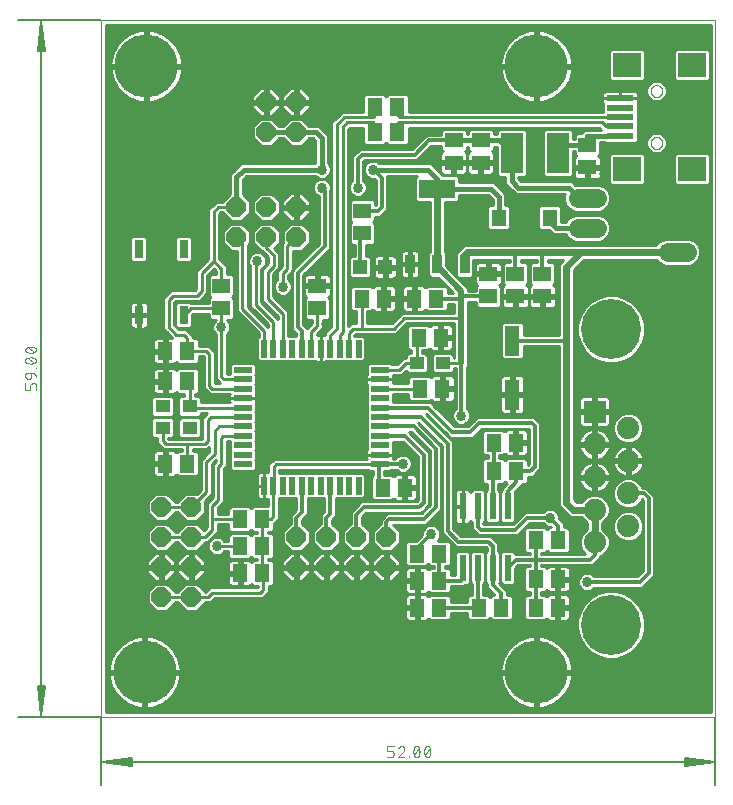
<source format=gtl>
G75*
%MOIN*%
%OFA0B0*%
%FSLAX25Y25*%
%IPPOS*%
%LPD*%
%AMOC8*
5,1,8,0,0,1.08239X$1,22.5*
%
%ADD10C,0.00512*%
%ADD11C,0.00300*%
%ADD12C,0.00197*%
%ADD13R,0.07400X0.07400*%
%ADD14C,0.07400*%
%ADD15C,0.20000*%
%ADD16C,0.06400*%
%ADD17R,0.05118X0.05906*%
%ADD18R,0.01969X0.05906*%
%ADD19R,0.05906X0.01969*%
%ADD20R,0.05906X0.05118*%
%ADD21R,0.03300X0.06300*%
%ADD22R,0.12200X0.06300*%
%ADD23R,0.07480X0.13386*%
%ADD24R,0.09449X0.07874*%
%ADD25R,0.09087X0.01969*%
%ADD26C,0.00000*%
%ADD27R,0.03000X0.06000*%
%ADD28OC8,0.06400*%
%ADD29R,0.05118X0.04331*%
%ADD30R,0.04724X0.03937*%
%ADD31R,0.02362X0.08661*%
%ADD32C,0.21000*%
%ADD33R,0.05000X0.10000*%
%ADD34R,0.04724X0.04724*%
%ADD35R,0.05000X0.05787*%
%ADD36C,0.01000*%
%ADD37C,0.03378*%
%ADD38C,0.01200*%
%ADD39C,0.02400*%
%ADD40C,0.02000*%
%ADD41C,0.01600*%
D10*
X0028823Y0023933D02*
X0056500Y0023933D01*
X0056500Y0001256D01*
X0056756Y0008933D02*
X0066736Y0007909D01*
X0066736Y0007676D02*
X0056756Y0008933D01*
X0066736Y0009957D01*
X0066736Y0010190D02*
X0066736Y0007676D01*
X0066736Y0008421D02*
X0056756Y0008933D01*
X0066736Y0009445D01*
X0066736Y0010190D02*
X0056756Y0008933D01*
X0260969Y0008933D01*
X0250988Y0007909D01*
X0250988Y0007676D02*
X0260969Y0008933D01*
X0250988Y0009957D01*
X0250988Y0010190D02*
X0250988Y0007676D01*
X0250988Y0008421D02*
X0260969Y0008933D01*
X0250988Y0009445D01*
X0250988Y0010190D02*
X0260969Y0008933D01*
X0261224Y0001256D02*
X0261224Y0023933D01*
X0037757Y0034169D02*
X0036500Y0024189D01*
X0037524Y0034169D01*
X0037757Y0034169D02*
X0035243Y0034169D01*
X0036500Y0024189D01*
X0035476Y0034169D01*
X0035988Y0034169D02*
X0036500Y0024189D01*
X0037012Y0034169D01*
X0036500Y0024189D02*
X0036500Y0255961D01*
X0037524Y0245980D01*
X0037757Y0245980D02*
X0036500Y0255961D01*
X0035476Y0245980D01*
X0035243Y0245980D02*
X0037757Y0245980D01*
X0037012Y0245980D02*
X0036500Y0255961D01*
X0035988Y0245980D01*
X0035243Y0245980D02*
X0036500Y0255961D01*
X0028823Y0256217D02*
X0056500Y0256217D01*
D11*
X0034324Y0145657D02*
X0034228Y0145612D01*
X0034130Y0145571D01*
X0034030Y0145533D01*
X0033930Y0145498D01*
X0033828Y0145467D01*
X0033725Y0145439D01*
X0033622Y0145416D01*
X0033517Y0145395D01*
X0033412Y0145379D01*
X0033307Y0145366D01*
X0033201Y0145356D01*
X0033094Y0145351D01*
X0032988Y0145349D01*
X0034324Y0142057D02*
X0034228Y0142012D01*
X0034130Y0141971D01*
X0034030Y0141933D01*
X0033930Y0141898D01*
X0033828Y0141867D01*
X0033725Y0141839D01*
X0033622Y0141816D01*
X0033517Y0141795D01*
X0033412Y0141779D01*
X0033307Y0141766D01*
X0033201Y0141756D01*
X0033094Y0141751D01*
X0032988Y0141749D01*
X0032988Y0143804D02*
X0032882Y0143802D01*
X0032775Y0143797D01*
X0032669Y0143787D01*
X0032564Y0143774D01*
X0032459Y0143758D01*
X0032354Y0143737D01*
X0032251Y0143714D01*
X0032148Y0143686D01*
X0032046Y0143655D01*
X0031946Y0143620D01*
X0031846Y0143582D01*
X0031748Y0143541D01*
X0031652Y0143496D01*
X0031960Y0143599D02*
X0034016Y0141954D01*
X0034839Y0142776D02*
X0034837Y0142828D01*
X0034832Y0142881D01*
X0034823Y0142932D01*
X0034810Y0142983D01*
X0034794Y0143033D01*
X0034775Y0143082D01*
X0034752Y0143129D01*
X0034726Y0143175D01*
X0034697Y0143218D01*
X0034665Y0143260D01*
X0034631Y0143299D01*
X0034593Y0143336D01*
X0034553Y0143370D01*
X0034511Y0143402D01*
X0034467Y0143430D01*
X0034421Y0143455D01*
X0034374Y0143477D01*
X0034325Y0143496D01*
X0034839Y0142776D02*
X0034837Y0142724D01*
X0034832Y0142671D01*
X0034823Y0142620D01*
X0034810Y0142569D01*
X0034794Y0142519D01*
X0034775Y0142470D01*
X0034752Y0142423D01*
X0034726Y0142377D01*
X0034697Y0142334D01*
X0034665Y0142292D01*
X0034631Y0142253D01*
X0034593Y0142216D01*
X0034553Y0142182D01*
X0034511Y0142150D01*
X0034467Y0142122D01*
X0034421Y0142097D01*
X0034374Y0142075D01*
X0034325Y0142056D01*
X0034633Y0140359D02*
X0034838Y0140359D01*
X0034838Y0140154D01*
X0034633Y0140154D01*
X0034633Y0140359D01*
X0034324Y0143496D02*
X0034228Y0143541D01*
X0034130Y0143582D01*
X0034030Y0143620D01*
X0033930Y0143655D01*
X0033828Y0143686D01*
X0033725Y0143714D01*
X0033622Y0143737D01*
X0033517Y0143758D01*
X0033412Y0143774D01*
X0033307Y0143787D01*
X0033201Y0143797D01*
X0033094Y0143802D01*
X0032988Y0143804D01*
X0034324Y0147096D02*
X0034228Y0147141D01*
X0034130Y0147182D01*
X0034030Y0147220D01*
X0033930Y0147255D01*
X0033828Y0147286D01*
X0033725Y0147314D01*
X0033622Y0147337D01*
X0033517Y0147358D01*
X0033412Y0147374D01*
X0033307Y0147387D01*
X0033201Y0147397D01*
X0033094Y0147402D01*
X0032988Y0147404D01*
X0032988Y0145349D02*
X0032882Y0145351D01*
X0032775Y0145356D01*
X0032669Y0145366D01*
X0032564Y0145379D01*
X0032459Y0145395D01*
X0032354Y0145416D01*
X0032251Y0145439D01*
X0032148Y0145467D01*
X0032046Y0145498D01*
X0031946Y0145533D01*
X0031846Y0145571D01*
X0031748Y0145612D01*
X0031652Y0145657D01*
X0031138Y0146376D02*
X0031140Y0146428D01*
X0031145Y0146481D01*
X0031154Y0146532D01*
X0031167Y0146583D01*
X0031183Y0146633D01*
X0031202Y0146682D01*
X0031225Y0146729D01*
X0031251Y0146775D01*
X0031280Y0146818D01*
X0031312Y0146860D01*
X0031346Y0146899D01*
X0031384Y0146936D01*
X0031424Y0146970D01*
X0031466Y0147002D01*
X0031510Y0147030D01*
X0031556Y0147055D01*
X0031603Y0147077D01*
X0031652Y0147096D01*
X0031960Y0147199D02*
X0034016Y0145554D01*
X0034839Y0146376D02*
X0034837Y0146428D01*
X0034832Y0146481D01*
X0034823Y0146532D01*
X0034810Y0146583D01*
X0034794Y0146633D01*
X0034775Y0146682D01*
X0034752Y0146729D01*
X0034726Y0146775D01*
X0034697Y0146818D01*
X0034665Y0146860D01*
X0034631Y0146899D01*
X0034593Y0146936D01*
X0034553Y0146970D01*
X0034511Y0147002D01*
X0034467Y0147030D01*
X0034421Y0147055D01*
X0034374Y0147077D01*
X0034325Y0147096D01*
X0034839Y0146376D02*
X0034837Y0146324D01*
X0034832Y0146271D01*
X0034823Y0146220D01*
X0034810Y0146169D01*
X0034794Y0146119D01*
X0034775Y0146070D01*
X0034752Y0146023D01*
X0034726Y0145977D01*
X0034697Y0145934D01*
X0034665Y0145892D01*
X0034631Y0145853D01*
X0034593Y0145816D01*
X0034553Y0145782D01*
X0034511Y0145750D01*
X0034467Y0145722D01*
X0034421Y0145697D01*
X0034374Y0145675D01*
X0034325Y0145656D01*
X0032988Y0141749D02*
X0032882Y0141751D01*
X0032775Y0141756D01*
X0032669Y0141766D01*
X0032564Y0141779D01*
X0032459Y0141795D01*
X0032354Y0141816D01*
X0032251Y0141839D01*
X0032148Y0141867D01*
X0032046Y0141898D01*
X0031946Y0141933D01*
X0031846Y0141971D01*
X0031748Y0142012D01*
X0031652Y0142057D01*
X0031138Y0142776D02*
X0031140Y0142828D01*
X0031145Y0142881D01*
X0031154Y0142932D01*
X0031167Y0142983D01*
X0031183Y0143033D01*
X0031202Y0143082D01*
X0031225Y0143129D01*
X0031251Y0143175D01*
X0031280Y0143218D01*
X0031312Y0143260D01*
X0031346Y0143299D01*
X0031384Y0143336D01*
X0031424Y0143370D01*
X0031466Y0143402D01*
X0031510Y0143430D01*
X0031556Y0143455D01*
X0031603Y0143477D01*
X0031652Y0143496D01*
X0031138Y0142776D02*
X0031140Y0142724D01*
X0031145Y0142671D01*
X0031154Y0142620D01*
X0031167Y0142569D01*
X0031183Y0142519D01*
X0031202Y0142470D01*
X0031225Y0142423D01*
X0031251Y0142377D01*
X0031280Y0142334D01*
X0031312Y0142292D01*
X0031346Y0142253D01*
X0031384Y0142216D01*
X0031424Y0142182D01*
X0031466Y0142150D01*
X0031510Y0142122D01*
X0031556Y0142097D01*
X0031603Y0142075D01*
X0031652Y0142056D01*
X0031652Y0147096D02*
X0031748Y0147141D01*
X0031846Y0147182D01*
X0031946Y0147220D01*
X0032046Y0147255D01*
X0032148Y0147286D01*
X0032251Y0147314D01*
X0032354Y0147337D01*
X0032459Y0147358D01*
X0032564Y0147374D01*
X0032669Y0147387D01*
X0032775Y0147397D01*
X0032882Y0147402D01*
X0032988Y0147404D01*
X0031138Y0146376D02*
X0031140Y0146324D01*
X0031145Y0146271D01*
X0031154Y0146220D01*
X0031167Y0146169D01*
X0031183Y0146119D01*
X0031202Y0146070D01*
X0031225Y0146023D01*
X0031251Y0145977D01*
X0031280Y0145934D01*
X0031312Y0145892D01*
X0031346Y0145853D01*
X0031384Y0145816D01*
X0031424Y0145782D01*
X0031466Y0145750D01*
X0031510Y0145722D01*
X0031556Y0145697D01*
X0031603Y0145675D01*
X0031652Y0145656D01*
X0032166Y0138764D02*
X0033194Y0138764D01*
X0033194Y0137531D01*
X0033194Y0138764D02*
X0033272Y0138762D01*
X0033350Y0138757D01*
X0033428Y0138747D01*
X0033505Y0138734D01*
X0033582Y0138718D01*
X0033657Y0138697D01*
X0033732Y0138674D01*
X0033805Y0138646D01*
X0033877Y0138615D01*
X0033947Y0138581D01*
X0034016Y0138544D01*
X0034083Y0138503D01*
X0034148Y0138459D01*
X0034210Y0138412D01*
X0034271Y0138362D01*
X0034328Y0138310D01*
X0034384Y0138254D01*
X0034436Y0138197D01*
X0034486Y0138136D01*
X0034533Y0138074D01*
X0034577Y0138009D01*
X0034618Y0137942D01*
X0034655Y0137873D01*
X0034689Y0137803D01*
X0034720Y0137731D01*
X0034748Y0137658D01*
X0034771Y0137583D01*
X0034792Y0137508D01*
X0034808Y0137431D01*
X0034821Y0137354D01*
X0034831Y0137276D01*
X0034836Y0137198D01*
X0034838Y0137120D01*
X0034016Y0135164D02*
X0033605Y0135164D01*
X0033549Y0135162D01*
X0033493Y0135156D01*
X0033438Y0135147D01*
X0033383Y0135134D01*
X0033330Y0135117D01*
X0033278Y0135096D01*
X0033227Y0135072D01*
X0033178Y0135044D01*
X0033131Y0135014D01*
X0033086Y0134980D01*
X0033044Y0134943D01*
X0033004Y0134903D01*
X0032967Y0134861D01*
X0032933Y0134816D01*
X0032903Y0134769D01*
X0032875Y0134720D01*
X0032851Y0134669D01*
X0032830Y0134617D01*
X0032813Y0134564D01*
X0032800Y0134509D01*
X0032791Y0134454D01*
X0032785Y0134398D01*
X0032783Y0134342D01*
X0032783Y0133109D01*
X0031138Y0133109D01*
X0031138Y0135164D01*
X0032166Y0136709D02*
X0032372Y0136709D01*
X0032428Y0136711D01*
X0032484Y0136717D01*
X0032539Y0136726D01*
X0032594Y0136739D01*
X0032647Y0136756D01*
X0032699Y0136777D01*
X0032750Y0136801D01*
X0032799Y0136829D01*
X0032846Y0136859D01*
X0032891Y0136893D01*
X0032933Y0136930D01*
X0032973Y0136970D01*
X0033010Y0137012D01*
X0033044Y0137057D01*
X0033074Y0137104D01*
X0033102Y0137153D01*
X0033126Y0137204D01*
X0033147Y0137256D01*
X0033164Y0137309D01*
X0033177Y0137364D01*
X0033186Y0137419D01*
X0033192Y0137475D01*
X0033194Y0137531D01*
X0032166Y0136708D02*
X0032103Y0136710D01*
X0032040Y0136716D01*
X0031977Y0136726D01*
X0031915Y0136739D01*
X0031854Y0136756D01*
X0031795Y0136777D01*
X0031736Y0136802D01*
X0031680Y0136830D01*
X0031625Y0136862D01*
X0031572Y0136897D01*
X0031522Y0136935D01*
X0031473Y0136976D01*
X0031428Y0137020D01*
X0031385Y0137067D01*
X0031346Y0137116D01*
X0031309Y0137168D01*
X0031276Y0137222D01*
X0031246Y0137278D01*
X0031219Y0137335D01*
X0031196Y0137394D01*
X0031177Y0137455D01*
X0031162Y0137516D01*
X0031150Y0137578D01*
X0031142Y0137641D01*
X0031138Y0137704D01*
X0031138Y0137768D01*
X0031142Y0137831D01*
X0031150Y0137894D01*
X0031162Y0137956D01*
X0031177Y0138017D01*
X0031196Y0138078D01*
X0031219Y0138137D01*
X0031246Y0138194D01*
X0031276Y0138250D01*
X0031309Y0138304D01*
X0031346Y0138356D01*
X0031385Y0138405D01*
X0031428Y0138452D01*
X0031473Y0138496D01*
X0031522Y0138537D01*
X0031572Y0138575D01*
X0031625Y0138610D01*
X0031680Y0138642D01*
X0031736Y0138670D01*
X0031795Y0138695D01*
X0031854Y0138716D01*
X0031915Y0138733D01*
X0031977Y0138746D01*
X0032040Y0138756D01*
X0032103Y0138762D01*
X0032166Y0138764D01*
X0034016Y0135164D02*
X0034072Y0135162D01*
X0034128Y0135156D01*
X0034183Y0135147D01*
X0034238Y0135134D01*
X0034291Y0135117D01*
X0034343Y0135096D01*
X0034394Y0135072D01*
X0034443Y0135044D01*
X0034490Y0135014D01*
X0034535Y0134980D01*
X0034577Y0134943D01*
X0034617Y0134903D01*
X0034654Y0134861D01*
X0034688Y0134816D01*
X0034718Y0134769D01*
X0034746Y0134720D01*
X0034770Y0134669D01*
X0034791Y0134617D01*
X0034808Y0134564D01*
X0034821Y0134509D01*
X0034830Y0134454D01*
X0034836Y0134398D01*
X0034838Y0134342D01*
X0034838Y0133109D01*
X0151896Y0014295D02*
X0153952Y0014295D01*
X0153129Y0012650D02*
X0151896Y0012650D01*
X0151896Y0014295D01*
X0153129Y0012650D02*
X0153185Y0012648D01*
X0153241Y0012642D01*
X0153296Y0012633D01*
X0153351Y0012620D01*
X0153404Y0012603D01*
X0153456Y0012582D01*
X0153507Y0012558D01*
X0153556Y0012530D01*
X0153603Y0012500D01*
X0153648Y0012466D01*
X0153690Y0012429D01*
X0153730Y0012389D01*
X0153767Y0012347D01*
X0153801Y0012302D01*
X0153831Y0012255D01*
X0153859Y0012206D01*
X0153883Y0012155D01*
X0153904Y0012103D01*
X0153921Y0012050D01*
X0153934Y0011995D01*
X0153943Y0011940D01*
X0153949Y0011884D01*
X0153951Y0011828D01*
X0153952Y0011828D02*
X0153952Y0011417D01*
X0153951Y0011417D02*
X0153949Y0011361D01*
X0153943Y0011305D01*
X0153934Y0011250D01*
X0153921Y0011195D01*
X0153904Y0011142D01*
X0153883Y0011090D01*
X0153859Y0011039D01*
X0153831Y0010990D01*
X0153801Y0010943D01*
X0153767Y0010898D01*
X0153730Y0010856D01*
X0153690Y0010816D01*
X0153648Y0010779D01*
X0153603Y0010745D01*
X0153556Y0010715D01*
X0153507Y0010687D01*
X0153456Y0010663D01*
X0153404Y0010642D01*
X0153351Y0010625D01*
X0153296Y0010612D01*
X0153241Y0010603D01*
X0153185Y0010597D01*
X0153129Y0010595D01*
X0151896Y0010595D01*
X0155496Y0010595D02*
X0157552Y0010595D01*
X0158941Y0010595D02*
X0159147Y0010595D01*
X0159147Y0010800D01*
X0158941Y0010800D01*
X0158941Y0010595D01*
X0162283Y0011109D02*
X0162328Y0011205D01*
X0162369Y0011303D01*
X0162407Y0011403D01*
X0162442Y0011503D01*
X0162473Y0011605D01*
X0162501Y0011708D01*
X0162524Y0011811D01*
X0162545Y0011916D01*
X0162561Y0012021D01*
X0162574Y0012126D01*
X0162584Y0012232D01*
X0162589Y0012339D01*
X0162591Y0012445D01*
X0165883Y0011109D02*
X0165928Y0011205D01*
X0165969Y0011303D01*
X0166007Y0011403D01*
X0166042Y0011503D01*
X0166073Y0011605D01*
X0166101Y0011708D01*
X0166124Y0011811D01*
X0166145Y0011916D01*
X0166161Y0012021D01*
X0166174Y0012126D01*
X0166184Y0012232D01*
X0166189Y0012339D01*
X0166191Y0012445D01*
X0164136Y0012445D02*
X0164138Y0012551D01*
X0164143Y0012658D01*
X0164153Y0012764D01*
X0164166Y0012869D01*
X0164182Y0012974D01*
X0164203Y0013079D01*
X0164226Y0013182D01*
X0164254Y0013285D01*
X0164285Y0013387D01*
X0164320Y0013487D01*
X0164358Y0013587D01*
X0164399Y0013685D01*
X0164444Y0013781D01*
X0165164Y0014295D02*
X0165216Y0014293D01*
X0165269Y0014288D01*
X0165320Y0014279D01*
X0165371Y0014266D01*
X0165421Y0014250D01*
X0165470Y0014231D01*
X0165517Y0014208D01*
X0165563Y0014182D01*
X0165606Y0014153D01*
X0165648Y0014121D01*
X0165687Y0014087D01*
X0165724Y0014049D01*
X0165758Y0014009D01*
X0165790Y0013967D01*
X0165818Y0013923D01*
X0165843Y0013877D01*
X0165865Y0013830D01*
X0165884Y0013781D01*
X0165986Y0013473D02*
X0164342Y0011417D01*
X0165164Y0010594D02*
X0165216Y0010596D01*
X0165269Y0010601D01*
X0165320Y0010610D01*
X0165371Y0010623D01*
X0165421Y0010639D01*
X0165470Y0010658D01*
X0165517Y0010681D01*
X0165563Y0010707D01*
X0165606Y0010736D01*
X0165648Y0010768D01*
X0165687Y0010802D01*
X0165724Y0010840D01*
X0165758Y0010880D01*
X0165790Y0010922D01*
X0165818Y0010966D01*
X0165843Y0011012D01*
X0165865Y0011059D01*
X0165884Y0011108D01*
X0165164Y0010594D02*
X0165112Y0010596D01*
X0165059Y0010601D01*
X0165008Y0010610D01*
X0164957Y0010623D01*
X0164907Y0010639D01*
X0164858Y0010658D01*
X0164811Y0010681D01*
X0164765Y0010707D01*
X0164722Y0010736D01*
X0164680Y0010768D01*
X0164641Y0010802D01*
X0164604Y0010840D01*
X0164570Y0010880D01*
X0164538Y0010922D01*
X0164510Y0010966D01*
X0164485Y0011012D01*
X0164463Y0011059D01*
X0164444Y0011108D01*
X0160844Y0011109D02*
X0160799Y0011205D01*
X0160758Y0011303D01*
X0160720Y0011403D01*
X0160685Y0011503D01*
X0160654Y0011605D01*
X0160626Y0011708D01*
X0160603Y0011811D01*
X0160582Y0011916D01*
X0160566Y0012021D01*
X0160553Y0012126D01*
X0160543Y0012232D01*
X0160538Y0012339D01*
X0160536Y0012445D01*
X0162592Y0012445D02*
X0162590Y0012551D01*
X0162585Y0012658D01*
X0162575Y0012764D01*
X0162562Y0012869D01*
X0162546Y0012974D01*
X0162525Y0013079D01*
X0162502Y0013182D01*
X0162474Y0013285D01*
X0162443Y0013387D01*
X0162408Y0013487D01*
X0162370Y0013587D01*
X0162329Y0013685D01*
X0162284Y0013781D01*
X0162386Y0013473D02*
X0160742Y0011417D01*
X0161564Y0010594D02*
X0161616Y0010596D01*
X0161669Y0010601D01*
X0161720Y0010610D01*
X0161771Y0010623D01*
X0161821Y0010639D01*
X0161870Y0010658D01*
X0161917Y0010681D01*
X0161963Y0010707D01*
X0162006Y0010736D01*
X0162048Y0010768D01*
X0162087Y0010802D01*
X0162124Y0010840D01*
X0162158Y0010880D01*
X0162190Y0010922D01*
X0162218Y0010966D01*
X0162243Y0011012D01*
X0162265Y0011059D01*
X0162284Y0011108D01*
X0161564Y0010594D02*
X0161512Y0010596D01*
X0161459Y0010601D01*
X0161408Y0010610D01*
X0161357Y0010623D01*
X0161307Y0010639D01*
X0161258Y0010658D01*
X0161211Y0010681D01*
X0161165Y0010707D01*
X0161122Y0010736D01*
X0161080Y0010768D01*
X0161041Y0010802D01*
X0161004Y0010840D01*
X0160970Y0010880D01*
X0160938Y0010922D01*
X0160910Y0010966D01*
X0160885Y0011012D01*
X0160863Y0011059D01*
X0160844Y0011108D01*
X0162284Y0013781D02*
X0162265Y0013830D01*
X0162243Y0013877D01*
X0162218Y0013923D01*
X0162190Y0013967D01*
X0162158Y0014009D01*
X0162124Y0014049D01*
X0162087Y0014087D01*
X0162048Y0014121D01*
X0162006Y0014153D01*
X0161963Y0014182D01*
X0161917Y0014208D01*
X0161870Y0014231D01*
X0161821Y0014250D01*
X0161771Y0014266D01*
X0161720Y0014279D01*
X0161669Y0014288D01*
X0161616Y0014293D01*
X0161564Y0014295D01*
X0161512Y0014293D01*
X0161459Y0014288D01*
X0161408Y0014279D01*
X0161357Y0014266D01*
X0161307Y0014250D01*
X0161258Y0014231D01*
X0161211Y0014208D01*
X0161165Y0014182D01*
X0161122Y0014153D01*
X0161080Y0014121D01*
X0161041Y0014087D01*
X0161004Y0014049D01*
X0160970Y0014009D01*
X0160938Y0013967D01*
X0160910Y0013923D01*
X0160885Y0013877D01*
X0160863Y0013830D01*
X0160844Y0013781D01*
X0165884Y0013781D02*
X0165929Y0013685D01*
X0165970Y0013587D01*
X0166008Y0013487D01*
X0166043Y0013387D01*
X0166074Y0013285D01*
X0166102Y0013182D01*
X0166125Y0013079D01*
X0166146Y0012974D01*
X0166162Y0012869D01*
X0166175Y0012764D01*
X0166185Y0012658D01*
X0166190Y0012551D01*
X0166192Y0012445D01*
X0164136Y0012445D02*
X0164138Y0012339D01*
X0164143Y0012232D01*
X0164153Y0012126D01*
X0164166Y0012021D01*
X0164182Y0011916D01*
X0164203Y0011811D01*
X0164226Y0011708D01*
X0164254Y0011605D01*
X0164285Y0011503D01*
X0164320Y0011403D01*
X0164358Y0011303D01*
X0164399Y0011205D01*
X0164444Y0011109D01*
X0160536Y0012445D02*
X0160538Y0012551D01*
X0160543Y0012658D01*
X0160553Y0012764D01*
X0160566Y0012869D01*
X0160582Y0012974D01*
X0160603Y0013079D01*
X0160626Y0013182D01*
X0160654Y0013285D01*
X0160685Y0013387D01*
X0160720Y0013487D01*
X0160758Y0013587D01*
X0160799Y0013685D01*
X0160844Y0013781D01*
X0157243Y0012650D02*
X0155496Y0010595D01*
X0155497Y0013473D02*
X0155520Y0013537D01*
X0155546Y0013600D01*
X0155576Y0013661D01*
X0155609Y0013720D01*
X0155646Y0013777D01*
X0155686Y0013832D01*
X0155729Y0013884D01*
X0155775Y0013934D01*
X0155823Y0013982D01*
X0155875Y0014026D01*
X0155928Y0014068D01*
X0155984Y0014106D01*
X0156042Y0014141D01*
X0156102Y0014173D01*
X0156164Y0014201D01*
X0156227Y0014226D01*
X0156292Y0014247D01*
X0156358Y0014264D01*
X0156424Y0014278D01*
X0156491Y0014287D01*
X0156559Y0014293D01*
X0156627Y0014295D01*
X0156685Y0014293D01*
X0156743Y0014288D01*
X0156800Y0014279D01*
X0156857Y0014266D01*
X0156913Y0014250D01*
X0156968Y0014230D01*
X0157021Y0014207D01*
X0157073Y0014181D01*
X0157123Y0014151D01*
X0157171Y0014118D01*
X0157217Y0014083D01*
X0157260Y0014044D01*
X0157301Y0014003D01*
X0157340Y0013960D01*
X0157375Y0013914D01*
X0157408Y0013866D01*
X0157438Y0013816D01*
X0157464Y0013764D01*
X0157487Y0013711D01*
X0157507Y0013656D01*
X0157523Y0013600D01*
X0157536Y0013543D01*
X0157545Y0013486D01*
X0157550Y0013428D01*
X0157552Y0013370D01*
X0157550Y0013308D01*
X0157544Y0013246D01*
X0157535Y0013185D01*
X0157521Y0013125D01*
X0157504Y0013065D01*
X0157483Y0013007D01*
X0157459Y0012950D01*
X0157431Y0012895D01*
X0157400Y0012841D01*
X0157365Y0012790D01*
X0157328Y0012741D01*
X0157287Y0012694D01*
X0157244Y0012650D01*
X0164444Y0013781D02*
X0164463Y0013830D01*
X0164485Y0013877D01*
X0164510Y0013923D01*
X0164538Y0013967D01*
X0164570Y0014009D01*
X0164604Y0014049D01*
X0164641Y0014087D01*
X0164680Y0014121D01*
X0164722Y0014153D01*
X0164765Y0014182D01*
X0164811Y0014208D01*
X0164858Y0014231D01*
X0164907Y0014250D01*
X0164957Y0014266D01*
X0165008Y0014279D01*
X0165059Y0014288D01*
X0165112Y0014293D01*
X0165164Y0014295D01*
D12*
X0261224Y0023933D02*
X0261224Y0256217D01*
X0056500Y0256217D01*
X0056500Y0023933D01*
X0261224Y0023933D01*
D13*
X0220909Y0125744D03*
D14*
X0220909Y0114839D03*
X0220909Y0103933D03*
X0220909Y0093028D03*
X0220909Y0082122D03*
X0232091Y0087594D03*
X0232091Y0098500D03*
X0232091Y0109366D03*
X0232091Y0120272D03*
D15*
X0226500Y0153146D03*
X0226500Y0054720D03*
D16*
X0245300Y0178933D02*
X0251700Y0178933D01*
X0251700Y0188933D02*
X0245300Y0188933D01*
X0221700Y0186933D02*
X0215300Y0186933D01*
X0215300Y0196933D02*
X0221700Y0196933D01*
D17*
X0168240Y0163433D03*
X0160760Y0163433D03*
X0150740Y0163433D03*
X0143260Y0163433D03*
X0162260Y0150433D03*
X0169740Y0150433D03*
X0170240Y0133433D03*
X0162760Y0133433D03*
X0187260Y0115433D03*
X0194740Y0115433D03*
X0194740Y0105933D03*
X0187260Y0105933D03*
X0201260Y0082933D03*
X0208740Y0082933D03*
X0208740Y0069933D03*
X0201260Y0069933D03*
X0201260Y0060433D03*
X0208740Y0060433D03*
X0189740Y0060433D03*
X0182260Y0060433D03*
X0169240Y0060433D03*
X0161760Y0060433D03*
X0161760Y0069433D03*
X0169240Y0069433D03*
X0169240Y0078433D03*
X0161760Y0078433D03*
X0157740Y0100433D03*
X0150260Y0100433D03*
X0110240Y0089933D03*
X0102760Y0089933D03*
X0102760Y0080933D03*
X0110240Y0080933D03*
X0110240Y0071933D03*
X0102760Y0071933D03*
X0085240Y0108433D03*
X0077760Y0108433D03*
X0077760Y0135933D03*
X0085240Y0135933D03*
X0085240Y0145933D03*
X0077760Y0145933D03*
X0147760Y0218933D03*
X0155240Y0218933D03*
X0155240Y0227433D03*
X0147760Y0227433D03*
D18*
X0142248Y0146768D03*
X0139098Y0146768D03*
X0135949Y0146768D03*
X0132799Y0146768D03*
X0129650Y0146768D03*
X0126500Y0146768D03*
X0123350Y0146768D03*
X0120201Y0146768D03*
X0117051Y0146768D03*
X0113902Y0146768D03*
X0110752Y0146768D03*
X0110752Y0101098D03*
X0113902Y0101098D03*
X0117051Y0101098D03*
X0120201Y0101098D03*
X0123350Y0101098D03*
X0126500Y0101098D03*
X0129650Y0101098D03*
X0132799Y0101098D03*
X0135949Y0101098D03*
X0139098Y0101098D03*
X0142248Y0101098D03*
D19*
X0149335Y0108185D03*
X0149335Y0111335D03*
X0149335Y0114484D03*
X0149335Y0117634D03*
X0149335Y0120783D03*
X0149335Y0123933D03*
X0149335Y0127083D03*
X0149335Y0130232D03*
X0149335Y0133382D03*
X0149335Y0136531D03*
X0149335Y0139681D03*
X0103665Y0139681D03*
X0103665Y0136531D03*
X0103665Y0133382D03*
X0103665Y0130232D03*
X0103665Y0127083D03*
X0103665Y0123933D03*
X0103665Y0120783D03*
X0103665Y0117634D03*
X0103665Y0114484D03*
X0103665Y0111335D03*
X0103665Y0108185D03*
D20*
X0096500Y0160193D03*
X0096500Y0167673D03*
X0128500Y0167673D03*
X0128500Y0160193D03*
X0143500Y0185193D03*
X0143500Y0192673D03*
X0174000Y0208693D03*
X0174000Y0216173D03*
X0183000Y0216173D03*
X0183000Y0208693D03*
X0218500Y0207193D03*
X0218500Y0214673D03*
X0203500Y0171673D03*
X0203500Y0164193D03*
X0194500Y0164193D03*
X0194500Y0171673D03*
X0185500Y0171673D03*
X0185500Y0164193D03*
D21*
X0177600Y0174833D03*
X0168500Y0174833D03*
X0159400Y0174833D03*
D22*
X0168500Y0200033D03*
D23*
X0193323Y0211933D03*
X0208677Y0211933D03*
D24*
X0231720Y0206610D03*
X0253374Y0206610D03*
X0253374Y0241256D03*
X0231720Y0241256D03*
D25*
X0229500Y0230232D03*
X0229500Y0227083D03*
X0229500Y0223933D03*
X0229500Y0220783D03*
X0229500Y0217634D03*
D26*
X0239594Y0215272D02*
X0239596Y0215360D01*
X0239602Y0215448D01*
X0239612Y0215536D01*
X0239626Y0215624D01*
X0239643Y0215710D01*
X0239665Y0215796D01*
X0239690Y0215880D01*
X0239720Y0215964D01*
X0239752Y0216046D01*
X0239789Y0216126D01*
X0239829Y0216205D01*
X0239873Y0216282D01*
X0239920Y0216357D01*
X0239970Y0216429D01*
X0240024Y0216500D01*
X0240080Y0216567D01*
X0240140Y0216633D01*
X0240202Y0216695D01*
X0240268Y0216755D01*
X0240335Y0216811D01*
X0240406Y0216865D01*
X0240478Y0216915D01*
X0240553Y0216962D01*
X0240630Y0217006D01*
X0240709Y0217046D01*
X0240789Y0217083D01*
X0240871Y0217115D01*
X0240955Y0217145D01*
X0241039Y0217170D01*
X0241125Y0217192D01*
X0241211Y0217209D01*
X0241299Y0217223D01*
X0241387Y0217233D01*
X0241475Y0217239D01*
X0241563Y0217241D01*
X0241651Y0217239D01*
X0241739Y0217233D01*
X0241827Y0217223D01*
X0241915Y0217209D01*
X0242001Y0217192D01*
X0242087Y0217170D01*
X0242171Y0217145D01*
X0242255Y0217115D01*
X0242337Y0217083D01*
X0242417Y0217046D01*
X0242496Y0217006D01*
X0242573Y0216962D01*
X0242648Y0216915D01*
X0242720Y0216865D01*
X0242791Y0216811D01*
X0242858Y0216755D01*
X0242924Y0216695D01*
X0242986Y0216633D01*
X0243046Y0216567D01*
X0243102Y0216500D01*
X0243156Y0216429D01*
X0243206Y0216357D01*
X0243253Y0216282D01*
X0243297Y0216205D01*
X0243337Y0216126D01*
X0243374Y0216046D01*
X0243406Y0215964D01*
X0243436Y0215880D01*
X0243461Y0215796D01*
X0243483Y0215710D01*
X0243500Y0215624D01*
X0243514Y0215536D01*
X0243524Y0215448D01*
X0243530Y0215360D01*
X0243532Y0215272D01*
X0243530Y0215184D01*
X0243524Y0215096D01*
X0243514Y0215008D01*
X0243500Y0214920D01*
X0243483Y0214834D01*
X0243461Y0214748D01*
X0243436Y0214664D01*
X0243406Y0214580D01*
X0243374Y0214498D01*
X0243337Y0214418D01*
X0243297Y0214339D01*
X0243253Y0214262D01*
X0243206Y0214187D01*
X0243156Y0214115D01*
X0243102Y0214044D01*
X0243046Y0213977D01*
X0242986Y0213911D01*
X0242924Y0213849D01*
X0242858Y0213789D01*
X0242791Y0213733D01*
X0242720Y0213679D01*
X0242648Y0213629D01*
X0242573Y0213582D01*
X0242496Y0213538D01*
X0242417Y0213498D01*
X0242337Y0213461D01*
X0242255Y0213429D01*
X0242171Y0213399D01*
X0242087Y0213374D01*
X0242001Y0213352D01*
X0241915Y0213335D01*
X0241827Y0213321D01*
X0241739Y0213311D01*
X0241651Y0213305D01*
X0241563Y0213303D01*
X0241475Y0213305D01*
X0241387Y0213311D01*
X0241299Y0213321D01*
X0241211Y0213335D01*
X0241125Y0213352D01*
X0241039Y0213374D01*
X0240955Y0213399D01*
X0240871Y0213429D01*
X0240789Y0213461D01*
X0240709Y0213498D01*
X0240630Y0213538D01*
X0240553Y0213582D01*
X0240478Y0213629D01*
X0240406Y0213679D01*
X0240335Y0213733D01*
X0240268Y0213789D01*
X0240202Y0213849D01*
X0240140Y0213911D01*
X0240080Y0213977D01*
X0240024Y0214044D01*
X0239970Y0214115D01*
X0239920Y0214187D01*
X0239873Y0214262D01*
X0239829Y0214339D01*
X0239789Y0214418D01*
X0239752Y0214498D01*
X0239720Y0214580D01*
X0239690Y0214664D01*
X0239665Y0214748D01*
X0239643Y0214834D01*
X0239626Y0214920D01*
X0239612Y0215008D01*
X0239602Y0215096D01*
X0239596Y0215184D01*
X0239594Y0215272D01*
X0239594Y0232594D02*
X0239596Y0232682D01*
X0239602Y0232770D01*
X0239612Y0232858D01*
X0239626Y0232946D01*
X0239643Y0233032D01*
X0239665Y0233118D01*
X0239690Y0233202D01*
X0239720Y0233286D01*
X0239752Y0233368D01*
X0239789Y0233448D01*
X0239829Y0233527D01*
X0239873Y0233604D01*
X0239920Y0233679D01*
X0239970Y0233751D01*
X0240024Y0233822D01*
X0240080Y0233889D01*
X0240140Y0233955D01*
X0240202Y0234017D01*
X0240268Y0234077D01*
X0240335Y0234133D01*
X0240406Y0234187D01*
X0240478Y0234237D01*
X0240553Y0234284D01*
X0240630Y0234328D01*
X0240709Y0234368D01*
X0240789Y0234405D01*
X0240871Y0234437D01*
X0240955Y0234467D01*
X0241039Y0234492D01*
X0241125Y0234514D01*
X0241211Y0234531D01*
X0241299Y0234545D01*
X0241387Y0234555D01*
X0241475Y0234561D01*
X0241563Y0234563D01*
X0241651Y0234561D01*
X0241739Y0234555D01*
X0241827Y0234545D01*
X0241915Y0234531D01*
X0242001Y0234514D01*
X0242087Y0234492D01*
X0242171Y0234467D01*
X0242255Y0234437D01*
X0242337Y0234405D01*
X0242417Y0234368D01*
X0242496Y0234328D01*
X0242573Y0234284D01*
X0242648Y0234237D01*
X0242720Y0234187D01*
X0242791Y0234133D01*
X0242858Y0234077D01*
X0242924Y0234017D01*
X0242986Y0233955D01*
X0243046Y0233889D01*
X0243102Y0233822D01*
X0243156Y0233751D01*
X0243206Y0233679D01*
X0243253Y0233604D01*
X0243297Y0233527D01*
X0243337Y0233448D01*
X0243374Y0233368D01*
X0243406Y0233286D01*
X0243436Y0233202D01*
X0243461Y0233118D01*
X0243483Y0233032D01*
X0243500Y0232946D01*
X0243514Y0232858D01*
X0243524Y0232770D01*
X0243530Y0232682D01*
X0243532Y0232594D01*
X0243530Y0232506D01*
X0243524Y0232418D01*
X0243514Y0232330D01*
X0243500Y0232242D01*
X0243483Y0232156D01*
X0243461Y0232070D01*
X0243436Y0231986D01*
X0243406Y0231902D01*
X0243374Y0231820D01*
X0243337Y0231740D01*
X0243297Y0231661D01*
X0243253Y0231584D01*
X0243206Y0231509D01*
X0243156Y0231437D01*
X0243102Y0231366D01*
X0243046Y0231299D01*
X0242986Y0231233D01*
X0242924Y0231171D01*
X0242858Y0231111D01*
X0242791Y0231055D01*
X0242720Y0231001D01*
X0242648Y0230951D01*
X0242573Y0230904D01*
X0242496Y0230860D01*
X0242417Y0230820D01*
X0242337Y0230783D01*
X0242255Y0230751D01*
X0242171Y0230721D01*
X0242087Y0230696D01*
X0242001Y0230674D01*
X0241915Y0230657D01*
X0241827Y0230643D01*
X0241739Y0230633D01*
X0241651Y0230627D01*
X0241563Y0230625D01*
X0241475Y0230627D01*
X0241387Y0230633D01*
X0241299Y0230643D01*
X0241211Y0230657D01*
X0241125Y0230674D01*
X0241039Y0230696D01*
X0240955Y0230721D01*
X0240871Y0230751D01*
X0240789Y0230783D01*
X0240709Y0230820D01*
X0240630Y0230860D01*
X0240553Y0230904D01*
X0240478Y0230951D01*
X0240406Y0231001D01*
X0240335Y0231055D01*
X0240268Y0231111D01*
X0240202Y0231171D01*
X0240140Y0231233D01*
X0240080Y0231299D01*
X0240024Y0231366D01*
X0239970Y0231437D01*
X0239920Y0231509D01*
X0239873Y0231584D01*
X0239829Y0231661D01*
X0239789Y0231740D01*
X0239752Y0231820D01*
X0239720Y0231902D01*
X0239690Y0231986D01*
X0239665Y0232070D01*
X0239643Y0232156D01*
X0239626Y0232242D01*
X0239612Y0232330D01*
X0239602Y0232418D01*
X0239596Y0232506D01*
X0239594Y0232594D01*
D27*
X0084000Y0179933D03*
X0069000Y0179933D03*
X0069000Y0157933D03*
X0084000Y0157933D03*
D28*
X0101500Y0183933D03*
X0111500Y0183933D03*
X0121500Y0183933D03*
X0121500Y0193933D03*
X0111500Y0193933D03*
X0101500Y0193933D03*
X0111500Y0218933D03*
X0111500Y0228933D03*
X0121500Y0228933D03*
X0121500Y0218933D03*
X0086500Y0093933D03*
X0076500Y0093933D03*
X0076500Y0083933D03*
X0076500Y0073933D03*
X0086500Y0073933D03*
X0086500Y0083933D03*
X0086500Y0063933D03*
X0076500Y0063933D03*
X0121500Y0073933D03*
X0131500Y0073933D03*
X0131500Y0083933D03*
X0121500Y0083933D03*
X0141500Y0083933D03*
X0141500Y0073933D03*
X0151500Y0073933D03*
X0151500Y0083933D03*
D29*
X0086028Y0120390D03*
X0086028Y0127476D03*
X0076972Y0127476D03*
X0076972Y0120390D03*
D30*
X0161669Y0141933D03*
X0170331Y0141933D03*
D31*
X0177000Y0094169D03*
X0182000Y0094169D03*
X0187000Y0094169D03*
X0192000Y0094169D03*
X0192000Y0073697D03*
X0187000Y0073697D03*
X0182000Y0073697D03*
X0177000Y0073697D03*
D32*
X0201500Y0038933D03*
X0071000Y0038933D03*
X0071500Y0240933D03*
X0201500Y0240933D03*
D33*
X0193500Y0149433D03*
X0193500Y0131433D03*
D34*
X0151134Y0173933D03*
X0142866Y0173933D03*
D35*
X0189035Y0190433D03*
X0205965Y0190433D03*
D36*
X0209765Y0190684D02*
X0212687Y0190684D01*
X0212751Y0190748D02*
X0211485Y0189482D01*
X0211299Y0189033D01*
X0209765Y0189033D01*
X0209765Y0193865D01*
X0209003Y0194627D01*
X0202926Y0194627D01*
X0202165Y0193865D01*
X0202165Y0187001D01*
X0202926Y0186239D01*
X0205724Y0186239D01*
X0207130Y0184833D01*
X0211299Y0184833D01*
X0211485Y0184384D01*
X0212751Y0183118D01*
X0214405Y0182433D01*
X0222595Y0182433D01*
X0224249Y0183118D01*
X0225515Y0184384D01*
X0226200Y0186038D01*
X0226200Y0187828D01*
X0225515Y0189482D01*
X0224249Y0190748D01*
X0222595Y0191433D01*
X0214405Y0191433D01*
X0212751Y0190748D01*
X0211689Y0189686D02*
X0209765Y0189686D01*
X0209765Y0191683D02*
X0241488Y0191683D01*
X0241280Y0191396D02*
X0240944Y0190737D01*
X0240716Y0190034D01*
X0240621Y0189433D01*
X0248000Y0189433D01*
X0248000Y0188433D01*
X0249000Y0188433D01*
X0249000Y0184233D01*
X0252070Y0184233D01*
X0252801Y0184349D01*
X0253504Y0184577D01*
X0254163Y0184913D01*
X0254762Y0185348D01*
X0255285Y0185871D01*
X0255720Y0186470D01*
X0256056Y0187129D01*
X0256284Y0187832D01*
X0256379Y0188433D01*
X0249000Y0188433D01*
X0249000Y0189433D01*
X0256379Y0189433D01*
X0256284Y0190034D01*
X0256056Y0190737D01*
X0255720Y0191396D01*
X0255285Y0191995D01*
X0254762Y0192518D01*
X0254163Y0192953D01*
X0253504Y0193289D01*
X0252801Y0193517D01*
X0252070Y0193633D01*
X0249000Y0193633D01*
X0249000Y0189433D01*
X0248000Y0189433D01*
X0248000Y0193633D01*
X0244930Y0193633D01*
X0244199Y0193517D01*
X0243496Y0193289D01*
X0242837Y0192953D01*
X0242238Y0192518D01*
X0241715Y0191995D01*
X0241280Y0191396D01*
X0240927Y0190684D02*
X0224313Y0190684D01*
X0225311Y0189686D02*
X0240661Y0189686D01*
X0240621Y0188433D02*
X0240716Y0187832D01*
X0240944Y0187129D01*
X0241280Y0186470D01*
X0241715Y0185871D01*
X0242238Y0185348D01*
X0242837Y0184913D01*
X0243496Y0184577D01*
X0244199Y0184349D01*
X0244930Y0184233D01*
X0248000Y0184233D01*
X0248000Y0188433D01*
X0240621Y0188433D01*
X0240762Y0187689D02*
X0226200Y0187689D01*
X0226200Y0186690D02*
X0241168Y0186690D01*
X0241894Y0185692D02*
X0226057Y0185692D01*
X0225643Y0184693D02*
X0243268Y0184693D01*
X0244405Y0183433D02*
X0242751Y0182748D01*
X0241485Y0181482D01*
X0241465Y0181433D01*
X0178003Y0181433D01*
X0177084Y0181052D01*
X0176381Y0180349D01*
X0176084Y0180052D01*
X0175381Y0179349D01*
X0175312Y0179184D01*
X0174650Y0178522D01*
X0174650Y0171145D01*
X0175412Y0170383D01*
X0179788Y0170383D01*
X0180550Y0171145D01*
X0180550Y0176433D01*
X0192600Y0176433D01*
X0192600Y0175532D01*
X0191009Y0175532D01*
X0190247Y0174771D01*
X0190247Y0168576D01*
X0190781Y0168042D01*
X0190626Y0167952D01*
X0190347Y0167673D01*
X0190149Y0167331D01*
X0190047Y0166949D01*
X0190047Y0164693D01*
X0194000Y0164693D01*
X0194000Y0163693D01*
X0190047Y0163693D01*
X0190047Y0161436D01*
X0190149Y0161055D01*
X0190347Y0160713D01*
X0190626Y0160434D01*
X0190968Y0160236D01*
X0191350Y0160134D01*
X0194000Y0160134D01*
X0194000Y0163693D01*
X0195000Y0163693D01*
X0195000Y0164693D01*
X0198953Y0164693D01*
X0198953Y0166949D01*
X0198851Y0167331D01*
X0198653Y0167673D01*
X0198374Y0167952D01*
X0198219Y0168042D01*
X0198753Y0168576D01*
X0198753Y0174771D01*
X0197991Y0175532D01*
X0196400Y0175532D01*
X0196400Y0176433D01*
X0201600Y0176433D01*
X0201600Y0175532D01*
X0200009Y0175532D01*
X0199247Y0174771D01*
X0199247Y0168576D01*
X0199781Y0168042D01*
X0199626Y0167952D01*
X0199347Y0167673D01*
X0199149Y0167331D01*
X0199047Y0166949D01*
X0199047Y0164693D01*
X0203000Y0164693D01*
X0203000Y0163693D01*
X0199047Y0163693D01*
X0199047Y0161436D01*
X0199149Y0161055D01*
X0199347Y0160713D01*
X0199626Y0160434D01*
X0199968Y0160236D01*
X0200350Y0160134D01*
X0203000Y0160134D01*
X0203000Y0163693D01*
X0204000Y0163693D01*
X0204000Y0164693D01*
X0207953Y0164693D01*
X0207953Y0166949D01*
X0207851Y0167331D01*
X0207653Y0167673D01*
X0207374Y0167952D01*
X0207219Y0168042D01*
X0207753Y0168576D01*
X0207753Y0174771D01*
X0206991Y0175532D01*
X0205400Y0175532D01*
X0205400Y0176433D01*
X0210464Y0176433D01*
X0210084Y0176052D01*
X0209381Y0175349D01*
X0209000Y0174430D01*
X0209000Y0151333D01*
X0197300Y0151333D01*
X0197300Y0154972D01*
X0196538Y0155733D01*
X0190462Y0155733D01*
X0189700Y0154972D01*
X0189700Y0143895D01*
X0190462Y0143133D01*
X0196538Y0143133D01*
X0197300Y0143895D01*
X0197300Y0147533D01*
X0209000Y0147533D01*
X0209000Y0094936D01*
X0209381Y0094017D01*
X0212489Y0090908D01*
X0213408Y0090528D01*
X0216533Y0090528D01*
X0216671Y0090195D01*
X0218077Y0088789D01*
X0218409Y0088651D01*
X0218409Y0086498D01*
X0218077Y0086361D01*
X0216671Y0084954D01*
X0215909Y0083117D01*
X0215909Y0081127D01*
X0216671Y0079290D01*
X0217627Y0078333D01*
X0203160Y0078333D01*
X0203160Y0078680D01*
X0204357Y0078680D01*
X0205000Y0079323D01*
X0205643Y0078680D01*
X0211838Y0078680D01*
X0212599Y0079442D01*
X0212599Y0086424D01*
X0211838Y0087186D01*
X0210640Y0087186D01*
X0210640Y0088480D01*
X0209527Y0089593D01*
X0208989Y0090131D01*
X0208989Y0091028D01*
X0208534Y0092126D01*
X0207693Y0092967D01*
X0206595Y0093422D01*
X0205405Y0093422D01*
X0204307Y0092967D01*
X0203673Y0092333D01*
X0197713Y0092333D01*
X0196600Y0091220D01*
X0193713Y0088333D01*
X0183900Y0088333D01*
X0183900Y0088719D01*
X0184481Y0089300D01*
X0184481Y0099038D01*
X0183720Y0099800D01*
X0180280Y0099800D01*
X0179572Y0099091D01*
X0179381Y0099421D01*
X0179102Y0099700D01*
X0178760Y0099898D01*
X0178379Y0100000D01*
X0177091Y0100000D01*
X0177091Y0094260D01*
X0176909Y0094260D01*
X0176909Y0094079D01*
X0174319Y0094079D01*
X0174319Y0089641D01*
X0174421Y0089260D01*
X0174619Y0088918D01*
X0174898Y0088638D01*
X0175240Y0088441D01*
X0175621Y0088339D01*
X0176909Y0088339D01*
X0176909Y0094079D01*
X0177091Y0094079D01*
X0177091Y0088339D01*
X0178379Y0088339D01*
X0178760Y0088441D01*
X0179102Y0088638D01*
X0179381Y0088918D01*
X0179572Y0089247D01*
X0180100Y0088719D01*
X0180100Y0086646D01*
X0181100Y0085646D01*
X0182213Y0084533D01*
X0195287Y0084533D01*
X0199287Y0088533D01*
X0203673Y0088533D01*
X0204307Y0087899D01*
X0205405Y0087444D01*
X0206302Y0087444D01*
X0206560Y0087186D01*
X0205643Y0087186D01*
X0205000Y0086543D01*
X0204357Y0087186D01*
X0198162Y0087186D01*
X0197401Y0086424D01*
X0197401Y0079442D01*
X0198162Y0078680D01*
X0199360Y0078680D01*
X0199360Y0078333D01*
X0194481Y0078333D01*
X0194481Y0078566D01*
X0193720Y0079328D01*
X0190280Y0079328D01*
X0189519Y0078566D01*
X0189519Y0068828D01*
X0190280Y0068066D01*
X0193720Y0068066D01*
X0194481Y0068828D01*
X0194481Y0073491D01*
X0195523Y0074533D01*
X0199360Y0074533D01*
X0199360Y0074186D01*
X0198162Y0074186D01*
X0197401Y0073424D01*
X0197401Y0066442D01*
X0198162Y0065680D01*
X0199360Y0065680D01*
X0199360Y0064686D01*
X0198162Y0064686D01*
X0197401Y0063924D01*
X0197401Y0056942D01*
X0198162Y0056180D01*
X0204357Y0056180D01*
X0204891Y0056714D01*
X0204981Y0056559D01*
X0205260Y0056280D01*
X0205602Y0056083D01*
X0205984Y0055980D01*
X0208240Y0055980D01*
X0208240Y0059933D01*
X0209240Y0059933D01*
X0209240Y0055980D01*
X0211497Y0055980D01*
X0211878Y0056083D01*
X0212220Y0056280D01*
X0212499Y0056559D01*
X0212697Y0056901D01*
X0212799Y0057283D01*
X0212799Y0059933D01*
X0209240Y0059933D01*
X0209240Y0060933D01*
X0208240Y0060933D01*
X0208240Y0064886D01*
X0205984Y0064886D01*
X0205602Y0064784D01*
X0205260Y0064586D01*
X0204981Y0064307D01*
X0204891Y0064152D01*
X0204357Y0064686D01*
X0203160Y0064686D01*
X0203160Y0065680D01*
X0204357Y0065680D01*
X0204891Y0066214D01*
X0204981Y0066059D01*
X0205260Y0065780D01*
X0205602Y0065583D01*
X0205984Y0065480D01*
X0208240Y0065480D01*
X0208240Y0069433D01*
X0209240Y0069433D01*
X0209240Y0065480D01*
X0211497Y0065480D01*
X0211878Y0065583D01*
X0212220Y0065780D01*
X0212499Y0066059D01*
X0212697Y0066401D01*
X0212799Y0066783D01*
X0212799Y0069433D01*
X0209240Y0069433D01*
X0209240Y0070433D01*
X0208240Y0070433D01*
X0208240Y0074386D01*
X0205984Y0074386D01*
X0205602Y0074284D01*
X0205260Y0074086D01*
X0204981Y0073807D01*
X0204891Y0073652D01*
X0204357Y0074186D01*
X0203160Y0074186D01*
X0203160Y0074533D01*
X0220287Y0074533D01*
X0221400Y0075646D01*
X0222809Y0077056D01*
X0222809Y0077497D01*
X0223742Y0077883D01*
X0225148Y0079290D01*
X0225909Y0081127D01*
X0225909Y0083117D01*
X0225148Y0084954D01*
X0223742Y0086361D01*
X0223409Y0086498D01*
X0223409Y0088651D01*
X0223742Y0088789D01*
X0225148Y0090195D01*
X0225909Y0092033D01*
X0225909Y0094022D01*
X0225148Y0095860D01*
X0223742Y0097266D01*
X0221904Y0098028D01*
X0219915Y0098028D01*
X0218077Y0097266D01*
X0216671Y0095860D01*
X0216533Y0095528D01*
X0214941Y0095528D01*
X0214000Y0096469D01*
X0214000Y0172898D01*
X0217536Y0176433D01*
X0241465Y0176433D01*
X0241485Y0176384D01*
X0242751Y0175118D01*
X0244405Y0174433D01*
X0252595Y0174433D01*
X0254249Y0175118D01*
X0255515Y0176384D01*
X0256200Y0178038D01*
X0256200Y0179828D01*
X0255515Y0181482D01*
X0254249Y0182748D01*
X0252595Y0183433D01*
X0244405Y0183433D01*
X0242699Y0182696D02*
X0223231Y0182696D01*
X0224826Y0183695D02*
X0259626Y0183695D01*
X0259626Y0184693D02*
X0253732Y0184693D01*
X0255106Y0185692D02*
X0259626Y0185692D01*
X0259626Y0186690D02*
X0255832Y0186690D01*
X0256238Y0187689D02*
X0259626Y0187689D01*
X0259626Y0188687D02*
X0249000Y0188687D01*
X0249000Y0187689D02*
X0248000Y0187689D01*
X0248000Y0188687D02*
X0225844Y0188687D01*
X0224249Y0193118D02*
X0222595Y0192433D01*
X0214405Y0192433D01*
X0212751Y0193118D01*
X0211485Y0194384D01*
X0210800Y0196038D01*
X0210800Y0197828D01*
X0211009Y0198333D01*
X0194630Y0198333D01*
X0193400Y0199563D01*
X0191223Y0201740D01*
X0191223Y0203940D01*
X0189044Y0203940D01*
X0188283Y0204702D01*
X0188283Y0214003D01*
X0188213Y0214073D01*
X0187253Y0214073D01*
X0187253Y0213076D01*
X0186719Y0212542D01*
X0186874Y0212452D01*
X0187153Y0212173D01*
X0187351Y0211831D01*
X0187453Y0211449D01*
X0187453Y0209193D01*
X0183500Y0209193D01*
X0183500Y0208193D01*
X0187453Y0208193D01*
X0187453Y0205936D01*
X0187351Y0205555D01*
X0187153Y0205213D01*
X0186874Y0204934D01*
X0186532Y0204736D01*
X0186150Y0204634D01*
X0183500Y0204634D01*
X0183500Y0208193D01*
X0182500Y0208193D01*
X0178547Y0208193D01*
X0178547Y0205936D01*
X0178649Y0205555D01*
X0178847Y0205213D01*
X0179126Y0204934D01*
X0179468Y0204736D01*
X0179850Y0204634D01*
X0182500Y0204634D01*
X0182500Y0208193D01*
X0182500Y0209193D01*
X0178547Y0209193D01*
X0178547Y0211449D01*
X0178649Y0211831D01*
X0178847Y0212173D01*
X0179126Y0212452D01*
X0179281Y0212542D01*
X0178747Y0213076D01*
X0178747Y0214073D01*
X0178253Y0214073D01*
X0178253Y0213076D01*
X0177719Y0212542D01*
X0177874Y0212452D01*
X0178153Y0212173D01*
X0178351Y0211831D01*
X0178453Y0211449D01*
X0178453Y0209193D01*
X0174500Y0209193D01*
X0174500Y0208193D01*
X0178453Y0208193D01*
X0178453Y0205936D01*
X0178351Y0205555D01*
X0178153Y0205213D01*
X0177874Y0204934D01*
X0177532Y0204736D01*
X0177150Y0204634D01*
X0174500Y0204634D01*
X0174500Y0208193D01*
X0173500Y0208193D01*
X0169547Y0208193D01*
X0169547Y0205936D01*
X0169649Y0205555D01*
X0169847Y0205213D01*
X0170126Y0204934D01*
X0170468Y0204736D01*
X0170850Y0204634D01*
X0173500Y0204634D01*
X0173500Y0208193D01*
X0173500Y0209193D01*
X0169547Y0209193D01*
X0169547Y0211449D01*
X0169649Y0211831D01*
X0169847Y0212173D01*
X0170126Y0212452D01*
X0170281Y0212542D01*
X0169747Y0213076D01*
X0169747Y0214273D01*
X0166527Y0214273D01*
X0162900Y0210646D01*
X0161787Y0209533D01*
X0144287Y0209533D01*
X0143900Y0209146D01*
X0143900Y0202760D01*
X0144534Y0202126D01*
X0144989Y0201028D01*
X0144989Y0199839D01*
X0144534Y0198740D01*
X0143693Y0197899D01*
X0142595Y0197444D01*
X0141405Y0197444D01*
X0140307Y0197899D01*
X0139466Y0198740D01*
X0139011Y0199839D01*
X0139011Y0201028D01*
X0139466Y0202126D01*
X0140100Y0202760D01*
X0140100Y0210720D01*
X0141213Y0211833D01*
X0141600Y0212220D01*
X0142713Y0213333D01*
X0160213Y0213333D01*
X0164953Y0218073D01*
X0169747Y0218073D01*
X0169747Y0219271D01*
X0170509Y0220032D01*
X0177491Y0220032D01*
X0178253Y0219271D01*
X0178253Y0218273D01*
X0178747Y0218273D01*
X0178747Y0219271D01*
X0179509Y0220032D01*
X0186491Y0220032D01*
X0187253Y0219271D01*
X0187253Y0218273D01*
X0188283Y0218273D01*
X0188283Y0219164D01*
X0189044Y0219926D01*
X0197601Y0219926D01*
X0198363Y0219164D01*
X0198363Y0204702D01*
X0197601Y0203940D01*
X0195423Y0203940D01*
X0195423Y0203480D01*
X0196370Y0202533D01*
X0213370Y0202533D01*
X0214470Y0201433D01*
X0222595Y0201433D01*
X0224249Y0200748D01*
X0225515Y0199482D01*
X0226200Y0197828D01*
X0226200Y0196038D01*
X0225515Y0194384D01*
X0224249Y0193118D01*
X0224811Y0193680D02*
X0259626Y0193680D01*
X0259626Y0194679D02*
X0225637Y0194679D01*
X0226050Y0195677D02*
X0259626Y0195677D01*
X0259626Y0196676D02*
X0226200Y0196676D01*
X0226200Y0197674D02*
X0259626Y0197674D01*
X0259626Y0198673D02*
X0225850Y0198673D01*
X0225326Y0199671D02*
X0259626Y0199671D01*
X0259626Y0200670D02*
X0224327Y0200670D01*
X0225696Y0202135D02*
X0226458Y0201373D01*
X0236983Y0201373D01*
X0237745Y0202135D01*
X0237745Y0211086D01*
X0236983Y0211847D01*
X0226458Y0211847D01*
X0225696Y0211086D01*
X0225696Y0202135D01*
X0225696Y0202667D02*
X0196236Y0202667D01*
X0195423Y0203665D02*
X0214395Y0203665D01*
X0214347Y0203713D02*
X0214626Y0203434D01*
X0214968Y0203236D01*
X0215350Y0203134D01*
X0218000Y0203134D01*
X0218000Y0206693D01*
X0214047Y0206693D01*
X0214047Y0204436D01*
X0214149Y0204055D01*
X0214347Y0203713D01*
X0214047Y0204664D02*
X0213679Y0204664D01*
X0213717Y0204702D02*
X0213717Y0212573D01*
X0214247Y0212573D01*
X0214247Y0211576D01*
X0214781Y0211042D01*
X0214626Y0210952D01*
X0214347Y0210673D01*
X0214149Y0210331D01*
X0214047Y0209949D01*
X0214047Y0207693D01*
X0218000Y0207693D01*
X0218000Y0206693D01*
X0219000Y0206693D01*
X0219000Y0207693D01*
X0222953Y0207693D01*
X0222953Y0209949D01*
X0222851Y0210331D01*
X0222653Y0210673D01*
X0222374Y0210952D01*
X0222219Y0211042D01*
X0222753Y0211576D01*
X0222753Y0215534D01*
X0224234Y0215534D01*
X0224418Y0215350D01*
X0234582Y0215350D01*
X0235343Y0216111D01*
X0235343Y0219157D01*
X0235291Y0219209D01*
X0235343Y0219261D01*
X0235343Y0222306D01*
X0235291Y0222358D01*
X0235343Y0222410D01*
X0235343Y0225456D01*
X0235291Y0225508D01*
X0235343Y0225560D01*
X0235343Y0228500D01*
X0235441Y0228669D01*
X0235543Y0229051D01*
X0235543Y0230232D01*
X0229500Y0230232D01*
X0229500Y0230232D01*
X0223457Y0230232D01*
X0223457Y0229051D01*
X0223559Y0228669D01*
X0223657Y0228500D01*
X0223657Y0225733D01*
X0159099Y0225733D01*
X0159099Y0230924D01*
X0158338Y0231686D01*
X0152143Y0231686D01*
X0151500Y0231043D01*
X0150857Y0231686D01*
X0144662Y0231686D01*
X0143901Y0230924D01*
X0143901Y0225733D01*
X0136754Y0225733D01*
X0135700Y0224679D01*
X0134254Y0223233D01*
X0133200Y0222179D01*
X0133200Y0154179D01*
X0130999Y0151978D01*
X0130999Y0151175D01*
X0130831Y0151220D01*
X0129650Y0151220D01*
X0129650Y0146768D01*
X0129650Y0146768D01*
X0129650Y0151220D01*
X0128468Y0151220D01*
X0128300Y0151175D01*
X0128300Y0151687D01*
X0129246Y0152633D01*
X0130300Y0153687D01*
X0130300Y0156334D01*
X0131991Y0156334D01*
X0132753Y0157095D01*
X0132753Y0163290D01*
X0132219Y0163824D01*
X0132374Y0163914D01*
X0132653Y0164193D01*
X0132851Y0164535D01*
X0132953Y0164917D01*
X0132953Y0167173D01*
X0129000Y0167173D01*
X0129000Y0168173D01*
X0132953Y0168173D01*
X0132953Y0170430D01*
X0132851Y0170811D01*
X0132653Y0171153D01*
X0132374Y0171433D01*
X0132032Y0171630D01*
X0131650Y0171732D01*
X0129000Y0171732D01*
X0129000Y0168173D01*
X0128000Y0168173D01*
X0128000Y0167173D01*
X0124047Y0167173D01*
X0124047Y0164917D01*
X0124149Y0164535D01*
X0124347Y0164193D01*
X0124626Y0163914D01*
X0124781Y0163824D01*
X0124247Y0163290D01*
X0124247Y0157095D01*
X0125009Y0156334D01*
X0126700Y0156334D01*
X0126700Y0155179D01*
X0125071Y0153549D01*
X0123900Y0154720D01*
X0123900Y0171146D01*
X0131787Y0179033D01*
X0132900Y0180146D01*
X0132900Y0199624D01*
X0132989Y0199839D01*
X0132989Y0201028D01*
X0132534Y0202126D01*
X0131693Y0202967D01*
X0130595Y0203422D01*
X0129405Y0203422D01*
X0128307Y0202967D01*
X0127466Y0202126D01*
X0127011Y0201028D01*
X0127011Y0199839D01*
X0127466Y0198740D01*
X0128307Y0197899D01*
X0129100Y0197571D01*
X0129100Y0181720D01*
X0121213Y0173833D01*
X0120300Y0172920D01*
X0120300Y0179433D01*
X0123364Y0179433D01*
X0126000Y0182069D01*
X0126000Y0185797D01*
X0123364Y0188433D01*
X0119636Y0188433D01*
X0117000Y0185797D01*
X0117000Y0182069D01*
X0117045Y0182024D01*
X0116700Y0181679D01*
X0116700Y0174179D01*
X0115200Y0172679D01*
X0115200Y0169860D01*
X0114466Y0169126D01*
X0114011Y0168028D01*
X0114011Y0166839D01*
X0114466Y0165740D01*
X0115307Y0164899D01*
X0116405Y0164444D01*
X0117595Y0164444D01*
X0118693Y0164899D01*
X0119534Y0165740D01*
X0119989Y0166839D01*
X0119989Y0168028D01*
X0119534Y0169126D01*
X0118800Y0169860D01*
X0118800Y0171187D01*
X0119246Y0171633D01*
X0120100Y0172487D01*
X0120100Y0153146D01*
X0121213Y0152033D01*
X0121450Y0151796D01*
X0121450Y0151020D01*
X0118851Y0151020D01*
X0118851Y0159127D01*
X0113800Y0164179D01*
X0113800Y0171687D01*
X0115800Y0173687D01*
X0115800Y0178679D01*
X0114205Y0180274D01*
X0116000Y0182069D01*
X0116000Y0185797D01*
X0113364Y0188433D01*
X0109636Y0188433D01*
X0107000Y0185797D01*
X0107000Y0182069D01*
X0109636Y0179433D01*
X0109954Y0179433D01*
X0112200Y0177187D01*
X0112200Y0175179D01*
X0110200Y0173179D01*
X0110200Y0162687D01*
X0115251Y0157636D01*
X0115251Y0156727D01*
X0109800Y0162179D01*
X0109800Y0173236D01*
X0110193Y0173399D01*
X0111034Y0174240D01*
X0111489Y0175339D01*
X0111489Y0176528D01*
X0111034Y0177626D01*
X0110193Y0178467D01*
X0109095Y0178922D01*
X0107905Y0178922D01*
X0106807Y0178467D01*
X0105966Y0177626D01*
X0105511Y0176528D01*
X0105511Y0175339D01*
X0105966Y0174240D01*
X0106200Y0174006D01*
X0106200Y0160687D01*
X0107254Y0159633D01*
X0112102Y0154786D01*
X0112102Y0153877D01*
X0105300Y0160679D01*
X0105300Y0181369D01*
X0106000Y0182069D01*
X0106000Y0185797D01*
X0103364Y0188433D01*
X0099636Y0188433D01*
X0097000Y0185797D01*
X0097000Y0182069D01*
X0099636Y0179433D01*
X0101700Y0179433D01*
X0101700Y0159187D01*
X0102754Y0158133D01*
X0108952Y0151936D01*
X0108952Y0150743D01*
X0108468Y0150259D01*
X0108468Y0143276D01*
X0109229Y0142515D01*
X0112275Y0142515D01*
X0112327Y0142567D01*
X0112379Y0142515D01*
X0115424Y0142515D01*
X0115476Y0142567D01*
X0115528Y0142515D01*
X0118574Y0142515D01*
X0118626Y0142567D01*
X0118678Y0142515D01*
X0121724Y0142515D01*
X0121776Y0142567D01*
X0121828Y0142515D01*
X0124873Y0142515D01*
X0124925Y0142567D01*
X0124977Y0142515D01*
X0127917Y0142515D01*
X0128086Y0142417D01*
X0128468Y0142315D01*
X0129650Y0142315D01*
X0130831Y0142315D01*
X0131213Y0142417D01*
X0131382Y0142515D01*
X0134322Y0142515D01*
X0134374Y0142567D01*
X0134426Y0142515D01*
X0137472Y0142515D01*
X0137524Y0142567D01*
X0137576Y0142515D01*
X0140621Y0142515D01*
X0140673Y0142567D01*
X0140725Y0142515D01*
X0143771Y0142515D01*
X0144532Y0143276D01*
X0144532Y0150259D01*
X0143771Y0151020D01*
X0140898Y0151020D01*
X0140898Y0151286D01*
X0141246Y0151633D01*
X0154746Y0151633D01*
X0158246Y0155133D01*
X0174200Y0155133D01*
X0174200Y0143733D01*
X0173993Y0143733D01*
X0173993Y0144440D01*
X0173231Y0145202D01*
X0167430Y0145202D01*
X0166669Y0144440D01*
X0166669Y0139426D01*
X0167430Y0138665D01*
X0173231Y0138665D01*
X0173993Y0139426D01*
X0173993Y0140133D01*
X0174600Y0140133D01*
X0174600Y0126760D01*
X0173966Y0126126D01*
X0173511Y0125028D01*
X0173511Y0123839D01*
X0173966Y0122740D01*
X0174807Y0121899D01*
X0175905Y0121444D01*
X0177095Y0121444D01*
X0178193Y0121899D01*
X0179034Y0122740D01*
X0179489Y0123839D01*
X0179489Y0125028D01*
X0179034Y0126126D01*
X0178400Y0126760D01*
X0178400Y0140580D01*
X0178800Y0140980D01*
X0178800Y0162293D01*
X0181247Y0162293D01*
X0181247Y0161095D01*
X0182009Y0160334D01*
X0188991Y0160334D01*
X0189753Y0161095D01*
X0189753Y0167290D01*
X0189219Y0167824D01*
X0189374Y0167914D01*
X0189653Y0168193D01*
X0189851Y0168535D01*
X0189953Y0168917D01*
X0189953Y0171173D01*
X0186000Y0171173D01*
X0186000Y0172173D01*
X0189953Y0172173D01*
X0189953Y0174430D01*
X0189851Y0174811D01*
X0189653Y0175153D01*
X0189374Y0175433D01*
X0189032Y0175630D01*
X0188650Y0175732D01*
X0186000Y0175732D01*
X0186000Y0172173D01*
X0185000Y0172173D01*
X0185000Y0171173D01*
X0181047Y0171173D01*
X0181047Y0168917D01*
X0181149Y0168535D01*
X0181347Y0168193D01*
X0181626Y0167914D01*
X0181781Y0167824D01*
X0181247Y0167290D01*
X0181247Y0166093D01*
X0178800Y0166093D01*
X0178800Y0166886D01*
X0177453Y0168233D01*
X0171458Y0174228D01*
X0171450Y0174242D01*
X0171450Y0178522D01*
X0171000Y0178972D01*
X0171000Y0195583D01*
X0175138Y0195583D01*
X0175900Y0196345D01*
X0175900Y0197933D01*
X0185530Y0197933D01*
X0186935Y0196528D01*
X0186935Y0194627D01*
X0185997Y0194627D01*
X0185235Y0193865D01*
X0185235Y0187001D01*
X0185997Y0186239D01*
X0192074Y0186239D01*
X0192835Y0187001D01*
X0192835Y0193865D01*
X0192074Y0194627D01*
X0191135Y0194627D01*
X0191135Y0198267D01*
X0187270Y0202133D01*
X0175900Y0202133D01*
X0175900Y0203722D01*
X0175138Y0204483D01*
X0170420Y0204483D01*
X0169370Y0205533D01*
X0166370Y0208533D01*
X0149127Y0208533D01*
X0148693Y0208967D01*
X0147595Y0209422D01*
X0146405Y0209422D01*
X0145307Y0208967D01*
X0144466Y0208126D01*
X0144011Y0207028D01*
X0144011Y0205839D01*
X0144466Y0204740D01*
X0145307Y0203899D01*
X0146405Y0203444D01*
X0147502Y0203444D01*
X0148100Y0202846D01*
X0148100Y0194720D01*
X0147953Y0194573D01*
X0147753Y0194573D01*
X0147753Y0195771D01*
X0146991Y0196532D01*
X0140009Y0196532D01*
X0139247Y0195771D01*
X0139247Y0189576D01*
X0139890Y0188933D01*
X0139247Y0188290D01*
X0139247Y0182095D01*
X0140009Y0181334D01*
X0140966Y0181334D01*
X0140966Y0177595D01*
X0139965Y0177595D01*
X0139204Y0176834D01*
X0139204Y0171032D01*
X0139965Y0170271D01*
X0145767Y0170271D01*
X0146528Y0171032D01*
X0146528Y0176834D01*
X0145767Y0177595D01*
X0144766Y0177595D01*
X0144766Y0181334D01*
X0146991Y0181334D01*
X0147753Y0182095D01*
X0147753Y0188290D01*
X0147110Y0188933D01*
X0147753Y0189576D01*
X0147753Y0190773D01*
X0149527Y0190773D01*
X0150787Y0192033D01*
X0151900Y0193146D01*
X0151900Y0204333D01*
X0161712Y0204333D01*
X0161100Y0203722D01*
X0161100Y0196345D01*
X0161862Y0195583D01*
X0166000Y0195583D01*
X0166000Y0178972D01*
X0165550Y0178522D01*
X0165550Y0171145D01*
X0166312Y0170383D01*
X0168797Y0170383D01*
X0173847Y0165333D01*
X0172099Y0165333D01*
X0172099Y0166924D01*
X0171338Y0167686D01*
X0165143Y0167686D01*
X0164609Y0167152D01*
X0164519Y0167307D01*
X0164240Y0167586D01*
X0163898Y0167784D01*
X0163516Y0167886D01*
X0161260Y0167886D01*
X0161260Y0163933D01*
X0160260Y0163933D01*
X0160260Y0167886D01*
X0158003Y0167886D01*
X0157622Y0167784D01*
X0157280Y0167586D01*
X0157000Y0167307D01*
X0156803Y0166965D01*
X0156701Y0166583D01*
X0156701Y0163933D01*
X0160260Y0163933D01*
X0160260Y0162933D01*
X0161260Y0162933D01*
X0161260Y0158980D01*
X0163516Y0158980D01*
X0163898Y0159083D01*
X0164240Y0159280D01*
X0164519Y0159559D01*
X0164609Y0159714D01*
X0165143Y0159180D01*
X0171338Y0159180D01*
X0172099Y0159942D01*
X0172099Y0161533D01*
X0174200Y0161533D01*
X0174200Y0158733D01*
X0156754Y0158733D01*
X0155700Y0157679D01*
X0153254Y0155233D01*
X0145060Y0155233D01*
X0145060Y0159180D01*
X0146357Y0159180D01*
X0146891Y0159714D01*
X0146981Y0159559D01*
X0147260Y0159280D01*
X0147602Y0159083D01*
X0147984Y0158980D01*
X0150240Y0158980D01*
X0150240Y0162933D01*
X0151240Y0162933D01*
X0151240Y0158980D01*
X0153497Y0158980D01*
X0153878Y0159083D01*
X0154220Y0159280D01*
X0154499Y0159559D01*
X0154697Y0159901D01*
X0154799Y0160283D01*
X0154799Y0162933D01*
X0151240Y0162933D01*
X0151240Y0163933D01*
X0150240Y0163933D01*
X0150240Y0167886D01*
X0147984Y0167886D01*
X0147602Y0167784D01*
X0147260Y0167586D01*
X0146981Y0167307D01*
X0146891Y0167152D01*
X0146357Y0167686D01*
X0140162Y0167686D01*
X0139401Y0166924D01*
X0139401Y0159942D01*
X0140162Y0159180D01*
X0141460Y0159180D01*
X0141460Y0155233D01*
X0139754Y0155233D01*
X0138800Y0154279D01*
X0138800Y0219887D01*
X0139246Y0220333D01*
X0143901Y0220333D01*
X0143901Y0215442D01*
X0144662Y0214680D01*
X0150857Y0214680D01*
X0151500Y0215323D01*
X0152143Y0214680D01*
X0158338Y0214680D01*
X0159099Y0215442D01*
X0159099Y0220333D01*
X0222554Y0220333D01*
X0223154Y0219734D01*
X0217630Y0219734D01*
X0216429Y0218532D01*
X0215009Y0218532D01*
X0214247Y0217771D01*
X0214247Y0216773D01*
X0213717Y0216773D01*
X0213717Y0219164D01*
X0212956Y0219926D01*
X0204399Y0219926D01*
X0203637Y0219164D01*
X0203637Y0204702D01*
X0204399Y0203940D01*
X0212956Y0203940D01*
X0213717Y0204702D01*
X0213717Y0205662D02*
X0214047Y0205662D01*
X0214047Y0206661D02*
X0213717Y0206661D01*
X0213717Y0207659D02*
X0218000Y0207659D01*
X0218000Y0206661D02*
X0219000Y0206661D01*
X0219000Y0206693D02*
X0219000Y0203134D01*
X0221650Y0203134D01*
X0222032Y0203236D01*
X0222374Y0203434D01*
X0222653Y0203713D01*
X0222851Y0204055D01*
X0222953Y0204436D01*
X0222953Y0206693D01*
X0219000Y0206693D01*
X0219000Y0207659D02*
X0225696Y0207659D01*
X0225696Y0206661D02*
X0222953Y0206661D01*
X0222953Y0205662D02*
X0225696Y0205662D01*
X0225696Y0204664D02*
X0222953Y0204664D01*
X0222605Y0203665D02*
X0225696Y0203665D01*
X0226163Y0201668D02*
X0214235Y0201668D01*
X0210800Y0197674D02*
X0191135Y0197674D01*
X0191135Y0196676D02*
X0210800Y0196676D01*
X0210949Y0195677D02*
X0191135Y0195677D01*
X0191135Y0194679D02*
X0211363Y0194679D01*
X0212189Y0193680D02*
X0209765Y0193680D01*
X0209765Y0192681D02*
X0213805Y0192681D01*
X0206271Y0185692D02*
X0171000Y0185692D01*
X0171000Y0186690D02*
X0185546Y0186690D01*
X0185235Y0187689D02*
X0171000Y0187689D01*
X0171000Y0188687D02*
X0185235Y0188687D01*
X0185235Y0189686D02*
X0171000Y0189686D01*
X0171000Y0190684D02*
X0185235Y0190684D01*
X0185235Y0191683D02*
X0171000Y0191683D01*
X0171000Y0192681D02*
X0185235Y0192681D01*
X0185235Y0193680D02*
X0171000Y0193680D01*
X0171000Y0194679D02*
X0186935Y0194679D01*
X0186935Y0195677D02*
X0175232Y0195677D01*
X0175900Y0196676D02*
X0186788Y0196676D01*
X0185789Y0197674D02*
X0175900Y0197674D01*
X0175900Y0202667D02*
X0191223Y0202667D01*
X0191223Y0203665D02*
X0175900Y0203665D01*
X0177261Y0204664D02*
X0179739Y0204664D01*
X0178621Y0205662D02*
X0178379Y0205662D01*
X0178453Y0206661D02*
X0178547Y0206661D01*
X0178547Y0207659D02*
X0178453Y0207659D01*
X0178453Y0209656D02*
X0178547Y0209656D01*
X0178547Y0210655D02*
X0178453Y0210655D01*
X0178398Y0211653D02*
X0178602Y0211653D01*
X0179171Y0212652D02*
X0177829Y0212652D01*
X0178253Y0213650D02*
X0178747Y0213650D01*
X0178747Y0218643D02*
X0178253Y0218643D01*
X0177882Y0219641D02*
X0179118Y0219641D01*
X0186882Y0219641D02*
X0188760Y0219641D01*
X0188283Y0218643D02*
X0187253Y0218643D01*
X0187253Y0213650D02*
X0188283Y0213650D01*
X0188283Y0212652D02*
X0186829Y0212652D01*
X0187398Y0211653D02*
X0188283Y0211653D01*
X0188283Y0210655D02*
X0187453Y0210655D01*
X0187453Y0209656D02*
X0188283Y0209656D01*
X0188283Y0208658D02*
X0183500Y0208658D01*
X0183500Y0207659D02*
X0182500Y0207659D01*
X0182500Y0206661D02*
X0183500Y0206661D01*
X0183500Y0205662D02*
X0182500Y0205662D01*
X0182500Y0204664D02*
X0183500Y0204664D01*
X0186261Y0204664D02*
X0188321Y0204664D01*
X0188283Y0205662D02*
X0187379Y0205662D01*
X0187453Y0206661D02*
X0188283Y0206661D01*
X0188283Y0207659D02*
X0187453Y0207659D01*
X0182500Y0208658D02*
X0174500Y0208658D01*
X0174500Y0207659D02*
X0173500Y0207659D01*
X0173500Y0206661D02*
X0174500Y0206661D01*
X0174500Y0205662D02*
X0173500Y0205662D01*
X0173500Y0204664D02*
X0174500Y0204664D01*
X0170739Y0204664D02*
X0170239Y0204664D01*
X0169621Y0205662D02*
X0169241Y0205662D01*
X0169547Y0206661D02*
X0168242Y0206661D01*
X0167244Y0207659D02*
X0169547Y0207659D01*
X0169547Y0209656D02*
X0161910Y0209656D01*
X0162909Y0210655D02*
X0169547Y0210655D01*
X0169602Y0211653D02*
X0163907Y0211653D01*
X0164906Y0212652D02*
X0170171Y0212652D01*
X0169747Y0213650D02*
X0165904Y0213650D01*
X0163526Y0216646D02*
X0159099Y0216646D01*
X0159099Y0217644D02*
X0164524Y0217644D01*
X0162527Y0215647D02*
X0159099Y0215647D01*
X0160530Y0213650D02*
X0138800Y0213650D01*
X0138800Y0212652D02*
X0142032Y0212652D01*
X0141033Y0211653D02*
X0138800Y0211653D01*
X0138800Y0210655D02*
X0140100Y0210655D01*
X0140100Y0209656D02*
X0138800Y0209656D01*
X0138800Y0208658D02*
X0140100Y0208658D01*
X0140100Y0207659D02*
X0138800Y0207659D01*
X0138800Y0206661D02*
X0140100Y0206661D01*
X0140100Y0205662D02*
X0138800Y0205662D01*
X0138800Y0204664D02*
X0140100Y0204664D01*
X0140100Y0203665D02*
X0138800Y0203665D01*
X0138800Y0202667D02*
X0140006Y0202667D01*
X0139276Y0201668D02*
X0138800Y0201668D01*
X0138800Y0200670D02*
X0139011Y0200670D01*
X0139080Y0199671D02*
X0138800Y0199671D01*
X0138800Y0198673D02*
X0139533Y0198673D01*
X0138800Y0197674D02*
X0140850Y0197674D01*
X0138800Y0196676D02*
X0148100Y0196676D01*
X0148100Y0197674D02*
X0143150Y0197674D01*
X0144467Y0198673D02*
X0148100Y0198673D01*
X0148100Y0199671D02*
X0144920Y0199671D01*
X0144989Y0200670D02*
X0148100Y0200670D01*
X0148100Y0201668D02*
X0144724Y0201668D01*
X0143994Y0202667D02*
X0148100Y0202667D01*
X0145872Y0203665D02*
X0143900Y0203665D01*
X0143900Y0204664D02*
X0144542Y0204664D01*
X0144084Y0205662D02*
X0143900Y0205662D01*
X0143900Y0206661D02*
X0144011Y0206661D01*
X0143900Y0207659D02*
X0144273Y0207659D01*
X0143900Y0208658D02*
X0144998Y0208658D01*
X0147100Y0206533D02*
X0147000Y0206433D01*
X0149002Y0208658D02*
X0173500Y0208658D01*
X0169747Y0218643D02*
X0159099Y0218643D01*
X0159099Y0219641D02*
X0170118Y0219641D01*
X0161529Y0214649D02*
X0138800Y0214649D01*
X0138800Y0215647D02*
X0143901Y0215647D01*
X0143901Y0216646D02*
X0138800Y0216646D01*
X0138800Y0217644D02*
X0143901Y0217644D01*
X0143901Y0218643D02*
X0138800Y0218643D01*
X0138800Y0219641D02*
X0143901Y0219641D01*
X0147760Y0218933D02*
X0147760Y0221373D01*
X0147000Y0222133D01*
X0138500Y0222133D01*
X0137000Y0220633D01*
X0137000Y0152433D01*
X0135949Y0151382D01*
X0135949Y0146768D01*
X0139098Y0146768D02*
X0139098Y0152031D01*
X0140500Y0153433D01*
X0143000Y0153433D01*
X0143260Y0153693D01*
X0143260Y0163433D01*
X0139401Y0163725D02*
X0138800Y0163725D01*
X0138800Y0164723D02*
X0139401Y0164723D01*
X0139401Y0165722D02*
X0138800Y0165722D01*
X0138800Y0166720D02*
X0139401Y0166720D01*
X0138800Y0167719D02*
X0147490Y0167719D01*
X0148193Y0170173D02*
X0148574Y0170071D01*
X0150634Y0170071D01*
X0150634Y0173433D01*
X0151634Y0173433D01*
X0151634Y0174433D01*
X0154996Y0174433D01*
X0154996Y0176493D01*
X0154894Y0176874D01*
X0154696Y0177216D01*
X0154417Y0177496D01*
X0154075Y0177693D01*
X0153694Y0177795D01*
X0151634Y0177795D01*
X0151634Y0174433D01*
X0150634Y0174433D01*
X0150634Y0177795D01*
X0148574Y0177795D01*
X0148193Y0177693D01*
X0147851Y0177496D01*
X0147571Y0177216D01*
X0147374Y0176874D01*
X0147272Y0176493D01*
X0147272Y0174433D01*
X0150634Y0174433D01*
X0150634Y0173433D01*
X0147272Y0173433D01*
X0147272Y0171373D01*
X0147374Y0170992D01*
X0147571Y0170650D01*
X0147851Y0170371D01*
X0148193Y0170173D01*
X0147534Y0170714D02*
X0146210Y0170714D01*
X0146528Y0171713D02*
X0147272Y0171713D01*
X0147272Y0172711D02*
X0146528Y0172711D01*
X0146528Y0173710D02*
X0150634Y0173710D01*
X0150634Y0174708D02*
X0151634Y0174708D01*
X0151634Y0173710D02*
X0156250Y0173710D01*
X0156250Y0174508D02*
X0156250Y0171486D01*
X0156352Y0171104D01*
X0156550Y0170762D01*
X0156829Y0170483D01*
X0157171Y0170285D01*
X0157553Y0170183D01*
X0159075Y0170183D01*
X0159075Y0174508D01*
X0159725Y0174508D01*
X0159725Y0170183D01*
X0161247Y0170183D01*
X0161629Y0170285D01*
X0161971Y0170483D01*
X0162250Y0170762D01*
X0162448Y0171104D01*
X0162550Y0171486D01*
X0162550Y0174508D01*
X0159725Y0174508D01*
X0159725Y0175158D01*
X0162550Y0175158D01*
X0162550Y0178181D01*
X0162448Y0178562D01*
X0162250Y0178904D01*
X0161971Y0179183D01*
X0161629Y0179381D01*
X0161247Y0179483D01*
X0159725Y0179483D01*
X0159725Y0175158D01*
X0159075Y0175158D01*
X0159075Y0174508D01*
X0156250Y0174508D01*
X0156250Y0175158D02*
X0156250Y0178181D01*
X0156352Y0178562D01*
X0156550Y0178904D01*
X0156829Y0179183D01*
X0157171Y0179381D01*
X0157553Y0179483D01*
X0159075Y0179483D01*
X0159075Y0175158D01*
X0156250Y0175158D01*
X0156250Y0175707D02*
X0154996Y0175707D01*
X0154996Y0174708D02*
X0159075Y0174708D01*
X0159725Y0174708D02*
X0165550Y0174708D01*
X0165550Y0173710D02*
X0162550Y0173710D01*
X0162550Y0172711D02*
X0165550Y0172711D01*
X0165550Y0171713D02*
X0162550Y0171713D01*
X0162202Y0170714D02*
X0165980Y0170714D01*
X0164010Y0167719D02*
X0171462Y0167719D01*
X0172099Y0166720D02*
X0172460Y0166720D01*
X0172099Y0165722D02*
X0173459Y0165722D01*
X0170463Y0168717D02*
X0138800Y0168717D01*
X0138800Y0169716D02*
X0169465Y0169716D01*
X0172974Y0172711D02*
X0174650Y0172711D01*
X0174650Y0171713D02*
X0173973Y0171713D01*
X0174972Y0170714D02*
X0175080Y0170714D01*
X0175970Y0169716D02*
X0181047Y0169716D01*
X0181047Y0170714D02*
X0180120Y0170714D01*
X0180550Y0171713D02*
X0185000Y0171713D01*
X0185000Y0172173D02*
X0181047Y0172173D01*
X0181047Y0174430D01*
X0181149Y0174811D01*
X0181347Y0175153D01*
X0181626Y0175433D01*
X0181968Y0175630D01*
X0182350Y0175732D01*
X0185000Y0175732D01*
X0185000Y0172173D01*
X0185000Y0172711D02*
X0186000Y0172711D01*
X0186000Y0171713D02*
X0190247Y0171713D01*
X0190247Y0172711D02*
X0189953Y0172711D01*
X0189953Y0173710D02*
X0190247Y0173710D01*
X0190247Y0174708D02*
X0189878Y0174708D01*
X0188745Y0175707D02*
X0192600Y0175707D01*
X0196400Y0175707D02*
X0201600Y0175707D01*
X0199247Y0174708D02*
X0198753Y0174708D01*
X0198753Y0173710D02*
X0199247Y0173710D01*
X0199247Y0172711D02*
X0198753Y0172711D01*
X0198753Y0171713D02*
X0199247Y0171713D01*
X0199247Y0170714D02*
X0198753Y0170714D01*
X0198753Y0169716D02*
X0199247Y0169716D01*
X0199247Y0168717D02*
X0198753Y0168717D01*
X0198607Y0167719D02*
X0199393Y0167719D01*
X0199047Y0166720D02*
X0198953Y0166720D01*
X0198953Y0165722D02*
X0199047Y0165722D01*
X0199047Y0164723D02*
X0198953Y0164723D01*
X0198953Y0163693D02*
X0195000Y0163693D01*
X0195000Y0160134D01*
X0197650Y0160134D01*
X0198032Y0160236D01*
X0198374Y0160434D01*
X0198653Y0160713D01*
X0198851Y0161055D01*
X0198953Y0161436D01*
X0198953Y0163693D01*
X0198953Y0162726D02*
X0199047Y0162726D01*
X0199047Y0161728D02*
X0198953Y0161728D01*
X0198662Y0160729D02*
X0199338Y0160729D01*
X0195000Y0160729D02*
X0194000Y0160729D01*
X0194000Y0161728D02*
X0195000Y0161728D01*
X0195000Y0162726D02*
X0194000Y0162726D01*
X0194000Y0163725D02*
X0189753Y0163725D01*
X0189753Y0164723D02*
X0190047Y0164723D01*
X0190047Y0165722D02*
X0189753Y0165722D01*
X0189753Y0166720D02*
X0190047Y0166720D01*
X0190393Y0167719D02*
X0189324Y0167719D01*
X0189899Y0168717D02*
X0190247Y0168717D01*
X0190247Y0169716D02*
X0189953Y0169716D01*
X0189953Y0170714D02*
X0190247Y0170714D01*
X0186000Y0173710D02*
X0185000Y0173710D01*
X0185000Y0174708D02*
X0186000Y0174708D01*
X0186000Y0175707D02*
X0185000Y0175707D01*
X0182255Y0175707D02*
X0180550Y0175707D01*
X0180550Y0174708D02*
X0181122Y0174708D01*
X0181047Y0173710D02*
X0180550Y0173710D01*
X0180550Y0172711D02*
X0181047Y0172711D01*
X0181101Y0168717D02*
X0176969Y0168717D01*
X0177967Y0167719D02*
X0181676Y0167719D01*
X0181247Y0166720D02*
X0178800Y0166720D01*
X0178800Y0161728D02*
X0181247Y0161728D01*
X0181613Y0160729D02*
X0178800Y0160729D01*
X0178800Y0159731D02*
X0209000Y0159731D01*
X0209000Y0160729D02*
X0207662Y0160729D01*
X0207653Y0160713D02*
X0207851Y0161055D01*
X0207953Y0161436D01*
X0207953Y0163693D01*
X0204000Y0163693D01*
X0204000Y0160134D01*
X0206650Y0160134D01*
X0207032Y0160236D01*
X0207374Y0160434D01*
X0207653Y0160713D01*
X0207953Y0161728D02*
X0209000Y0161728D01*
X0209000Y0162726D02*
X0207953Y0162726D01*
X0209000Y0163725D02*
X0204000Y0163725D01*
X0204000Y0162726D02*
X0203000Y0162726D01*
X0203000Y0161728D02*
X0204000Y0161728D01*
X0204000Y0160729D02*
X0203000Y0160729D01*
X0203000Y0163725D02*
X0195000Y0163725D01*
X0190047Y0162726D02*
X0189753Y0162726D01*
X0189753Y0161728D02*
X0190047Y0161728D01*
X0190338Y0160729D02*
X0189386Y0160729D01*
X0189700Y0154738D02*
X0178800Y0154738D01*
X0178800Y0153740D02*
X0189700Y0153740D01*
X0189700Y0152741D02*
X0178800Y0152741D01*
X0178800Y0151743D02*
X0189700Y0151743D01*
X0189700Y0150744D02*
X0178800Y0150744D01*
X0178800Y0149745D02*
X0189700Y0149745D01*
X0189700Y0148747D02*
X0178800Y0148747D01*
X0178800Y0147748D02*
X0189700Y0147748D01*
X0189700Y0146750D02*
X0178800Y0146750D01*
X0178800Y0145751D02*
X0189700Y0145751D01*
X0189700Y0144753D02*
X0178800Y0144753D01*
X0178800Y0143754D02*
X0189840Y0143754D01*
X0190803Y0137933D02*
X0190421Y0137831D01*
X0190079Y0137633D01*
X0189800Y0137354D01*
X0189602Y0137012D01*
X0189500Y0136631D01*
X0189500Y0131933D01*
X0193000Y0131933D01*
X0193000Y0130933D01*
X0194000Y0130933D01*
X0194000Y0124933D01*
X0196197Y0124933D01*
X0196579Y0125035D01*
X0196921Y0125233D01*
X0197200Y0125512D01*
X0197398Y0125854D01*
X0197500Y0126236D01*
X0197500Y0130933D01*
X0194000Y0130933D01*
X0194000Y0131933D01*
X0197500Y0131933D01*
X0197500Y0136631D01*
X0197398Y0137012D01*
X0197200Y0137354D01*
X0196921Y0137633D01*
X0196579Y0137831D01*
X0196197Y0137933D01*
X0194000Y0137933D01*
X0194000Y0131933D01*
X0193000Y0131933D01*
X0193000Y0137933D01*
X0190803Y0137933D01*
X0190304Y0137763D02*
X0178400Y0137763D01*
X0178400Y0136765D02*
X0189536Y0136765D01*
X0189500Y0135766D02*
X0178400Y0135766D01*
X0178400Y0134768D02*
X0189500Y0134768D01*
X0189500Y0133769D02*
X0178400Y0133769D01*
X0178400Y0132771D02*
X0189500Y0132771D01*
X0189500Y0130933D02*
X0189500Y0126236D01*
X0189602Y0125854D01*
X0189800Y0125512D01*
X0190079Y0125233D01*
X0190421Y0125035D01*
X0190803Y0124933D01*
X0193000Y0124933D01*
X0193000Y0130933D01*
X0189500Y0130933D01*
X0189500Y0130774D02*
X0178400Y0130774D01*
X0178400Y0131772D02*
X0193000Y0131772D01*
X0193000Y0130774D02*
X0194000Y0130774D01*
X0194000Y0131772D02*
X0209000Y0131772D01*
X0209000Y0130774D02*
X0197500Y0130774D01*
X0197500Y0129775D02*
X0209000Y0129775D01*
X0209000Y0128777D02*
X0197500Y0128777D01*
X0197500Y0127778D02*
X0209000Y0127778D01*
X0209000Y0126780D02*
X0197500Y0126780D01*
X0197356Y0125781D02*
X0209000Y0125781D01*
X0209000Y0124783D02*
X0179489Y0124783D01*
X0179466Y0123784D02*
X0181664Y0123784D01*
X0181713Y0123833D02*
X0180600Y0122720D01*
X0178713Y0120833D01*
X0174287Y0120833D01*
X0167400Y0127720D01*
X0166287Y0128833D01*
X0153587Y0128833D01*
X0153587Y0131582D01*
X0158901Y0131582D01*
X0158901Y0129942D01*
X0159662Y0129180D01*
X0165857Y0129180D01*
X0166391Y0129714D01*
X0166481Y0129559D01*
X0166760Y0129280D01*
X0167102Y0129083D01*
X0167484Y0128980D01*
X0169740Y0128980D01*
X0169740Y0132933D01*
X0170740Y0132933D01*
X0170740Y0128980D01*
X0172997Y0128980D01*
X0173378Y0129083D01*
X0173720Y0129280D01*
X0173999Y0129559D01*
X0174197Y0129901D01*
X0174299Y0130283D01*
X0174299Y0132933D01*
X0170740Y0132933D01*
X0170740Y0133933D01*
X0169740Y0133933D01*
X0169740Y0137886D01*
X0167484Y0137886D01*
X0167102Y0137784D01*
X0166760Y0137586D01*
X0166481Y0137307D01*
X0166391Y0137152D01*
X0165857Y0137686D01*
X0159662Y0137686D01*
X0158901Y0136924D01*
X0158901Y0135182D01*
X0153742Y0135182D01*
X0153787Y0135350D01*
X0153787Y0136531D01*
X0149335Y0136531D01*
X0149335Y0136532D01*
X0153787Y0136532D01*
X0153787Y0137713D01*
X0153742Y0137881D01*
X0156494Y0137881D01*
X0158023Y0139410D01*
X0158769Y0138665D01*
X0164570Y0138665D01*
X0165331Y0139426D01*
X0165331Y0144440D01*
X0164570Y0145202D01*
X0163469Y0145202D01*
X0163469Y0146180D01*
X0165357Y0146180D01*
X0165891Y0146714D01*
X0165981Y0146559D01*
X0166260Y0146280D01*
X0166602Y0146083D01*
X0166984Y0145980D01*
X0169240Y0145980D01*
X0169240Y0149933D01*
X0170240Y0149933D01*
X0170240Y0145980D01*
X0172497Y0145980D01*
X0172878Y0146083D01*
X0173220Y0146280D01*
X0173499Y0146559D01*
X0173697Y0146901D01*
X0173799Y0147283D01*
X0173799Y0149933D01*
X0170240Y0149933D01*
X0170240Y0150933D01*
X0169240Y0150933D01*
X0169240Y0154886D01*
X0166984Y0154886D01*
X0166602Y0154784D01*
X0166260Y0154586D01*
X0165981Y0154307D01*
X0165891Y0154152D01*
X0165357Y0154686D01*
X0159162Y0154686D01*
X0158401Y0153924D01*
X0158401Y0146942D01*
X0159162Y0146180D01*
X0159869Y0146180D01*
X0159869Y0145202D01*
X0158769Y0145202D01*
X0158007Y0144440D01*
X0158007Y0143733D01*
X0157254Y0143733D01*
X0155002Y0141481D01*
X0153310Y0141481D01*
X0152826Y0141965D01*
X0145843Y0141965D01*
X0145082Y0141204D01*
X0145082Y0138264D01*
X0144984Y0138095D01*
X0144882Y0137713D01*
X0144882Y0136532D01*
X0149335Y0136532D01*
X0149335Y0136531D01*
X0144882Y0136531D01*
X0144882Y0135350D01*
X0144984Y0134968D01*
X0145082Y0134799D01*
X0145082Y0131859D01*
X0145134Y0131807D01*
X0145082Y0131755D01*
X0145082Y0128710D01*
X0145134Y0128657D01*
X0145082Y0128605D01*
X0145082Y0125560D01*
X0145134Y0125508D01*
X0145082Y0125456D01*
X0145082Y0122410D01*
X0145134Y0122358D01*
X0145082Y0122306D01*
X0145082Y0119261D01*
X0145134Y0119209D01*
X0145082Y0119157D01*
X0145082Y0116111D01*
X0145134Y0116059D01*
X0145082Y0116007D01*
X0145082Y0113067D01*
X0144984Y0112898D01*
X0144882Y0112516D01*
X0144882Y0111335D01*
X0149335Y0111335D01*
X0153787Y0111335D01*
X0153787Y0112516D01*
X0153685Y0112898D01*
X0153587Y0113067D01*
X0153587Y0115734D01*
X0157012Y0115734D01*
X0162100Y0110646D01*
X0162100Y0096220D01*
X0161713Y0095833D01*
X0143213Y0095833D01*
X0142100Y0094720D01*
X0139600Y0092220D01*
X0139600Y0088397D01*
X0137000Y0085797D01*
X0137000Y0082069D01*
X0139636Y0079433D01*
X0143364Y0079433D01*
X0146000Y0082069D01*
X0146000Y0085797D01*
X0143400Y0088397D01*
X0143400Y0090646D01*
X0144787Y0092033D01*
X0163287Y0092033D01*
X0164787Y0093533D01*
X0165900Y0094646D01*
X0165900Y0112220D01*
X0159237Y0118883D01*
X0159863Y0118883D01*
X0166100Y0112646D01*
X0166100Y0094720D01*
X0163213Y0091833D01*
X0151713Y0091833D01*
X0150600Y0090720D01*
X0149600Y0089720D01*
X0149600Y0088397D01*
X0147000Y0085797D01*
X0147000Y0082069D01*
X0149636Y0079433D01*
X0153364Y0079433D01*
X0156000Y0082069D01*
X0156000Y0085797D01*
X0153764Y0088033D01*
X0164787Y0088033D01*
X0168787Y0092033D01*
X0169900Y0093146D01*
X0169900Y0114220D01*
X0162550Y0121570D01*
X0162087Y0122033D01*
X0162213Y0122033D01*
X0170100Y0114146D01*
X0170100Y0085146D01*
X0174713Y0080533D01*
X0184713Y0080533D01*
X0185100Y0080146D01*
X0185100Y0079147D01*
X0184519Y0078566D01*
X0184519Y0068828D01*
X0185100Y0068247D01*
X0185100Y0067146D01*
X0187560Y0064686D01*
X0186643Y0064686D01*
X0186000Y0064043D01*
X0185357Y0064686D01*
X0183900Y0064686D01*
X0183900Y0068247D01*
X0184481Y0068828D01*
X0184481Y0078566D01*
X0183720Y0079328D01*
X0180280Y0079328D01*
X0179519Y0078566D01*
X0179519Y0068828D01*
X0180100Y0068247D01*
X0180100Y0064686D01*
X0179162Y0064686D01*
X0178401Y0063924D01*
X0178401Y0062333D01*
X0173099Y0062333D01*
X0173099Y0063924D01*
X0172338Y0064686D01*
X0166143Y0064686D01*
X0165609Y0064152D01*
X0165519Y0064307D01*
X0165240Y0064586D01*
X0164898Y0064784D01*
X0164516Y0064886D01*
X0162260Y0064886D01*
X0162260Y0060933D01*
X0161260Y0060933D01*
X0161260Y0064886D01*
X0159003Y0064886D01*
X0158622Y0064784D01*
X0158280Y0064586D01*
X0158000Y0064307D01*
X0157803Y0063965D01*
X0157701Y0063583D01*
X0157701Y0060933D01*
X0161260Y0060933D01*
X0161260Y0059933D01*
X0162260Y0059933D01*
X0162260Y0055980D01*
X0164516Y0055980D01*
X0164898Y0056083D01*
X0165240Y0056280D01*
X0165519Y0056559D01*
X0165609Y0056714D01*
X0166143Y0056180D01*
X0172338Y0056180D01*
X0173099Y0056942D01*
X0173099Y0058533D01*
X0178401Y0058533D01*
X0178401Y0056942D01*
X0179162Y0056180D01*
X0185357Y0056180D01*
X0186000Y0056823D01*
X0186643Y0056180D01*
X0192838Y0056180D01*
X0193599Y0056942D01*
X0193599Y0063924D01*
X0192838Y0064686D01*
X0191640Y0064686D01*
X0191640Y0065980D01*
X0189137Y0068483D01*
X0189481Y0068828D01*
X0189481Y0078566D01*
X0188900Y0079147D01*
X0188900Y0081720D01*
X0187400Y0083220D01*
X0186287Y0084333D01*
X0176287Y0084333D01*
X0173900Y0086720D01*
X0173900Y0115720D01*
X0172787Y0116833D01*
X0164587Y0125033D01*
X0164713Y0125033D01*
X0171600Y0118146D01*
X0172713Y0117033D01*
X0180287Y0117033D01*
X0183287Y0120033D01*
X0199100Y0120033D01*
X0199100Y0108220D01*
X0198713Y0107833D01*
X0198599Y0107833D01*
X0198599Y0109424D01*
X0197838Y0110186D01*
X0191643Y0110186D01*
X0191000Y0109543D01*
X0190357Y0110186D01*
X0189160Y0110186D01*
X0189160Y0111180D01*
X0190357Y0111180D01*
X0190891Y0111714D01*
X0190981Y0111559D01*
X0191260Y0111280D01*
X0191602Y0111083D01*
X0191984Y0110980D01*
X0194240Y0110980D01*
X0194240Y0114933D01*
X0195240Y0114933D01*
X0195240Y0110980D01*
X0197497Y0110980D01*
X0197878Y0111083D01*
X0198220Y0111280D01*
X0198499Y0111559D01*
X0198697Y0111901D01*
X0198799Y0112283D01*
X0198799Y0114933D01*
X0195240Y0114933D01*
X0195240Y0115933D01*
X0194240Y0115933D01*
X0194240Y0119886D01*
X0191984Y0119886D01*
X0191602Y0119784D01*
X0191260Y0119586D01*
X0190981Y0119307D01*
X0190891Y0119152D01*
X0190357Y0119686D01*
X0184162Y0119686D01*
X0183401Y0118924D01*
X0183401Y0111942D01*
X0184162Y0111180D01*
X0185360Y0111180D01*
X0185360Y0110186D01*
X0184162Y0110186D01*
X0183401Y0109424D01*
X0183401Y0102442D01*
X0184162Y0101680D01*
X0185100Y0101680D01*
X0185100Y0099620D01*
X0184519Y0099038D01*
X0184519Y0089300D01*
X0185280Y0088539D01*
X0188720Y0088539D01*
X0189481Y0089300D01*
X0189481Y0099038D01*
X0188900Y0099620D01*
X0188900Y0101680D01*
X0190357Y0101680D01*
X0191000Y0102323D01*
X0191601Y0101722D01*
X0190100Y0100220D01*
X0190100Y0099620D01*
X0189519Y0099038D01*
X0189519Y0089300D01*
X0190280Y0088539D01*
X0193720Y0088539D01*
X0194481Y0089300D01*
X0194481Y0099038D01*
X0194387Y0099133D01*
X0196640Y0101386D01*
X0196640Y0101680D01*
X0197838Y0101680D01*
X0198599Y0102442D01*
X0198599Y0104033D01*
X0200287Y0104033D01*
X0201400Y0105146D01*
X0201787Y0105533D01*
X0202900Y0106646D01*
X0202900Y0121720D01*
X0201787Y0122833D01*
X0200787Y0123833D01*
X0181713Y0123833D01*
X0180666Y0122786D02*
X0179053Y0122786D01*
X0179667Y0121787D02*
X0177923Y0121787D01*
X0175077Y0121787D02*
X0173333Y0121787D01*
X0173947Y0122786D02*
X0172334Y0122786D01*
X0171336Y0123784D02*
X0173534Y0123784D01*
X0173511Y0124783D02*
X0170337Y0124783D01*
X0169339Y0125781D02*
X0173823Y0125781D01*
X0174600Y0126780D02*
X0168340Y0126780D01*
X0167342Y0127778D02*
X0174600Y0127778D01*
X0174600Y0128777D02*
X0166343Y0128777D01*
X0169740Y0129775D02*
X0170740Y0129775D01*
X0170740Y0130774D02*
X0169740Y0130774D01*
X0169740Y0131772D02*
X0170740Y0131772D01*
X0170740Y0132771D02*
X0169740Y0132771D01*
X0170740Y0133769D02*
X0174600Y0133769D01*
X0174299Y0133933D02*
X0174299Y0136583D01*
X0174197Y0136965D01*
X0173999Y0137307D01*
X0173720Y0137586D01*
X0173378Y0137784D01*
X0172997Y0137886D01*
X0170740Y0137886D01*
X0170740Y0133933D01*
X0174299Y0133933D01*
X0174299Y0134768D02*
X0174600Y0134768D01*
X0174600Y0135766D02*
X0174299Y0135766D01*
X0174251Y0136765D02*
X0174600Y0136765D01*
X0174600Y0137763D02*
X0173413Y0137763D01*
X0173329Y0138762D02*
X0174600Y0138762D01*
X0174600Y0139760D02*
X0173993Y0139760D01*
X0176500Y0141933D02*
X0170331Y0141933D01*
X0173993Y0143754D02*
X0174200Y0143754D01*
X0174200Y0144753D02*
X0173680Y0144753D01*
X0174200Y0145751D02*
X0163469Y0145751D01*
X0165019Y0144753D02*
X0166981Y0144753D01*
X0166669Y0143754D02*
X0165331Y0143754D01*
X0165331Y0142756D02*
X0166669Y0142756D01*
X0166669Y0141757D02*
X0165331Y0141757D01*
X0165331Y0140759D02*
X0166669Y0140759D01*
X0166669Y0139760D02*
X0165331Y0139760D01*
X0164667Y0138762D02*
X0167333Y0138762D01*
X0167067Y0137763D02*
X0153774Y0137763D01*
X0153787Y0136765D02*
X0158901Y0136765D01*
X0158901Y0135766D02*
X0153787Y0135766D01*
X0155748Y0139681D02*
X0158000Y0141933D01*
X0161669Y0141933D01*
X0161669Y0149843D01*
X0162260Y0150433D01*
X0158593Y0146750D02*
X0144532Y0146750D01*
X0144532Y0147748D02*
X0158401Y0147748D01*
X0158401Y0148747D02*
X0144532Y0148747D01*
X0144532Y0149745D02*
X0158401Y0149745D01*
X0158401Y0150744D02*
X0144047Y0150744D01*
X0143000Y0153433D02*
X0154000Y0153433D01*
X0157500Y0156933D01*
X0176500Y0156933D01*
X0178800Y0156735D02*
X0209000Y0156735D01*
X0209000Y0155737D02*
X0178800Y0155737D01*
X0178800Y0157734D02*
X0209000Y0157734D01*
X0209000Y0158732D02*
X0178800Y0158732D01*
X0174200Y0159731D02*
X0171888Y0159731D01*
X0172099Y0160729D02*
X0174200Y0160729D01*
X0174200Y0154738D02*
X0172957Y0154738D01*
X0172878Y0154784D02*
X0172497Y0154886D01*
X0170240Y0154886D01*
X0170240Y0150933D01*
X0173799Y0150933D01*
X0173799Y0153583D01*
X0173697Y0153965D01*
X0173499Y0154307D01*
X0173220Y0154586D01*
X0172878Y0154784D01*
X0173757Y0153740D02*
X0174200Y0153740D01*
X0174200Y0152741D02*
X0173799Y0152741D01*
X0173799Y0151743D02*
X0174200Y0151743D01*
X0174200Y0150744D02*
X0170240Y0150744D01*
X0170240Y0149745D02*
X0169240Y0149745D01*
X0169240Y0148747D02*
X0170240Y0148747D01*
X0170240Y0147748D02*
X0169240Y0147748D01*
X0169240Y0146750D02*
X0170240Y0146750D01*
X0173610Y0146750D02*
X0174200Y0146750D01*
X0174200Y0147748D02*
X0173799Y0147748D01*
X0173799Y0148747D02*
X0174200Y0148747D01*
X0174200Y0149745D02*
X0173799Y0149745D01*
X0170240Y0151743D02*
X0169240Y0151743D01*
X0169240Y0152741D02*
X0170240Y0152741D01*
X0170240Y0153740D02*
X0169240Y0153740D01*
X0169240Y0154738D02*
X0170240Y0154738D01*
X0166523Y0154738D02*
X0157851Y0154738D01*
X0158401Y0153740D02*
X0156852Y0153740D01*
X0155854Y0152741D02*
X0158401Y0152741D01*
X0158401Y0151743D02*
X0154855Y0151743D01*
X0153758Y0155737D02*
X0145060Y0155737D01*
X0145060Y0156735D02*
X0154756Y0156735D01*
X0155755Y0157734D02*
X0145060Y0157734D01*
X0145060Y0158732D02*
X0156753Y0158732D01*
X0157280Y0159280D02*
X0157622Y0159083D01*
X0158003Y0158980D01*
X0160260Y0158980D01*
X0160260Y0162933D01*
X0156701Y0162933D01*
X0156701Y0160283D01*
X0156803Y0159901D01*
X0157000Y0159559D01*
X0157280Y0159280D01*
X0156902Y0159731D02*
X0154598Y0159731D01*
X0154799Y0160729D02*
X0156701Y0160729D01*
X0156701Y0161728D02*
X0154799Y0161728D01*
X0154799Y0162726D02*
X0156701Y0162726D01*
X0156701Y0164723D02*
X0154799Y0164723D01*
X0154799Y0163933D02*
X0154799Y0166583D01*
X0154697Y0166965D01*
X0154499Y0167307D01*
X0154220Y0167586D01*
X0153878Y0167784D01*
X0153497Y0167886D01*
X0151240Y0167886D01*
X0151240Y0163933D01*
X0154799Y0163933D01*
X0154799Y0165722D02*
X0156701Y0165722D01*
X0156737Y0166720D02*
X0154763Y0166720D01*
X0153991Y0167719D02*
X0157509Y0167719D01*
X0160260Y0167719D02*
X0161260Y0167719D01*
X0161260Y0166720D02*
X0160260Y0166720D01*
X0160260Y0165722D02*
X0161260Y0165722D01*
X0161260Y0164723D02*
X0160260Y0164723D01*
X0160260Y0163725D02*
X0151240Y0163725D01*
X0151240Y0164723D02*
X0150240Y0164723D01*
X0150240Y0165722D02*
X0151240Y0165722D01*
X0151240Y0166720D02*
X0150240Y0166720D01*
X0150240Y0167719D02*
X0151240Y0167719D01*
X0151634Y0170071D02*
X0153694Y0170071D01*
X0154075Y0170173D01*
X0154417Y0170371D01*
X0154696Y0170650D01*
X0154894Y0170992D01*
X0154996Y0171373D01*
X0154996Y0173433D01*
X0151634Y0173433D01*
X0151634Y0170071D01*
X0151634Y0170714D02*
X0150634Y0170714D01*
X0150634Y0171713D02*
X0151634Y0171713D01*
X0151634Y0172711D02*
X0150634Y0172711D01*
X0150634Y0175707D02*
X0151634Y0175707D01*
X0151634Y0176705D02*
X0150634Y0176705D01*
X0150634Y0177704D02*
X0151634Y0177704D01*
X0154035Y0177704D02*
X0156250Y0177704D01*
X0156250Y0176705D02*
X0154939Y0176705D01*
X0156433Y0178702D02*
X0144766Y0178702D01*
X0144766Y0177704D02*
X0148233Y0177704D01*
X0147329Y0176705D02*
X0146528Y0176705D01*
X0146528Y0175707D02*
X0147272Y0175707D01*
X0147272Y0174708D02*
X0146528Y0174708D01*
X0140966Y0177704D02*
X0138800Y0177704D01*
X0138800Y0178702D02*
X0140966Y0178702D01*
X0140966Y0179701D02*
X0138800Y0179701D01*
X0138800Y0180699D02*
X0140966Y0180699D01*
X0139645Y0181698D02*
X0138800Y0181698D01*
X0138800Y0182696D02*
X0139247Y0182696D01*
X0139247Y0183695D02*
X0138800Y0183695D01*
X0138800Y0184693D02*
X0139247Y0184693D01*
X0139247Y0185692D02*
X0138800Y0185692D01*
X0138800Y0186690D02*
X0139247Y0186690D01*
X0139247Y0187689D02*
X0138800Y0187689D01*
X0138800Y0188687D02*
X0139644Y0188687D01*
X0139247Y0189686D02*
X0138800Y0189686D01*
X0138800Y0190684D02*
X0139247Y0190684D01*
X0139247Y0191683D02*
X0138800Y0191683D01*
X0138800Y0192681D02*
X0139247Y0192681D01*
X0139247Y0193680D02*
X0138800Y0193680D01*
X0138800Y0194679D02*
X0139247Y0194679D01*
X0139247Y0195677D02*
X0138800Y0195677D01*
X0133200Y0195677D02*
X0132900Y0195677D01*
X0132900Y0194679D02*
X0133200Y0194679D01*
X0133200Y0193680D02*
X0132900Y0193680D01*
X0132900Y0192681D02*
X0133200Y0192681D01*
X0133200Y0191683D02*
X0132900Y0191683D01*
X0132900Y0190684D02*
X0133200Y0190684D01*
X0133200Y0189686D02*
X0132900Y0189686D01*
X0132900Y0188687D02*
X0133200Y0188687D01*
X0133200Y0187689D02*
X0132900Y0187689D01*
X0132900Y0186690D02*
X0133200Y0186690D01*
X0133200Y0185692D02*
X0132900Y0185692D01*
X0132900Y0184693D02*
X0133200Y0184693D01*
X0133200Y0183695D02*
X0132900Y0183695D01*
X0132900Y0182696D02*
X0133200Y0182696D01*
X0133200Y0181698D02*
X0132900Y0181698D01*
X0132900Y0180699D02*
X0133200Y0180699D01*
X0133200Y0179701D02*
X0132455Y0179701D01*
X0131787Y0179033D02*
X0131787Y0179033D01*
X0131456Y0178702D02*
X0133200Y0178702D01*
X0133200Y0177704D02*
X0130458Y0177704D01*
X0129459Y0176705D02*
X0133200Y0176705D01*
X0133200Y0175707D02*
X0128461Y0175707D01*
X0127462Y0174708D02*
X0133200Y0174708D01*
X0133200Y0173710D02*
X0126464Y0173710D01*
X0125465Y0172711D02*
X0133200Y0172711D01*
X0133200Y0171713D02*
X0131723Y0171713D01*
X0132877Y0170714D02*
X0133200Y0170714D01*
X0133200Y0169716D02*
X0132953Y0169716D01*
X0132953Y0168717D02*
X0133200Y0168717D01*
X0133200Y0167719D02*
X0129000Y0167719D01*
X0129000Y0168717D02*
X0128000Y0168717D01*
X0128000Y0168173D02*
X0128000Y0171732D01*
X0125350Y0171732D01*
X0124968Y0171630D01*
X0124626Y0171433D01*
X0124347Y0171153D01*
X0124149Y0170811D01*
X0124047Y0170430D01*
X0124047Y0168173D01*
X0128000Y0168173D01*
X0128000Y0167719D02*
X0123900Y0167719D01*
X0123900Y0168717D02*
X0124047Y0168717D01*
X0124047Y0169716D02*
X0123900Y0169716D01*
X0123900Y0170714D02*
X0124123Y0170714D01*
X0124467Y0171713D02*
X0125277Y0171713D01*
X0128000Y0171713D02*
X0129000Y0171713D01*
X0129000Y0170714D02*
X0128000Y0170714D01*
X0128000Y0169716D02*
X0129000Y0169716D01*
X0124047Y0166720D02*
X0123900Y0166720D01*
X0123900Y0165722D02*
X0124047Y0165722D01*
X0124099Y0164723D02*
X0123900Y0164723D01*
X0123900Y0163725D02*
X0124681Y0163725D01*
X0124247Y0162726D02*
X0123900Y0162726D01*
X0123900Y0161728D02*
X0124247Y0161728D01*
X0124247Y0160729D02*
X0123900Y0160729D01*
X0123900Y0159731D02*
X0124247Y0159731D01*
X0124247Y0158732D02*
X0123900Y0158732D01*
X0123900Y0157734D02*
X0124247Y0157734D01*
X0123900Y0156735D02*
X0124608Y0156735D01*
X0123900Y0155737D02*
X0126700Y0155737D01*
X0126259Y0154738D02*
X0123900Y0154738D01*
X0124881Y0153740D02*
X0125261Y0153740D01*
X0126500Y0152433D02*
X0128500Y0154433D01*
X0128500Y0160193D01*
X0132753Y0159731D02*
X0133200Y0159731D01*
X0133200Y0160729D02*
X0132753Y0160729D01*
X0132753Y0161728D02*
X0133200Y0161728D01*
X0133200Y0162726D02*
X0132753Y0162726D01*
X0132319Y0163725D02*
X0133200Y0163725D01*
X0133200Y0164723D02*
X0132901Y0164723D01*
X0132953Y0165722D02*
X0133200Y0165722D01*
X0133200Y0166720D02*
X0132953Y0166720D01*
X0138800Y0162726D02*
X0139401Y0162726D01*
X0139401Y0161728D02*
X0138800Y0161728D01*
X0138800Y0160729D02*
X0139401Y0160729D01*
X0139612Y0159731D02*
X0138800Y0159731D01*
X0138800Y0158732D02*
X0141460Y0158732D01*
X0141460Y0157734D02*
X0138800Y0157734D01*
X0138800Y0156735D02*
X0141460Y0156735D01*
X0141460Y0155737D02*
X0138800Y0155737D01*
X0138800Y0154738D02*
X0139259Y0154738D01*
X0135000Y0153433D02*
X0132799Y0151232D01*
X0132799Y0146768D01*
X0129650Y0146768D02*
X0129650Y0142315D01*
X0129650Y0146768D01*
X0129650Y0146768D01*
X0129650Y0146750D02*
X0129650Y0146750D01*
X0129650Y0147748D02*
X0129650Y0147748D01*
X0129650Y0148747D02*
X0129650Y0148747D01*
X0129650Y0149745D02*
X0129650Y0149745D01*
X0129650Y0150744D02*
X0129650Y0150744D01*
X0128355Y0151743D02*
X0130999Y0151743D01*
X0131762Y0152741D02*
X0129354Y0152741D01*
X0130300Y0153740D02*
X0132761Y0153740D01*
X0133200Y0154738D02*
X0130300Y0154738D01*
X0130300Y0155737D02*
X0133200Y0155737D01*
X0133200Y0156735D02*
X0132392Y0156735D01*
X0132753Y0157734D02*
X0133200Y0157734D01*
X0133200Y0158732D02*
X0132753Y0158732D01*
X0135000Y0153433D02*
X0135000Y0221433D01*
X0137500Y0223933D01*
X0147000Y0223933D01*
X0147760Y0224693D01*
X0147760Y0227433D01*
X0143901Y0227629D02*
X0126200Y0227629D01*
X0126200Y0226986D02*
X0126200Y0228433D01*
X0122000Y0228433D01*
X0122000Y0224233D01*
X0123447Y0224233D01*
X0126200Y0226986D01*
X0125845Y0226631D02*
X0143901Y0226631D01*
X0143901Y0228628D02*
X0122000Y0228628D01*
X0122000Y0228433D02*
X0122000Y0229433D01*
X0126200Y0229433D01*
X0126200Y0230880D01*
X0123447Y0233633D01*
X0122000Y0233633D01*
X0122000Y0229433D01*
X0121000Y0229433D01*
X0121000Y0228433D01*
X0122000Y0228433D01*
X0122000Y0227629D02*
X0121000Y0227629D01*
X0121000Y0228433D02*
X0121000Y0224233D01*
X0119553Y0224233D01*
X0116800Y0226986D01*
X0116800Y0228433D01*
X0121000Y0228433D01*
X0121000Y0228628D02*
X0112000Y0228628D01*
X0112000Y0228433D02*
X0112000Y0229433D01*
X0116200Y0229433D01*
X0116200Y0230880D01*
X0113447Y0233633D01*
X0112000Y0233633D01*
X0112000Y0229433D01*
X0111000Y0229433D01*
X0111000Y0228433D01*
X0112000Y0228433D01*
X0112000Y0224233D01*
X0113447Y0224233D01*
X0116200Y0226986D01*
X0116200Y0228433D01*
X0112000Y0228433D01*
X0112000Y0227629D02*
X0111000Y0227629D01*
X0111000Y0228433D02*
X0111000Y0224233D01*
X0109553Y0224233D01*
X0106800Y0226986D01*
X0106800Y0228433D01*
X0111000Y0228433D01*
X0111000Y0228628D02*
X0058098Y0228628D01*
X0058098Y0229626D02*
X0067480Y0229626D01*
X0066901Y0229829D02*
X0068173Y0229384D01*
X0069487Y0229084D01*
X0070826Y0228933D01*
X0071000Y0228933D01*
X0071000Y0240433D01*
X0072000Y0240433D01*
X0072000Y0228933D01*
X0072174Y0228933D01*
X0073513Y0229084D01*
X0074827Y0229384D01*
X0076099Y0229829D01*
X0077314Y0230414D01*
X0078455Y0231131D01*
X0079509Y0231971D01*
X0080462Y0232924D01*
X0081302Y0233978D01*
X0082019Y0235119D01*
X0082604Y0236334D01*
X0083049Y0237606D01*
X0083349Y0238920D01*
X0083500Y0240259D01*
X0083500Y0240433D01*
X0072000Y0240433D01*
X0072000Y0241433D01*
X0083500Y0241433D01*
X0083500Y0241607D01*
X0083349Y0242946D01*
X0083049Y0244260D01*
X0082604Y0245533D01*
X0082019Y0246747D01*
X0081302Y0247888D01*
X0080462Y0248942D01*
X0079509Y0249895D01*
X0078455Y0250735D01*
X0077314Y0251452D01*
X0076099Y0252037D01*
X0074827Y0252482D01*
X0073513Y0252782D01*
X0072174Y0252933D01*
X0072000Y0252933D01*
X0072000Y0241433D01*
X0071000Y0241433D01*
X0071000Y0240433D01*
X0059500Y0240433D01*
X0059500Y0240259D01*
X0059651Y0238920D01*
X0059951Y0237606D01*
X0060396Y0236334D01*
X0060981Y0235119D01*
X0061698Y0233978D01*
X0062538Y0232924D01*
X0063491Y0231971D01*
X0064545Y0231131D01*
X0065686Y0230414D01*
X0066901Y0229829D01*
X0065350Y0230625D02*
X0058098Y0230625D01*
X0058098Y0231623D02*
X0063927Y0231623D01*
X0062841Y0232622D02*
X0058098Y0232622D01*
X0058098Y0233620D02*
X0061983Y0233620D01*
X0061295Y0234619D02*
X0058098Y0234619D01*
X0058098Y0235617D02*
X0060741Y0235617D01*
X0060297Y0236616D02*
X0058098Y0236616D01*
X0058098Y0237614D02*
X0059949Y0237614D01*
X0059721Y0238613D02*
X0058098Y0238613D01*
X0058098Y0239612D02*
X0059573Y0239612D01*
X0058098Y0240610D02*
X0071000Y0240610D01*
X0071000Y0241433D02*
X0059500Y0241433D01*
X0059500Y0241607D01*
X0059651Y0242946D01*
X0059951Y0244260D01*
X0060396Y0245533D01*
X0060981Y0246747D01*
X0061698Y0247888D01*
X0062538Y0248942D01*
X0063491Y0249895D01*
X0064545Y0250735D01*
X0065686Y0251452D01*
X0066901Y0252037D01*
X0068173Y0252482D01*
X0069487Y0252782D01*
X0070826Y0252933D01*
X0071000Y0252933D01*
X0071000Y0241433D01*
X0071000Y0241609D02*
X0072000Y0241609D01*
X0072000Y0242607D02*
X0071000Y0242607D01*
X0071000Y0243606D02*
X0072000Y0243606D01*
X0072000Y0244604D02*
X0071000Y0244604D01*
X0071000Y0245603D02*
X0072000Y0245603D01*
X0072000Y0246601D02*
X0071000Y0246601D01*
X0071000Y0247600D02*
X0072000Y0247600D01*
X0072000Y0248598D02*
X0071000Y0248598D01*
X0071000Y0249597D02*
X0072000Y0249597D01*
X0072000Y0250595D02*
X0071000Y0250595D01*
X0071000Y0251594D02*
X0072000Y0251594D01*
X0072000Y0252592D02*
X0071000Y0252592D01*
X0068654Y0252592D02*
X0058098Y0252592D01*
X0058098Y0251594D02*
X0065980Y0251594D01*
X0064369Y0250595D02*
X0058098Y0250595D01*
X0058098Y0249597D02*
X0063193Y0249597D01*
X0062264Y0248598D02*
X0058098Y0248598D01*
X0058098Y0247600D02*
X0061517Y0247600D01*
X0060911Y0246601D02*
X0058098Y0246601D01*
X0058098Y0245603D02*
X0060430Y0245603D01*
X0060071Y0244604D02*
X0058098Y0244604D01*
X0058098Y0243606D02*
X0059801Y0243606D01*
X0059613Y0242607D02*
X0058098Y0242607D01*
X0058098Y0241609D02*
X0059500Y0241609D01*
X0071000Y0239612D02*
X0072000Y0239612D01*
X0072000Y0240610D02*
X0201000Y0240610D01*
X0201000Y0240433D02*
X0189500Y0240433D01*
X0189500Y0240259D01*
X0189651Y0238920D01*
X0189951Y0237606D01*
X0190396Y0236334D01*
X0190981Y0235119D01*
X0191698Y0233978D01*
X0192538Y0232924D01*
X0193491Y0231971D01*
X0194545Y0231131D01*
X0195686Y0230414D01*
X0196901Y0229829D01*
X0198173Y0229384D01*
X0199487Y0229084D01*
X0200826Y0228933D01*
X0201000Y0228933D01*
X0201000Y0240433D01*
X0202000Y0240433D01*
X0202000Y0228933D01*
X0202174Y0228933D01*
X0203513Y0229084D01*
X0204827Y0229384D01*
X0206099Y0229829D01*
X0207314Y0230414D01*
X0208455Y0231131D01*
X0209509Y0231971D01*
X0210462Y0232924D01*
X0211302Y0233978D01*
X0212019Y0235119D01*
X0212604Y0236334D01*
X0213049Y0237606D01*
X0213349Y0238920D01*
X0213500Y0240259D01*
X0213500Y0240433D01*
X0202000Y0240433D01*
X0202000Y0241433D01*
X0213500Y0241433D01*
X0213500Y0241607D01*
X0213349Y0242946D01*
X0213049Y0244260D01*
X0212604Y0245533D01*
X0212019Y0246747D01*
X0211302Y0247888D01*
X0210462Y0248942D01*
X0209509Y0249895D01*
X0208455Y0250735D01*
X0207314Y0251452D01*
X0206099Y0252037D01*
X0204827Y0252482D01*
X0203513Y0252782D01*
X0202174Y0252933D01*
X0202000Y0252933D01*
X0202000Y0241433D01*
X0201000Y0241433D01*
X0201000Y0240433D01*
X0201000Y0239612D02*
X0202000Y0239612D01*
X0202000Y0240610D02*
X0225696Y0240610D01*
X0225696Y0239612D02*
X0213427Y0239612D01*
X0213279Y0238613D02*
X0225696Y0238613D01*
X0225696Y0237614D02*
X0213051Y0237614D01*
X0212703Y0236616D02*
X0225860Y0236616D01*
X0225696Y0236780D02*
X0226458Y0236019D01*
X0236983Y0236019D01*
X0237745Y0236780D01*
X0237745Y0245731D01*
X0236983Y0246493D01*
X0226458Y0246493D01*
X0225696Y0245731D01*
X0225696Y0236780D01*
X0224759Y0232717D02*
X0224378Y0232614D01*
X0224036Y0232417D01*
X0223756Y0232138D01*
X0223559Y0231796D01*
X0223457Y0231414D01*
X0223457Y0230232D01*
X0229500Y0230232D01*
X0229500Y0230232D01*
X0235543Y0230232D01*
X0235543Y0231414D01*
X0235441Y0231796D01*
X0235244Y0232138D01*
X0234964Y0232417D01*
X0234622Y0232614D01*
X0234241Y0232717D01*
X0229500Y0232717D01*
X0224759Y0232717D01*
X0224406Y0232622D02*
X0210159Y0232622D01*
X0211017Y0233620D02*
X0238234Y0233620D01*
X0238094Y0233284D02*
X0238094Y0231905D01*
X0238623Y0230630D01*
X0239598Y0229654D01*
X0240873Y0229126D01*
X0242253Y0229126D01*
X0243528Y0229654D01*
X0244503Y0230630D01*
X0245031Y0231905D01*
X0245031Y0233284D01*
X0244503Y0234559D01*
X0243528Y0235535D01*
X0242253Y0236063D01*
X0240873Y0236063D01*
X0239598Y0235535D01*
X0238623Y0234559D01*
X0238094Y0233284D01*
X0238094Y0232622D02*
X0234594Y0232622D01*
X0235487Y0231623D02*
X0238211Y0231623D01*
X0238627Y0230625D02*
X0235543Y0230625D01*
X0235543Y0229626D02*
X0239665Y0229626D01*
X0243461Y0229626D02*
X0259626Y0229626D01*
X0259626Y0228628D02*
X0235417Y0228628D01*
X0235343Y0227629D02*
X0259626Y0227629D01*
X0259626Y0226631D02*
X0235343Y0226631D01*
X0235343Y0225632D02*
X0259626Y0225632D01*
X0259626Y0224634D02*
X0235343Y0224634D01*
X0235343Y0223635D02*
X0259626Y0223635D01*
X0259626Y0222637D02*
X0235343Y0222637D01*
X0235343Y0221638D02*
X0259626Y0221638D01*
X0259626Y0220640D02*
X0235343Y0220640D01*
X0235343Y0219641D02*
X0259626Y0219641D01*
X0259626Y0218643D02*
X0242488Y0218643D01*
X0242253Y0218740D02*
X0243528Y0218212D01*
X0244503Y0217236D01*
X0245031Y0215962D01*
X0245031Y0214582D01*
X0244503Y0213307D01*
X0243528Y0212331D01*
X0242253Y0211803D01*
X0240873Y0211803D01*
X0239598Y0212331D01*
X0238623Y0213307D01*
X0238094Y0214582D01*
X0238094Y0215962D01*
X0238623Y0217236D01*
X0239598Y0218212D01*
X0240873Y0218740D01*
X0242253Y0218740D01*
X0240638Y0218643D02*
X0235343Y0218643D01*
X0235343Y0217644D02*
X0239030Y0217644D01*
X0238378Y0216646D02*
X0235343Y0216646D01*
X0234879Y0215647D02*
X0238094Y0215647D01*
X0238094Y0214649D02*
X0222753Y0214649D01*
X0222753Y0213650D02*
X0238480Y0213650D01*
X0239278Y0212652D02*
X0222753Y0212652D01*
X0222753Y0211653D02*
X0226264Y0211653D01*
X0225696Y0210655D02*
X0222664Y0210655D01*
X0222953Y0209656D02*
X0225696Y0209656D01*
X0225696Y0208658D02*
X0222953Y0208658D01*
X0219000Y0205662D02*
X0218000Y0205662D01*
X0218000Y0204664D02*
X0219000Y0204664D01*
X0219000Y0203665D02*
X0218000Y0203665D01*
X0214047Y0208658D02*
X0213717Y0208658D01*
X0213717Y0209656D02*
X0214047Y0209656D01*
X0214336Y0210655D02*
X0213717Y0210655D01*
X0213717Y0211653D02*
X0214247Y0211653D01*
X0214247Y0217644D02*
X0213717Y0217644D01*
X0213717Y0218643D02*
X0216539Y0218643D01*
X0217538Y0219641D02*
X0213240Y0219641D01*
X0204114Y0219641D02*
X0197886Y0219641D01*
X0198363Y0218643D02*
X0203637Y0218643D01*
X0203637Y0217644D02*
X0198363Y0217644D01*
X0198363Y0216646D02*
X0203637Y0216646D01*
X0203637Y0215647D02*
X0198363Y0215647D01*
X0198363Y0214649D02*
X0203637Y0214649D01*
X0203637Y0213650D02*
X0198363Y0213650D01*
X0198363Y0212652D02*
X0203637Y0212652D01*
X0203637Y0211653D02*
X0198363Y0211653D01*
X0198363Y0210655D02*
X0203637Y0210655D01*
X0203637Y0209656D02*
X0198363Y0209656D01*
X0198363Y0208658D02*
X0203637Y0208658D01*
X0203637Y0207659D02*
X0198363Y0207659D01*
X0198363Y0206661D02*
X0203637Y0206661D01*
X0203637Y0205662D02*
X0198363Y0205662D01*
X0198325Y0204664D02*
X0203675Y0204664D01*
X0202165Y0193680D02*
X0192835Y0193680D01*
X0192835Y0192681D02*
X0202165Y0192681D01*
X0202165Y0191683D02*
X0192835Y0191683D01*
X0192835Y0190684D02*
X0202165Y0190684D01*
X0202165Y0189686D02*
X0192835Y0189686D01*
X0192835Y0188687D02*
X0202165Y0188687D01*
X0202165Y0187689D02*
X0192835Y0187689D01*
X0192525Y0186690D02*
X0202475Y0186690D01*
X0211357Y0184693D02*
X0171000Y0184693D01*
X0171000Y0183695D02*
X0212174Y0183695D01*
X0213769Y0182696D02*
X0171000Y0182696D01*
X0171000Y0181698D02*
X0241701Y0181698D01*
X0242162Y0175707D02*
X0216809Y0175707D01*
X0215811Y0174708D02*
X0243740Y0174708D01*
X0253260Y0174708D02*
X0259626Y0174708D01*
X0259626Y0173710D02*
X0214812Y0173710D01*
X0214000Y0172711D02*
X0259626Y0172711D01*
X0259626Y0171713D02*
X0214000Y0171713D01*
X0214000Y0170714D02*
X0259626Y0170714D01*
X0259626Y0169716D02*
X0214000Y0169716D01*
X0214000Y0168717D02*
X0259626Y0168717D01*
X0259626Y0167719D02*
X0214000Y0167719D01*
X0214000Y0166720D02*
X0259626Y0166720D01*
X0259626Y0165722D02*
X0214000Y0165722D01*
X0214000Y0164723D02*
X0259626Y0164723D01*
X0259626Y0163725D02*
X0230678Y0163725D01*
X0230862Y0163676D02*
X0227988Y0164446D01*
X0225012Y0164446D01*
X0222138Y0163676D01*
X0219562Y0162188D01*
X0217458Y0160084D01*
X0215970Y0157507D01*
X0215200Y0154633D01*
X0215200Y0151658D01*
X0215970Y0148784D01*
X0217458Y0146207D01*
X0219562Y0144103D01*
X0222138Y0142616D01*
X0225012Y0141846D01*
X0227988Y0141846D01*
X0230862Y0142616D01*
X0233438Y0144103D01*
X0235542Y0146207D01*
X0237030Y0148784D01*
X0237800Y0151658D01*
X0237800Y0154633D01*
X0237030Y0157507D01*
X0235542Y0160084D01*
X0233438Y0162188D01*
X0230862Y0163676D01*
X0232506Y0162726D02*
X0259626Y0162726D01*
X0259626Y0161728D02*
X0233899Y0161728D01*
X0234897Y0160729D02*
X0259626Y0160729D01*
X0259626Y0159731D02*
X0235746Y0159731D01*
X0236323Y0158732D02*
X0259626Y0158732D01*
X0259626Y0157734D02*
X0236899Y0157734D01*
X0237237Y0156735D02*
X0259626Y0156735D01*
X0259626Y0155737D02*
X0237504Y0155737D01*
X0237772Y0154738D02*
X0259626Y0154738D01*
X0259626Y0153740D02*
X0237800Y0153740D01*
X0237800Y0152741D02*
X0259626Y0152741D01*
X0259626Y0151743D02*
X0237800Y0151743D01*
X0237555Y0150744D02*
X0259626Y0150744D01*
X0259626Y0149745D02*
X0237288Y0149745D01*
X0237009Y0148747D02*
X0259626Y0148747D01*
X0259626Y0147748D02*
X0236432Y0147748D01*
X0235856Y0146750D02*
X0259626Y0146750D01*
X0259626Y0145751D02*
X0235086Y0145751D01*
X0234088Y0144753D02*
X0259626Y0144753D01*
X0259626Y0143754D02*
X0232834Y0143754D01*
X0231104Y0142756D02*
X0259626Y0142756D01*
X0259626Y0141757D02*
X0214000Y0141757D01*
X0214000Y0140759D02*
X0259626Y0140759D01*
X0259626Y0139760D02*
X0214000Y0139760D01*
X0214000Y0138762D02*
X0259626Y0138762D01*
X0259626Y0137763D02*
X0214000Y0137763D01*
X0214000Y0136765D02*
X0259626Y0136765D01*
X0259626Y0135766D02*
X0214000Y0135766D01*
X0214000Y0134768D02*
X0259626Y0134768D01*
X0259626Y0133769D02*
X0214000Y0133769D01*
X0214000Y0132771D02*
X0259626Y0132771D01*
X0259626Y0131772D02*
X0214000Y0131772D01*
X0214000Y0130774D02*
X0216513Y0130774D01*
X0216630Y0130842D02*
X0216288Y0130644D01*
X0216009Y0130365D01*
X0215812Y0130023D01*
X0215709Y0129642D01*
X0215709Y0126244D01*
X0220409Y0126244D01*
X0220409Y0125244D01*
X0215709Y0125244D01*
X0215709Y0121847D01*
X0215812Y0121465D01*
X0216009Y0121123D01*
X0216288Y0120844D01*
X0216630Y0120646D01*
X0217012Y0120544D01*
X0220409Y0120544D01*
X0220409Y0125244D01*
X0221409Y0125244D01*
X0221409Y0120544D01*
X0224807Y0120544D01*
X0225188Y0120646D01*
X0225530Y0120844D01*
X0225810Y0121123D01*
X0226007Y0121465D01*
X0226109Y0121847D01*
X0226109Y0125244D01*
X0221409Y0125244D01*
X0221409Y0126244D01*
X0220409Y0126244D01*
X0220409Y0130944D01*
X0217012Y0130944D01*
X0216630Y0130842D01*
X0215745Y0129775D02*
X0214000Y0129775D01*
X0214000Y0128777D02*
X0215709Y0128777D01*
X0215709Y0127778D02*
X0214000Y0127778D01*
X0214000Y0126780D02*
X0215709Y0126780D01*
X0214000Y0125781D02*
X0220409Y0125781D01*
X0220409Y0124783D02*
X0221409Y0124783D01*
X0221409Y0125781D02*
X0259626Y0125781D01*
X0259626Y0124783D02*
X0234265Y0124783D01*
X0234923Y0124510D02*
X0233085Y0125272D01*
X0231096Y0125272D01*
X0229258Y0124510D01*
X0227852Y0123104D01*
X0227091Y0121266D01*
X0227091Y0119277D01*
X0227852Y0117439D01*
X0229258Y0116033D01*
X0231096Y0115272D01*
X0233085Y0115272D01*
X0234923Y0116033D01*
X0236329Y0117439D01*
X0237091Y0119277D01*
X0237091Y0121266D01*
X0236329Y0123104D01*
X0234923Y0124510D01*
X0235649Y0123784D02*
X0259626Y0123784D01*
X0259626Y0122786D02*
X0236461Y0122786D01*
X0236875Y0121787D02*
X0259626Y0121787D01*
X0259626Y0120789D02*
X0237091Y0120789D01*
X0237091Y0119790D02*
X0259626Y0119790D01*
X0259626Y0118792D02*
X0236889Y0118792D01*
X0236476Y0117793D02*
X0259626Y0117793D01*
X0259626Y0116795D02*
X0235685Y0116795D01*
X0234351Y0115796D02*
X0259626Y0115796D01*
X0259626Y0114798D02*
X0221409Y0114798D01*
X0221409Y0114339D02*
X0221409Y0115339D01*
X0220409Y0115339D01*
X0220409Y0120024D01*
X0219692Y0119911D01*
X0218913Y0119658D01*
X0218184Y0119286D01*
X0217522Y0118805D01*
X0216943Y0118226D01*
X0216462Y0117564D01*
X0216090Y0116835D01*
X0215837Y0116056D01*
X0215724Y0115339D01*
X0220409Y0115339D01*
X0220409Y0114339D01*
X0215724Y0114339D01*
X0215837Y0113621D01*
X0216090Y0112842D01*
X0216462Y0112113D01*
X0216943Y0111451D01*
X0217522Y0110872D01*
X0218184Y0110391D01*
X0218913Y0110020D01*
X0219692Y0109767D01*
X0220409Y0109653D01*
X0220409Y0114339D01*
X0221409Y0114339D01*
X0221409Y0109653D01*
X0222127Y0109767D01*
X0222906Y0110020D01*
X0223635Y0110391D01*
X0224297Y0110872D01*
X0224876Y0111451D01*
X0225357Y0112113D01*
X0225728Y0112842D01*
X0225981Y0113621D01*
X0226095Y0114339D01*
X0221409Y0114339D01*
X0221409Y0113799D02*
X0220409Y0113799D01*
X0220409Y0112801D02*
X0221409Y0112801D01*
X0221409Y0111802D02*
X0220409Y0111802D01*
X0220409Y0110804D02*
X0221409Y0110804D01*
X0221409Y0109805D02*
X0220409Y0109805D01*
X0220409Y0109119D02*
X0219692Y0109005D01*
X0218913Y0108752D01*
X0218184Y0108380D01*
X0217522Y0107899D01*
X0216943Y0107321D01*
X0216462Y0106658D01*
X0216090Y0105929D01*
X0215837Y0105151D01*
X0215724Y0104433D01*
X0220409Y0104433D01*
X0220409Y0103433D01*
X0215724Y0103433D01*
X0215837Y0102715D01*
X0216090Y0101937D01*
X0216462Y0101208D01*
X0216943Y0100545D01*
X0217522Y0099967D01*
X0218184Y0099486D01*
X0218913Y0099114D01*
X0219692Y0098861D01*
X0220409Y0098747D01*
X0220409Y0103433D01*
X0221409Y0103433D01*
X0221409Y0098747D01*
X0222127Y0098861D01*
X0222906Y0099114D01*
X0223635Y0099486D01*
X0224297Y0099967D01*
X0224876Y0100545D01*
X0225357Y0101208D01*
X0225728Y0101937D01*
X0225981Y0102715D01*
X0226095Y0103433D01*
X0221409Y0103433D01*
X0221409Y0104433D01*
X0220409Y0104433D01*
X0220409Y0109119D01*
X0220409Y0108807D02*
X0221409Y0108807D01*
X0221409Y0109119D02*
X0221409Y0104433D01*
X0226095Y0104433D01*
X0225981Y0105151D01*
X0225728Y0105929D01*
X0225357Y0106658D01*
X0224876Y0107321D01*
X0224297Y0107899D01*
X0223635Y0108380D01*
X0222906Y0108752D01*
X0222127Y0109005D01*
X0221409Y0109119D01*
X0222245Y0109805D02*
X0231590Y0109805D01*
X0231590Y0109866D02*
X0231590Y0108866D01*
X0226905Y0108866D01*
X0227019Y0108148D01*
X0227272Y0107370D01*
X0227643Y0106641D01*
X0228124Y0105979D01*
X0228703Y0105400D01*
X0229365Y0104919D01*
X0230094Y0104547D01*
X0230873Y0104294D01*
X0231591Y0104181D01*
X0231591Y0108866D01*
X0232591Y0108866D01*
X0232591Y0109866D01*
X0237276Y0109866D01*
X0237162Y0110584D01*
X0236910Y0111362D01*
X0236538Y0112092D01*
X0236057Y0112754D01*
X0235478Y0113332D01*
X0234816Y0113814D01*
X0234087Y0114185D01*
X0233308Y0114438D01*
X0232591Y0114552D01*
X0232591Y0109866D01*
X0231591Y0109866D01*
X0231591Y0114552D01*
X0230873Y0114438D01*
X0230094Y0114185D01*
X0229365Y0113814D01*
X0228703Y0113332D01*
X0228124Y0112754D01*
X0227643Y0112092D01*
X0227272Y0111362D01*
X0227019Y0110584D01*
X0226905Y0109866D01*
X0231590Y0109866D01*
X0231591Y0110804D02*
X0232591Y0110804D01*
X0232591Y0111802D02*
X0231591Y0111802D01*
X0231591Y0112801D02*
X0232591Y0112801D01*
X0232591Y0113799D02*
X0231591Y0113799D01*
X0229345Y0113799D02*
X0226010Y0113799D01*
X0225707Y0112801D02*
X0228171Y0112801D01*
X0227496Y0111802D02*
X0225131Y0111802D01*
X0224202Y0110804D02*
X0227090Y0110804D01*
X0226914Y0108807D02*
X0222738Y0108807D01*
X0221409Y0107808D02*
X0220409Y0107808D01*
X0220409Y0106810D02*
X0221409Y0106810D01*
X0221409Y0105811D02*
X0220409Y0105811D01*
X0220409Y0104812D02*
X0221409Y0104812D01*
X0221409Y0103814D02*
X0259626Y0103814D01*
X0259626Y0104812D02*
X0234607Y0104812D01*
X0234816Y0104919D02*
X0234087Y0104547D01*
X0233308Y0104294D01*
X0232591Y0104181D01*
X0232591Y0108866D01*
X0237276Y0108866D01*
X0237162Y0108148D01*
X0236910Y0107370D01*
X0236538Y0106641D01*
X0236057Y0105979D01*
X0235478Y0105400D01*
X0234816Y0104919D01*
X0235889Y0105811D02*
X0259626Y0105811D01*
X0259626Y0106810D02*
X0236624Y0106810D01*
X0237052Y0107808D02*
X0259626Y0107808D01*
X0259626Y0108807D02*
X0237267Y0108807D01*
X0237091Y0110804D02*
X0259626Y0110804D01*
X0259626Y0111802D02*
X0236685Y0111802D01*
X0236010Y0112801D02*
X0259626Y0112801D01*
X0259626Y0113799D02*
X0234836Y0113799D01*
X0232591Y0109805D02*
X0259626Y0109805D01*
X0259626Y0102815D02*
X0234738Y0102815D01*
X0234923Y0102739D02*
X0233085Y0103500D01*
X0231096Y0103500D01*
X0229258Y0102739D01*
X0227852Y0101332D01*
X0227091Y0099495D01*
X0227091Y0097505D01*
X0227852Y0095668D01*
X0229258Y0094261D01*
X0231096Y0093500D01*
X0233085Y0093500D01*
X0234923Y0094261D01*
X0236329Y0095668D01*
X0236695Y0096551D01*
X0237100Y0096146D01*
X0237100Y0072720D01*
X0235213Y0070833D01*
X0220827Y0070833D01*
X0220193Y0071467D01*
X0219095Y0071922D01*
X0217905Y0071922D01*
X0216807Y0071467D01*
X0215966Y0070626D01*
X0215511Y0069528D01*
X0215511Y0068339D01*
X0215966Y0067240D01*
X0216807Y0066399D01*
X0217905Y0065944D01*
X0219095Y0065944D01*
X0220193Y0066399D01*
X0220827Y0067033D01*
X0236787Y0067033D01*
X0239787Y0070033D01*
X0240900Y0071146D01*
X0240900Y0097720D01*
X0238220Y0100400D01*
X0236715Y0100400D01*
X0236329Y0101332D01*
X0234923Y0102739D01*
X0235845Y0101817D02*
X0259626Y0101817D01*
X0259626Y0100818D02*
X0236542Y0100818D01*
X0238800Y0099820D02*
X0259626Y0099820D01*
X0259626Y0098821D02*
X0239799Y0098821D01*
X0240797Y0097823D02*
X0259626Y0097823D01*
X0259626Y0096824D02*
X0240900Y0096824D01*
X0240900Y0095826D02*
X0259626Y0095826D01*
X0259626Y0094827D02*
X0240900Y0094827D01*
X0240900Y0093829D02*
X0259626Y0093829D01*
X0259626Y0092830D02*
X0240900Y0092830D01*
X0240900Y0091832D02*
X0259626Y0091832D01*
X0259626Y0090833D02*
X0240900Y0090833D01*
X0240900Y0089835D02*
X0259626Y0089835D01*
X0259626Y0088836D02*
X0240900Y0088836D01*
X0240900Y0087838D02*
X0259626Y0087838D01*
X0259626Y0086839D02*
X0240900Y0086839D01*
X0240900Y0085841D02*
X0259626Y0085841D01*
X0259626Y0084842D02*
X0240900Y0084842D01*
X0240900Y0083844D02*
X0259626Y0083844D01*
X0259626Y0082845D02*
X0240900Y0082845D01*
X0240900Y0081847D02*
X0259626Y0081847D01*
X0259626Y0080848D02*
X0240900Y0080848D01*
X0240900Y0079850D02*
X0259626Y0079850D01*
X0259626Y0078851D02*
X0240900Y0078851D01*
X0240900Y0077853D02*
X0259626Y0077853D01*
X0259626Y0076854D02*
X0240900Y0076854D01*
X0240900Y0075856D02*
X0259626Y0075856D01*
X0259626Y0074857D02*
X0240900Y0074857D01*
X0240900Y0073859D02*
X0259626Y0073859D01*
X0259626Y0072860D02*
X0240900Y0072860D01*
X0240900Y0071862D02*
X0259626Y0071862D01*
X0259626Y0070863D02*
X0240617Y0070863D01*
X0239619Y0069865D02*
X0259626Y0069865D01*
X0259626Y0068866D02*
X0238620Y0068866D01*
X0237621Y0067868D02*
X0259626Y0067868D01*
X0259626Y0066869D02*
X0220663Y0066869D01*
X0221483Y0064872D02*
X0211548Y0064872D01*
X0211497Y0064886D02*
X0209240Y0064886D01*
X0209240Y0060933D01*
X0212799Y0060933D01*
X0212799Y0063583D01*
X0212697Y0063965D01*
X0212499Y0064307D01*
X0212220Y0064586D01*
X0211878Y0064784D01*
X0211497Y0064886D01*
X0212311Y0065871D02*
X0224453Y0065871D01*
X0225012Y0066020D02*
X0222138Y0065250D01*
X0219562Y0063763D01*
X0217458Y0061659D01*
X0215970Y0059082D01*
X0215200Y0056208D01*
X0215200Y0053233D01*
X0215970Y0050359D01*
X0217458Y0047782D01*
X0219562Y0045678D01*
X0222138Y0044191D01*
X0225012Y0043420D01*
X0227988Y0043420D01*
X0230862Y0044191D01*
X0233438Y0045678D01*
X0235542Y0047782D01*
X0237030Y0050359D01*
X0237800Y0053233D01*
X0237800Y0056208D01*
X0237030Y0059082D01*
X0235542Y0061659D01*
X0233438Y0063763D01*
X0230862Y0065250D01*
X0227988Y0066020D01*
X0225012Y0066020D01*
X0228547Y0065871D02*
X0259626Y0065871D01*
X0259626Y0064872D02*
X0231517Y0064872D01*
X0233246Y0063874D02*
X0259626Y0063874D01*
X0259626Y0062875D02*
X0234326Y0062875D01*
X0235325Y0061877D02*
X0259626Y0061877D01*
X0259626Y0060878D02*
X0235993Y0060878D01*
X0236570Y0059879D02*
X0259626Y0059879D01*
X0259626Y0058881D02*
X0237084Y0058881D01*
X0237351Y0057882D02*
X0259626Y0057882D01*
X0259626Y0056884D02*
X0237619Y0056884D01*
X0237800Y0055885D02*
X0259626Y0055885D01*
X0259626Y0054887D02*
X0237800Y0054887D01*
X0237800Y0053888D02*
X0259626Y0053888D01*
X0259626Y0052890D02*
X0237708Y0052890D01*
X0237441Y0051891D02*
X0259626Y0051891D01*
X0259626Y0050893D02*
X0237173Y0050893D01*
X0236762Y0049894D02*
X0259626Y0049894D01*
X0259626Y0048896D02*
X0236185Y0048896D01*
X0235609Y0047897D02*
X0259626Y0047897D01*
X0259626Y0046899D02*
X0234659Y0046899D01*
X0233660Y0045900D02*
X0259626Y0045900D01*
X0259626Y0044902D02*
X0232094Y0044902D01*
X0229790Y0043903D02*
X0259626Y0043903D01*
X0259626Y0042905D02*
X0212824Y0042905D01*
X0212604Y0043533D02*
X0212019Y0044747D01*
X0211302Y0045888D01*
X0210462Y0046942D01*
X0209509Y0047895D01*
X0208455Y0048735D01*
X0207314Y0049452D01*
X0206099Y0050037D01*
X0204827Y0050482D01*
X0203513Y0050782D01*
X0202174Y0050933D01*
X0202000Y0050933D01*
X0202000Y0039433D01*
X0213500Y0039433D01*
X0213500Y0039607D01*
X0213349Y0040946D01*
X0213049Y0042260D01*
X0212604Y0043533D01*
X0212425Y0043903D02*
X0223210Y0043903D01*
X0220906Y0044902D02*
X0211922Y0044902D01*
X0211292Y0045900D02*
X0219340Y0045900D01*
X0218341Y0046899D02*
X0210496Y0046899D01*
X0209506Y0047897D02*
X0217391Y0047897D01*
X0216815Y0048896D02*
X0208199Y0048896D01*
X0206396Y0049894D02*
X0216238Y0049894D01*
X0215827Y0050893D02*
X0202531Y0050893D01*
X0202000Y0050893D02*
X0201000Y0050893D01*
X0201000Y0050933D02*
X0200826Y0050933D01*
X0199487Y0050782D01*
X0198173Y0050482D01*
X0196901Y0050037D01*
X0195686Y0049452D01*
X0194545Y0048735D01*
X0193491Y0047895D01*
X0192538Y0046942D01*
X0191698Y0045888D01*
X0190981Y0044747D01*
X0190396Y0043533D01*
X0189951Y0042260D01*
X0189651Y0040946D01*
X0189500Y0039607D01*
X0189500Y0039433D01*
X0201000Y0039433D01*
X0201000Y0038433D01*
X0202000Y0038433D01*
X0202000Y0026933D01*
X0202174Y0026933D01*
X0203513Y0027084D01*
X0204827Y0027384D01*
X0206099Y0027829D01*
X0207314Y0028414D01*
X0208455Y0029131D01*
X0209509Y0029971D01*
X0210462Y0030924D01*
X0211302Y0031978D01*
X0212019Y0033119D01*
X0212604Y0034334D01*
X0213049Y0035606D01*
X0213349Y0036920D01*
X0213500Y0038259D01*
X0213500Y0038433D01*
X0202000Y0038433D01*
X0202000Y0039433D01*
X0201000Y0039433D01*
X0201000Y0050933D01*
X0200469Y0050893D02*
X0072031Y0050893D01*
X0071674Y0050933D02*
X0071500Y0050933D01*
X0071500Y0039433D01*
X0083000Y0039433D01*
X0083000Y0039607D01*
X0082849Y0040946D01*
X0082549Y0042260D01*
X0082104Y0043533D01*
X0081519Y0044747D01*
X0080802Y0045888D01*
X0079962Y0046942D01*
X0079009Y0047895D01*
X0077955Y0048735D01*
X0076814Y0049452D01*
X0075599Y0050037D01*
X0074327Y0050482D01*
X0073013Y0050782D01*
X0071674Y0050933D01*
X0071500Y0050893D02*
X0070500Y0050893D01*
X0070500Y0050933D02*
X0070326Y0050933D01*
X0068987Y0050782D01*
X0067673Y0050482D01*
X0066401Y0050037D01*
X0065186Y0049452D01*
X0064045Y0048735D01*
X0062991Y0047895D01*
X0062038Y0046942D01*
X0061198Y0045888D01*
X0060481Y0044747D01*
X0059896Y0043533D01*
X0059451Y0042260D01*
X0059151Y0040946D01*
X0059000Y0039607D01*
X0059000Y0039433D01*
X0070500Y0039433D01*
X0070500Y0038433D01*
X0071500Y0038433D01*
X0071500Y0026933D01*
X0071674Y0026933D01*
X0073013Y0027084D01*
X0074327Y0027384D01*
X0075599Y0027829D01*
X0076814Y0028414D01*
X0077955Y0029131D01*
X0079009Y0029971D01*
X0079962Y0030924D01*
X0080802Y0031978D01*
X0081519Y0033119D01*
X0082104Y0034334D01*
X0082549Y0035606D01*
X0082849Y0036920D01*
X0083000Y0038259D01*
X0083000Y0038433D01*
X0071500Y0038433D01*
X0071500Y0039433D01*
X0070500Y0039433D01*
X0070500Y0050933D01*
X0069969Y0050893D02*
X0058098Y0050893D01*
X0058098Y0051891D02*
X0215559Y0051891D01*
X0215292Y0052890D02*
X0058098Y0052890D01*
X0058098Y0053888D02*
X0215200Y0053888D01*
X0215200Y0054887D02*
X0058098Y0054887D01*
X0058098Y0055885D02*
X0215200Y0055885D01*
X0215381Y0056884D02*
X0212687Y0056884D01*
X0212799Y0057882D02*
X0215649Y0057882D01*
X0215916Y0058881D02*
X0212799Y0058881D01*
X0212799Y0059879D02*
X0216430Y0059879D01*
X0217007Y0060878D02*
X0209240Y0060878D01*
X0209240Y0061877D02*
X0208240Y0061877D01*
X0208240Y0062875D02*
X0209240Y0062875D01*
X0209240Y0063874D02*
X0208240Y0063874D01*
X0208240Y0064872D02*
X0209240Y0064872D01*
X0209240Y0065871D02*
X0208240Y0065871D01*
X0208240Y0066869D02*
X0209240Y0066869D01*
X0209240Y0067868D02*
X0208240Y0067868D01*
X0208240Y0068866D02*
X0209240Y0068866D01*
X0209240Y0069865D02*
X0215651Y0069865D01*
X0215511Y0068866D02*
X0212799Y0068866D01*
X0212799Y0067868D02*
X0215706Y0067868D01*
X0216337Y0066869D02*
X0212799Y0066869D01*
X0212721Y0063874D02*
X0219754Y0063874D01*
X0218674Y0062875D02*
X0212799Y0062875D01*
X0212799Y0061877D02*
X0217675Y0061877D01*
X0209240Y0059879D02*
X0208240Y0059879D01*
X0208240Y0058881D02*
X0209240Y0058881D01*
X0209240Y0057882D02*
X0208240Y0057882D01*
X0208240Y0056884D02*
X0209240Y0056884D01*
X0205932Y0064872D02*
X0203160Y0064872D01*
X0204548Y0065871D02*
X0205170Y0065871D01*
X0208240Y0070863D02*
X0209240Y0070863D01*
X0209240Y0070433D02*
X0209240Y0074386D01*
X0211497Y0074386D01*
X0211878Y0074284D01*
X0212220Y0074086D01*
X0212499Y0073807D01*
X0212697Y0073465D01*
X0212799Y0073083D01*
X0212799Y0070433D01*
X0209240Y0070433D01*
X0209240Y0071862D02*
X0208240Y0071862D01*
X0208240Y0072860D02*
X0209240Y0072860D01*
X0209240Y0073859D02*
X0208240Y0073859D01*
X0205033Y0073859D02*
X0204685Y0073859D01*
X0204528Y0078851D02*
X0205472Y0078851D01*
X0212009Y0078851D02*
X0217109Y0078851D01*
X0216439Y0079850D02*
X0212599Y0079850D01*
X0212599Y0080848D02*
X0216025Y0080848D01*
X0215909Y0081847D02*
X0212599Y0081847D01*
X0212599Y0082845D02*
X0215909Y0082845D01*
X0216211Y0083844D02*
X0212599Y0083844D01*
X0212599Y0084842D02*
X0216624Y0084842D01*
X0217557Y0085841D02*
X0212599Y0085841D01*
X0212184Y0086839D02*
X0218409Y0086839D01*
X0218409Y0087838D02*
X0210640Y0087838D01*
X0210284Y0088836D02*
X0218030Y0088836D01*
X0217031Y0089835D02*
X0209285Y0089835D01*
X0208989Y0090833D02*
X0212670Y0090833D01*
X0211566Y0091832D02*
X0208656Y0091832D01*
X0207830Y0092830D02*
X0210567Y0092830D01*
X0209569Y0093829D02*
X0194481Y0093829D01*
X0194481Y0094827D02*
X0209045Y0094827D01*
X0209000Y0095826D02*
X0194481Y0095826D01*
X0194481Y0096824D02*
X0209000Y0096824D01*
X0209000Y0097823D02*
X0194481Y0097823D01*
X0194481Y0098821D02*
X0209000Y0098821D01*
X0209000Y0099820D02*
X0195074Y0099820D01*
X0196072Y0100818D02*
X0209000Y0100818D01*
X0209000Y0101817D02*
X0197974Y0101817D01*
X0198599Y0102815D02*
X0209000Y0102815D01*
X0209000Y0103814D02*
X0198599Y0103814D01*
X0201066Y0104812D02*
X0209000Y0104812D01*
X0209000Y0105811D02*
X0202065Y0105811D01*
X0202900Y0106810D02*
X0209000Y0106810D01*
X0209000Y0107808D02*
X0202900Y0107808D01*
X0202900Y0108807D02*
X0209000Y0108807D01*
X0209000Y0109805D02*
X0202900Y0109805D01*
X0202900Y0110804D02*
X0209000Y0110804D01*
X0209000Y0111802D02*
X0202900Y0111802D01*
X0202900Y0112801D02*
X0209000Y0112801D01*
X0209000Y0113799D02*
X0202900Y0113799D01*
X0202900Y0114798D02*
X0209000Y0114798D01*
X0209000Y0115796D02*
X0202900Y0115796D01*
X0202900Y0116795D02*
X0209000Y0116795D01*
X0209000Y0117793D02*
X0202900Y0117793D01*
X0202900Y0118792D02*
X0209000Y0118792D01*
X0209000Y0119790D02*
X0202900Y0119790D01*
X0202900Y0120789D02*
X0209000Y0120789D01*
X0209000Y0121787D02*
X0202833Y0121787D01*
X0201834Y0122786D02*
X0209000Y0122786D01*
X0209000Y0123784D02*
X0200836Y0123784D01*
X0199100Y0119790D02*
X0197854Y0119790D01*
X0197878Y0119784D02*
X0197497Y0119886D01*
X0195240Y0119886D01*
X0195240Y0115933D01*
X0198799Y0115933D01*
X0198799Y0118583D01*
X0198697Y0118965D01*
X0198499Y0119307D01*
X0198220Y0119586D01*
X0197878Y0119784D01*
X0198743Y0118792D02*
X0199100Y0118792D01*
X0199100Y0117793D02*
X0198799Y0117793D01*
X0198799Y0116795D02*
X0199100Y0116795D01*
X0199100Y0115796D02*
X0195240Y0115796D01*
X0195240Y0114798D02*
X0194240Y0114798D01*
X0194240Y0113799D02*
X0195240Y0113799D01*
X0195240Y0112801D02*
X0194240Y0112801D01*
X0194240Y0111802D02*
X0195240Y0111802D01*
X0198640Y0111802D02*
X0199100Y0111802D01*
X0199100Y0110804D02*
X0189160Y0110804D01*
X0190738Y0109805D02*
X0191262Y0109805D01*
X0185360Y0110804D02*
X0173900Y0110804D01*
X0173900Y0111802D02*
X0183541Y0111802D01*
X0183401Y0112801D02*
X0173900Y0112801D01*
X0173900Y0113799D02*
X0183401Y0113799D01*
X0183401Y0114798D02*
X0173900Y0114798D01*
X0173824Y0115796D02*
X0183401Y0115796D01*
X0183401Y0116795D02*
X0172825Y0116795D01*
X0171953Y0117793D02*
X0171827Y0117793D01*
X0171600Y0118146D02*
X0171600Y0118146D01*
X0170954Y0118792D02*
X0170828Y0118792D01*
X0169956Y0119790D02*
X0169830Y0119790D01*
X0168957Y0120789D02*
X0168831Y0120789D01*
X0167959Y0121787D02*
X0167833Y0121787D01*
X0166960Y0122786D02*
X0166834Y0122786D01*
X0165962Y0123784D02*
X0165836Y0123784D01*
X0164963Y0124783D02*
X0164837Y0124783D01*
X0162459Y0121787D02*
X0162333Y0121787D01*
X0163331Y0120789D02*
X0163457Y0120789D01*
X0164330Y0119790D02*
X0164456Y0119790D01*
X0165328Y0118792D02*
X0165454Y0118792D01*
X0166327Y0117793D02*
X0166453Y0117793D01*
X0167325Y0116795D02*
X0167451Y0116795D01*
X0168324Y0115796D02*
X0168450Y0115796D01*
X0169322Y0114798D02*
X0169448Y0114798D01*
X0169900Y0113799D02*
X0170100Y0113799D01*
X0170100Y0112801D02*
X0169900Y0112801D01*
X0169900Y0111802D02*
X0170100Y0111802D01*
X0170100Y0110804D02*
X0169900Y0110804D01*
X0169900Y0109805D02*
X0170100Y0109805D01*
X0170100Y0108807D02*
X0169900Y0108807D01*
X0169900Y0107808D02*
X0170100Y0107808D01*
X0170100Y0106810D02*
X0169900Y0106810D01*
X0169900Y0105811D02*
X0170100Y0105811D01*
X0170100Y0104812D02*
X0169900Y0104812D01*
X0169900Y0103814D02*
X0170100Y0103814D01*
X0170100Y0102815D02*
X0169900Y0102815D01*
X0169900Y0101817D02*
X0170100Y0101817D01*
X0170100Y0100818D02*
X0169900Y0100818D01*
X0169900Y0099820D02*
X0170100Y0099820D01*
X0170100Y0098821D02*
X0169900Y0098821D01*
X0169900Y0097823D02*
X0170100Y0097823D01*
X0170100Y0096824D02*
X0169900Y0096824D01*
X0169900Y0095826D02*
X0170100Y0095826D01*
X0170100Y0094827D02*
X0169900Y0094827D01*
X0169900Y0093829D02*
X0170100Y0093829D01*
X0170100Y0092830D02*
X0169584Y0092830D01*
X0170100Y0091832D02*
X0168586Y0091832D01*
X0167587Y0090833D02*
X0170100Y0090833D01*
X0170100Y0089835D02*
X0166589Y0089835D01*
X0165590Y0088836D02*
X0170100Y0088836D01*
X0170100Y0087838D02*
X0167298Y0087838D01*
X0167095Y0087922D02*
X0168193Y0087467D01*
X0169034Y0086626D01*
X0169489Y0085528D01*
X0169489Y0084339D01*
X0169034Y0083240D01*
X0168641Y0082847D01*
X0168587Y0082686D01*
X0172338Y0082686D01*
X0173099Y0081924D01*
X0173099Y0074942D01*
X0172338Y0074180D01*
X0171140Y0074180D01*
X0171140Y0073686D01*
X0172338Y0073686D01*
X0173099Y0072924D01*
X0173099Y0071333D01*
X0174519Y0071333D01*
X0174519Y0078566D01*
X0175280Y0079328D01*
X0178720Y0079328D01*
X0179481Y0078566D01*
X0179481Y0068828D01*
X0178720Y0068066D01*
X0177820Y0068066D01*
X0177787Y0068033D01*
X0177287Y0067533D01*
X0173099Y0067533D01*
X0173099Y0065942D01*
X0172338Y0065180D01*
X0166143Y0065180D01*
X0165609Y0065714D01*
X0165519Y0065559D01*
X0165240Y0065280D01*
X0164898Y0065083D01*
X0164516Y0064980D01*
X0162260Y0064980D01*
X0162260Y0068933D01*
X0161260Y0068933D01*
X0161260Y0064980D01*
X0159003Y0064980D01*
X0158622Y0065083D01*
X0158280Y0065280D01*
X0158000Y0065559D01*
X0157803Y0065901D01*
X0157701Y0066283D01*
X0157701Y0068933D01*
X0161260Y0068933D01*
X0161260Y0069933D01*
X0161260Y0073886D01*
X0159003Y0073886D01*
X0158622Y0073784D01*
X0158280Y0073586D01*
X0158000Y0073307D01*
X0157803Y0072965D01*
X0157701Y0072583D01*
X0157701Y0069933D01*
X0161260Y0069933D01*
X0162260Y0069933D01*
X0162260Y0073886D01*
X0164516Y0073886D01*
X0164898Y0073784D01*
X0165240Y0073586D01*
X0165519Y0073307D01*
X0165609Y0073152D01*
X0166143Y0073686D01*
X0167340Y0073686D01*
X0167340Y0074180D01*
X0166143Y0074180D01*
X0165500Y0074823D01*
X0164857Y0074180D01*
X0158662Y0074180D01*
X0157901Y0074942D01*
X0157901Y0081924D01*
X0158662Y0082686D01*
X0161566Y0082686D01*
X0163511Y0084631D01*
X0163511Y0085528D01*
X0163966Y0086626D01*
X0164807Y0087467D01*
X0165905Y0087922D01*
X0167095Y0087922D01*
X0165702Y0087838D02*
X0153959Y0087838D01*
X0154958Y0086839D02*
X0164179Y0086839D01*
X0163641Y0085841D02*
X0155956Y0085841D01*
X0156000Y0084842D02*
X0163511Y0084842D01*
X0162724Y0083844D02*
X0156000Y0083844D01*
X0156000Y0082845D02*
X0161725Y0082845D01*
X0157901Y0081847D02*
X0155778Y0081847D01*
X0154779Y0080848D02*
X0157901Y0080848D01*
X0157901Y0079850D02*
X0153781Y0079850D01*
X0153447Y0078633D02*
X0152000Y0078633D01*
X0152000Y0074433D01*
X0156200Y0074433D01*
X0156200Y0075880D01*
X0153447Y0078633D01*
X0154227Y0077853D02*
X0157901Y0077853D01*
X0157901Y0078851D02*
X0114099Y0078851D01*
X0114099Y0077853D02*
X0118773Y0077853D01*
X0119553Y0078633D02*
X0116800Y0075880D01*
X0116800Y0074433D01*
X0121000Y0074433D01*
X0121000Y0073433D01*
X0122000Y0073433D01*
X0122000Y0069233D01*
X0123447Y0069233D01*
X0126200Y0071986D01*
X0126200Y0073433D01*
X0122000Y0073433D01*
X0122000Y0074433D01*
X0126200Y0074433D01*
X0126200Y0075880D01*
X0123447Y0078633D01*
X0122000Y0078633D01*
X0122000Y0074433D01*
X0121000Y0074433D01*
X0121000Y0078633D01*
X0119553Y0078633D01*
X0119636Y0079433D02*
X0123364Y0079433D01*
X0126000Y0082069D01*
X0126000Y0085797D01*
X0123400Y0088397D01*
X0123400Y0089646D01*
X0125250Y0091496D01*
X0125250Y0096846D01*
X0128023Y0096846D01*
X0128075Y0096898D01*
X0128127Y0096846D01*
X0130899Y0096846D01*
X0130899Y0092519D01*
X0129600Y0091220D01*
X0129600Y0088397D01*
X0127000Y0085797D01*
X0127000Y0082069D01*
X0129636Y0079433D01*
X0133364Y0079433D01*
X0136000Y0082069D01*
X0136000Y0085797D01*
X0133400Y0088397D01*
X0133400Y0089646D01*
X0134699Y0090945D01*
X0134699Y0096846D01*
X0137472Y0096846D01*
X0137524Y0096898D01*
X0137576Y0096846D01*
X0140621Y0096846D01*
X0140673Y0096898D01*
X0140725Y0096846D01*
X0143771Y0096846D01*
X0144532Y0097607D01*
X0144532Y0104590D01*
X0143771Y0105351D01*
X0140725Y0105351D01*
X0140673Y0105299D01*
X0140621Y0105351D01*
X0137576Y0105351D01*
X0137524Y0105299D01*
X0137472Y0105351D01*
X0134426Y0105351D01*
X0134374Y0105299D01*
X0134322Y0105351D01*
X0131276Y0105351D01*
X0131224Y0105299D01*
X0131172Y0105351D01*
X0128127Y0105351D01*
X0128075Y0105299D01*
X0128023Y0105351D01*
X0124977Y0105351D01*
X0124925Y0105299D01*
X0124873Y0105351D01*
X0121828Y0105351D01*
X0121776Y0105299D01*
X0121724Y0105351D01*
X0118678Y0105351D01*
X0118626Y0105299D01*
X0118574Y0105351D01*
X0115800Y0105351D01*
X0115800Y0106385D01*
X0145359Y0106385D01*
X0145843Y0105901D01*
X0147100Y0105901D01*
X0147100Y0104623D01*
X0146401Y0103924D01*
X0146401Y0096942D01*
X0147162Y0096180D01*
X0153357Y0096180D01*
X0153891Y0096714D01*
X0153981Y0096559D01*
X0154260Y0096280D01*
X0154602Y0096083D01*
X0154984Y0095980D01*
X0157240Y0095980D01*
X0157240Y0099933D01*
X0158240Y0099933D01*
X0158240Y0095980D01*
X0160497Y0095980D01*
X0160878Y0096083D01*
X0161220Y0096280D01*
X0161499Y0096559D01*
X0161697Y0096901D01*
X0161799Y0097283D01*
X0161799Y0099933D01*
X0158240Y0099933D01*
X0158240Y0100933D01*
X0157240Y0100933D01*
X0157240Y0104886D01*
X0154984Y0104886D01*
X0154602Y0104784D01*
X0154260Y0104586D01*
X0153981Y0104307D01*
X0153891Y0104152D01*
X0153357Y0104686D01*
X0150900Y0104686D01*
X0150900Y0105901D01*
X0152826Y0105901D01*
X0153210Y0106285D01*
X0154921Y0106285D01*
X0155307Y0105899D01*
X0156405Y0105444D01*
X0157595Y0105444D01*
X0158693Y0105899D01*
X0159534Y0106740D01*
X0159989Y0107839D01*
X0159989Y0109028D01*
X0159534Y0110126D01*
X0158693Y0110967D01*
X0157595Y0111422D01*
X0156405Y0111422D01*
X0155307Y0110967D01*
X0154466Y0110126D01*
X0154449Y0110085D01*
X0153769Y0110085D01*
X0153787Y0110153D01*
X0153787Y0111335D01*
X0149335Y0111335D01*
X0149335Y0111335D01*
X0149335Y0111335D01*
X0144882Y0111335D01*
X0144882Y0110153D01*
X0144927Y0109985D01*
X0114006Y0109985D01*
X0113254Y0109233D01*
X0112200Y0108179D01*
X0112200Y0105480D01*
X0111934Y0105551D01*
X0110752Y0105551D01*
X0110752Y0101099D01*
X0110752Y0101099D01*
X0110752Y0105551D01*
X0109570Y0105551D01*
X0109189Y0105449D01*
X0108847Y0105251D01*
X0108567Y0104972D01*
X0108370Y0104630D01*
X0108268Y0104249D01*
X0108268Y0101098D01*
X0108268Y0097948D01*
X0108370Y0097567D01*
X0108567Y0097225D01*
X0108847Y0096945D01*
X0109189Y0096748D01*
X0109570Y0096646D01*
X0110752Y0096646D01*
X0111934Y0096646D01*
X0112102Y0096691D01*
X0112102Y0094186D01*
X0107143Y0094186D01*
X0106500Y0093543D01*
X0105857Y0094186D01*
X0099662Y0094186D01*
X0098901Y0093424D01*
X0098901Y0091733D01*
X0095300Y0091733D01*
X0095300Y0093687D01*
X0097300Y0095687D01*
X0097300Y0106687D01*
X0098300Y0107687D01*
X0098300Y0115834D01*
X0099413Y0115834D01*
X0099413Y0112962D01*
X0099465Y0112909D01*
X0099413Y0112857D01*
X0099413Y0109812D01*
X0099465Y0109760D01*
X0099413Y0109708D01*
X0099413Y0106662D01*
X0100174Y0105901D01*
X0107157Y0105901D01*
X0107918Y0106662D01*
X0107918Y0109708D01*
X0107866Y0109760D01*
X0107918Y0109812D01*
X0107918Y0112857D01*
X0107866Y0112909D01*
X0107918Y0112962D01*
X0107918Y0116007D01*
X0107866Y0116059D01*
X0107918Y0116111D01*
X0107918Y0119157D01*
X0107866Y0119209D01*
X0107918Y0119261D01*
X0107918Y0122306D01*
X0107866Y0122358D01*
X0107918Y0122410D01*
X0107918Y0125456D01*
X0107866Y0125508D01*
X0107918Y0125560D01*
X0107918Y0128500D01*
X0108016Y0128669D01*
X0108118Y0129051D01*
X0108118Y0130232D01*
X0103665Y0130232D01*
X0099213Y0130232D01*
X0099213Y0129051D01*
X0099258Y0128883D01*
X0089887Y0128883D01*
X0089887Y0130180D01*
X0089125Y0130942D01*
X0087828Y0130942D01*
X0087828Y0131680D01*
X0088338Y0131680D01*
X0089099Y0132442D01*
X0089099Y0139424D01*
X0088338Y0140186D01*
X0082143Y0140186D01*
X0081609Y0139652D01*
X0081519Y0139807D01*
X0081240Y0140086D01*
X0080898Y0140284D01*
X0080516Y0140386D01*
X0078260Y0140386D01*
X0078260Y0136433D01*
X0077260Y0136433D01*
X0077260Y0140386D01*
X0075003Y0140386D01*
X0074622Y0140284D01*
X0074280Y0140086D01*
X0074000Y0139807D01*
X0073803Y0139465D01*
X0073701Y0139083D01*
X0073701Y0136433D01*
X0077260Y0136433D01*
X0077260Y0135433D01*
X0078260Y0135433D01*
X0078260Y0131480D01*
X0080516Y0131480D01*
X0080898Y0131583D01*
X0081240Y0131780D01*
X0081519Y0132059D01*
X0081609Y0132214D01*
X0082143Y0131680D01*
X0084228Y0131680D01*
X0084228Y0130942D01*
X0082930Y0130942D01*
X0082169Y0130180D01*
X0082169Y0124773D01*
X0082930Y0124011D01*
X0089125Y0124011D01*
X0089887Y0124773D01*
X0089887Y0125283D01*
X0091804Y0125283D01*
X0091200Y0124679D01*
X0090200Y0123679D01*
X0090200Y0116733D01*
X0078772Y0116733D01*
X0078772Y0116924D01*
X0080070Y0116924D01*
X0080831Y0117686D01*
X0080831Y0123094D01*
X0080070Y0123855D01*
X0073875Y0123855D01*
X0073113Y0123094D01*
X0073113Y0117686D01*
X0073875Y0116924D01*
X0075172Y0116924D01*
X0075172Y0115215D01*
X0076227Y0114161D01*
X0077254Y0113133D01*
X0083440Y0113133D01*
X0083440Y0112686D01*
X0082143Y0112686D01*
X0081609Y0112152D01*
X0081519Y0112307D01*
X0081240Y0112586D01*
X0080898Y0112784D01*
X0080516Y0112886D01*
X0078260Y0112886D01*
X0078260Y0108933D01*
X0077260Y0108933D01*
X0077260Y0112886D01*
X0075003Y0112886D01*
X0074622Y0112784D01*
X0074280Y0112586D01*
X0074000Y0112307D01*
X0073803Y0111965D01*
X0073701Y0111583D01*
X0073701Y0108933D01*
X0077260Y0108933D01*
X0077260Y0107933D01*
X0078260Y0107933D01*
X0078260Y0103980D01*
X0080516Y0103980D01*
X0080898Y0104083D01*
X0081240Y0104280D01*
X0081519Y0104559D01*
X0081609Y0104714D01*
X0082143Y0104180D01*
X0088338Y0104180D01*
X0089099Y0104942D01*
X0089099Y0111924D01*
X0088338Y0112686D01*
X0087040Y0112686D01*
X0087040Y0113133D01*
X0091746Y0113133D01*
X0092500Y0113887D01*
X0092500Y0112479D01*
X0090754Y0110733D01*
X0089700Y0109679D01*
X0089700Y0099679D01*
X0088409Y0098388D01*
X0088364Y0098433D01*
X0084636Y0098433D01*
X0082000Y0095797D01*
X0082000Y0095733D01*
X0081000Y0095733D01*
X0081000Y0095797D01*
X0078364Y0098433D01*
X0074636Y0098433D01*
X0072000Y0095797D01*
X0072000Y0092069D01*
X0074636Y0089433D01*
X0078364Y0089433D01*
X0081000Y0092069D01*
X0081000Y0092133D01*
X0082000Y0092133D01*
X0082000Y0092069D01*
X0084636Y0089433D01*
X0088364Y0089433D01*
X0091000Y0092069D01*
X0091000Y0095797D01*
X0090955Y0095842D01*
X0093300Y0098187D01*
X0093300Y0108187D01*
X0094700Y0109587D01*
X0094700Y0109179D01*
X0093700Y0108179D01*
X0093700Y0097179D01*
X0092754Y0096233D01*
X0091700Y0095179D01*
X0091700Y0087179D01*
X0090659Y0086138D01*
X0088364Y0088433D01*
X0084636Y0088433D01*
X0082000Y0085797D01*
X0082000Y0085733D01*
X0081000Y0085733D01*
X0081000Y0085797D01*
X0078364Y0088433D01*
X0074636Y0088433D01*
X0072000Y0085797D01*
X0072000Y0082069D01*
X0074636Y0079433D01*
X0078364Y0079433D01*
X0081000Y0082069D01*
X0081000Y0082133D01*
X0082000Y0082133D01*
X0082000Y0082069D01*
X0084636Y0079433D01*
X0088364Y0079433D01*
X0091000Y0082069D01*
X0091000Y0082133D01*
X0091746Y0082133D01*
X0094246Y0084633D01*
X0095300Y0085687D01*
X0095300Y0088133D01*
X0098901Y0088133D01*
X0098901Y0086442D01*
X0099662Y0085680D01*
X0105857Y0085680D01*
X0106500Y0086323D01*
X0107143Y0085680D01*
X0108440Y0085680D01*
X0108440Y0085186D01*
X0107143Y0085186D01*
X0106500Y0084543D01*
X0105857Y0085186D01*
X0099662Y0085186D01*
X0098901Y0084424D01*
X0098901Y0082733D01*
X0097427Y0082733D01*
X0096693Y0083467D01*
X0095595Y0083922D01*
X0094405Y0083922D01*
X0093307Y0083467D01*
X0092466Y0082626D01*
X0092011Y0081528D01*
X0092011Y0080339D01*
X0092466Y0079240D01*
X0093307Y0078399D01*
X0094405Y0077944D01*
X0095595Y0077944D01*
X0096693Y0078399D01*
X0097427Y0079133D01*
X0098901Y0079133D01*
X0098901Y0077442D01*
X0099662Y0076680D01*
X0105857Y0076680D01*
X0106500Y0077323D01*
X0107143Y0076680D01*
X0108440Y0076680D01*
X0108440Y0076186D01*
X0107143Y0076186D01*
X0106609Y0075652D01*
X0106519Y0075807D01*
X0106240Y0076086D01*
X0105898Y0076284D01*
X0105516Y0076386D01*
X0103260Y0076386D01*
X0103260Y0072433D01*
X0102260Y0072433D01*
X0102260Y0076386D01*
X0100003Y0076386D01*
X0099622Y0076284D01*
X0099280Y0076086D01*
X0099000Y0075807D01*
X0098803Y0075465D01*
X0098701Y0075083D01*
X0098701Y0072433D01*
X0102260Y0072433D01*
X0102260Y0071433D01*
X0103260Y0071433D01*
X0103260Y0067480D01*
X0105516Y0067480D01*
X0105898Y0067583D01*
X0106240Y0067780D01*
X0106519Y0068059D01*
X0106609Y0068214D01*
X0107143Y0067680D01*
X0108700Y0067680D01*
X0108700Y0067233D01*
X0092754Y0067233D01*
X0091700Y0066179D01*
X0091700Y0066179D01*
X0091254Y0065733D01*
X0091000Y0065733D01*
X0091000Y0065797D01*
X0088364Y0068433D01*
X0084636Y0068433D01*
X0082000Y0065797D01*
X0082000Y0065733D01*
X0081000Y0065733D01*
X0081000Y0065797D01*
X0078364Y0068433D01*
X0074636Y0068433D01*
X0072000Y0065797D01*
X0072000Y0062069D01*
X0074636Y0059433D01*
X0078364Y0059433D01*
X0081000Y0062069D01*
X0081000Y0062133D01*
X0082000Y0062133D01*
X0082000Y0062069D01*
X0084636Y0059433D01*
X0088364Y0059433D01*
X0091000Y0062069D01*
X0091000Y0062133D01*
X0092746Y0062133D01*
X0094246Y0063633D01*
X0110246Y0063633D01*
X0111246Y0064633D01*
X0112300Y0065687D01*
X0112300Y0067680D01*
X0113338Y0067680D01*
X0114099Y0068442D01*
X0114099Y0075424D01*
X0113338Y0076186D01*
X0112040Y0076186D01*
X0112040Y0076680D01*
X0113338Y0076680D01*
X0114099Y0077442D01*
X0114099Y0084424D01*
X0113338Y0085186D01*
X0112040Y0085186D01*
X0112040Y0085680D01*
X0113338Y0085680D01*
X0114099Y0086442D01*
X0114099Y0088487D01*
X0114647Y0089035D01*
X0115702Y0090089D01*
X0115702Y0096846D01*
X0118574Y0096846D01*
X0118626Y0096898D01*
X0118678Y0096846D01*
X0121450Y0096846D01*
X0121450Y0093070D01*
X0119600Y0091220D01*
X0119600Y0088397D01*
X0117000Y0085797D01*
X0117000Y0082069D01*
X0119636Y0079433D01*
X0119219Y0079850D02*
X0114099Y0079850D01*
X0114099Y0080848D02*
X0118221Y0080848D01*
X0117222Y0081847D02*
X0114099Y0081847D01*
X0114099Y0082845D02*
X0117000Y0082845D01*
X0117000Y0083844D02*
X0114099Y0083844D01*
X0113681Y0084842D02*
X0117000Y0084842D01*
X0117044Y0085841D02*
X0113498Y0085841D01*
X0114099Y0086839D02*
X0118042Y0086839D01*
X0119041Y0087838D02*
X0114099Y0087838D01*
X0114449Y0088836D02*
X0119600Y0088836D01*
X0119600Y0089835D02*
X0115447Y0089835D01*
X0115702Y0090833D02*
X0119600Y0090833D01*
X0120212Y0091832D02*
X0115702Y0091832D01*
X0115702Y0092830D02*
X0121210Y0092830D01*
X0121450Y0093829D02*
X0115702Y0093829D01*
X0115702Y0094827D02*
X0121450Y0094827D01*
X0121450Y0095826D02*
X0115702Y0095826D01*
X0115702Y0096824D02*
X0121450Y0096824D01*
X0125250Y0096824D02*
X0130899Y0096824D01*
X0130899Y0095826D02*
X0125250Y0095826D01*
X0125250Y0094827D02*
X0130899Y0094827D01*
X0130899Y0093829D02*
X0125250Y0093829D01*
X0125250Y0092830D02*
X0130899Y0092830D01*
X0130212Y0091832D02*
X0125250Y0091832D01*
X0124587Y0090833D02*
X0129600Y0090833D01*
X0129600Y0089835D02*
X0123589Y0089835D01*
X0123400Y0088836D02*
X0129600Y0088836D01*
X0129041Y0087838D02*
X0123959Y0087838D01*
X0124958Y0086839D02*
X0128042Y0086839D01*
X0127044Y0085841D02*
X0125956Y0085841D01*
X0126000Y0084842D02*
X0127000Y0084842D01*
X0127000Y0083844D02*
X0126000Y0083844D01*
X0126000Y0082845D02*
X0127000Y0082845D01*
X0127222Y0081847D02*
X0125778Y0081847D01*
X0124779Y0080848D02*
X0128221Y0080848D01*
X0129219Y0079850D02*
X0123781Y0079850D01*
X0124227Y0077853D02*
X0128773Y0077853D01*
X0129553Y0078633D02*
X0126800Y0075880D01*
X0126800Y0074433D01*
X0131000Y0074433D01*
X0131000Y0073433D01*
X0132000Y0073433D01*
X0132000Y0069233D01*
X0133447Y0069233D01*
X0136200Y0071986D01*
X0136200Y0073433D01*
X0132000Y0073433D01*
X0132000Y0074433D01*
X0136200Y0074433D01*
X0136200Y0075880D01*
X0133447Y0078633D01*
X0132000Y0078633D01*
X0132000Y0074433D01*
X0131000Y0074433D01*
X0131000Y0078633D01*
X0129553Y0078633D01*
X0131000Y0077853D02*
X0132000Y0077853D01*
X0132000Y0076854D02*
X0131000Y0076854D01*
X0131000Y0075856D02*
X0132000Y0075856D01*
X0132000Y0074857D02*
X0131000Y0074857D01*
X0131000Y0073859D02*
X0122000Y0073859D01*
X0122000Y0074857D02*
X0121000Y0074857D01*
X0121000Y0073859D02*
X0114099Y0073859D01*
X0114099Y0074857D02*
X0116800Y0074857D01*
X0116800Y0075856D02*
X0113668Y0075856D01*
X0113512Y0076854D02*
X0117774Y0076854D01*
X0121000Y0076854D02*
X0122000Y0076854D01*
X0122000Y0075856D02*
X0121000Y0075856D01*
X0121000Y0077853D02*
X0122000Y0077853D01*
X0125226Y0076854D02*
X0127774Y0076854D01*
X0126800Y0075856D02*
X0126200Y0075856D01*
X0126200Y0074857D02*
X0126800Y0074857D01*
X0126800Y0073433D02*
X0126800Y0071986D01*
X0129553Y0069233D01*
X0131000Y0069233D01*
X0131000Y0073433D01*
X0126800Y0073433D01*
X0126800Y0072860D02*
X0126200Y0072860D01*
X0126075Y0071862D02*
X0126925Y0071862D01*
X0127923Y0070863D02*
X0125077Y0070863D01*
X0124078Y0069865D02*
X0128922Y0069865D01*
X0131000Y0069865D02*
X0132000Y0069865D01*
X0132000Y0070863D02*
X0131000Y0070863D01*
X0131000Y0071862D02*
X0132000Y0071862D01*
X0132000Y0072860D02*
X0131000Y0072860D01*
X0132000Y0073859D02*
X0141000Y0073859D01*
X0141000Y0073433D02*
X0136800Y0073433D01*
X0136800Y0071986D01*
X0139553Y0069233D01*
X0141000Y0069233D01*
X0141000Y0073433D01*
X0142000Y0073433D01*
X0142000Y0069233D01*
X0143447Y0069233D01*
X0146200Y0071986D01*
X0146200Y0073433D01*
X0142000Y0073433D01*
X0142000Y0074433D01*
X0146200Y0074433D01*
X0146200Y0075880D01*
X0143447Y0078633D01*
X0142000Y0078633D01*
X0142000Y0074433D01*
X0141000Y0074433D01*
X0141000Y0073433D01*
X0141000Y0072860D02*
X0142000Y0072860D01*
X0142000Y0071862D02*
X0141000Y0071862D01*
X0141000Y0070863D02*
X0142000Y0070863D01*
X0142000Y0069865D02*
X0141000Y0069865D01*
X0138922Y0069865D02*
X0134078Y0069865D01*
X0135077Y0070863D02*
X0137923Y0070863D01*
X0136925Y0071862D02*
X0136075Y0071862D01*
X0136200Y0072860D02*
X0136800Y0072860D01*
X0136800Y0074433D02*
X0141000Y0074433D01*
X0141000Y0078633D01*
X0139553Y0078633D01*
X0136800Y0075880D01*
X0136800Y0074433D01*
X0136800Y0074857D02*
X0136200Y0074857D01*
X0136200Y0075856D02*
X0136800Y0075856D01*
X0137774Y0076854D02*
X0135226Y0076854D01*
X0134227Y0077853D02*
X0138773Y0077853D01*
X0139219Y0079850D02*
X0133781Y0079850D01*
X0134779Y0080848D02*
X0138221Y0080848D01*
X0137222Y0081847D02*
X0135778Y0081847D01*
X0136000Y0082845D02*
X0137000Y0082845D01*
X0137000Y0083844D02*
X0136000Y0083844D01*
X0136000Y0084842D02*
X0137000Y0084842D01*
X0137044Y0085841D02*
X0135956Y0085841D01*
X0134958Y0086839D02*
X0138042Y0086839D01*
X0139041Y0087838D02*
X0133959Y0087838D01*
X0133400Y0088836D02*
X0139600Y0088836D01*
X0139600Y0089835D02*
X0133589Y0089835D01*
X0134587Y0090833D02*
X0139600Y0090833D01*
X0139600Y0091832D02*
X0134699Y0091832D01*
X0134699Y0092830D02*
X0140210Y0092830D01*
X0141209Y0093829D02*
X0134699Y0093829D01*
X0134699Y0094827D02*
X0142207Y0094827D01*
X0143206Y0095826D02*
X0134699Y0095826D01*
X0134699Y0096824D02*
X0146518Y0096824D01*
X0146401Y0097823D02*
X0144532Y0097823D01*
X0144532Y0098821D02*
X0146401Y0098821D01*
X0146401Y0099820D02*
X0144532Y0099820D01*
X0144532Y0100818D02*
X0146401Y0100818D01*
X0146401Y0101817D02*
X0144532Y0101817D01*
X0144532Y0102815D02*
X0146401Y0102815D01*
X0146401Y0103814D02*
X0144532Y0103814D01*
X0144309Y0104812D02*
X0147100Y0104812D01*
X0147100Y0105811D02*
X0115800Y0105811D01*
X0114000Y0107433D02*
X0114000Y0101197D01*
X0113902Y0101098D01*
X0113902Y0090835D01*
X0113000Y0089933D01*
X0110740Y0089933D01*
X0110240Y0089433D01*
X0110240Y0080933D01*
X0110240Y0072193D01*
X0110500Y0071933D01*
X0110500Y0066433D01*
X0109500Y0065433D01*
X0093500Y0065433D01*
X0092000Y0063933D01*
X0086500Y0063933D01*
X0076500Y0063933D01*
X0079809Y0060878D02*
X0083191Y0060878D01*
X0082193Y0061877D02*
X0080807Y0061877D01*
X0078810Y0059879D02*
X0084190Y0059879D01*
X0088810Y0059879D02*
X0157701Y0059879D01*
X0157701Y0059933D02*
X0157701Y0057283D01*
X0157803Y0056901D01*
X0158000Y0056559D01*
X0158280Y0056280D01*
X0158622Y0056083D01*
X0159003Y0055980D01*
X0161260Y0055980D01*
X0161260Y0059933D01*
X0157701Y0059933D01*
X0157701Y0058881D02*
X0058098Y0058881D01*
X0058098Y0059879D02*
X0074190Y0059879D01*
X0073191Y0060878D02*
X0058098Y0060878D01*
X0058098Y0061877D02*
X0072193Y0061877D01*
X0072000Y0062875D02*
X0058098Y0062875D01*
X0058098Y0063874D02*
X0072000Y0063874D01*
X0072000Y0064872D02*
X0058098Y0064872D01*
X0058098Y0065871D02*
X0072074Y0065871D01*
X0073072Y0066869D02*
X0058098Y0066869D01*
X0058098Y0067868D02*
X0074071Y0067868D01*
X0074553Y0069233D02*
X0071800Y0071986D01*
X0071800Y0073433D01*
X0076000Y0073433D01*
X0077000Y0073433D01*
X0077000Y0069233D01*
X0078447Y0069233D01*
X0081200Y0071986D01*
X0081200Y0073433D01*
X0077000Y0073433D01*
X0077000Y0074433D01*
X0081200Y0074433D01*
X0081200Y0075880D01*
X0078447Y0078633D01*
X0077000Y0078633D01*
X0077000Y0074433D01*
X0076000Y0074433D01*
X0076000Y0073433D01*
X0076000Y0069233D01*
X0074553Y0069233D01*
X0073922Y0069865D02*
X0058098Y0069865D01*
X0058098Y0070863D02*
X0072923Y0070863D01*
X0071925Y0071862D02*
X0058098Y0071862D01*
X0058098Y0072860D02*
X0071800Y0072860D01*
X0071800Y0074433D02*
X0076000Y0074433D01*
X0076000Y0078633D01*
X0074553Y0078633D01*
X0071800Y0075880D01*
X0071800Y0074433D01*
X0071800Y0074857D02*
X0058098Y0074857D01*
X0058098Y0073859D02*
X0076000Y0073859D01*
X0076000Y0074857D02*
X0077000Y0074857D01*
X0077000Y0073859D02*
X0086000Y0073859D01*
X0086000Y0073433D02*
X0081800Y0073433D01*
X0081800Y0071986D01*
X0084553Y0069233D01*
X0086000Y0069233D01*
X0086000Y0073433D01*
X0087000Y0073433D01*
X0087000Y0069233D01*
X0088447Y0069233D01*
X0091200Y0071986D01*
X0091200Y0073433D01*
X0087000Y0073433D01*
X0087000Y0074433D01*
X0091200Y0074433D01*
X0091200Y0075880D01*
X0088447Y0078633D01*
X0087000Y0078633D01*
X0087000Y0074433D01*
X0086000Y0074433D01*
X0086000Y0073433D01*
X0086000Y0072860D02*
X0087000Y0072860D01*
X0087000Y0071862D02*
X0086000Y0071862D01*
X0086000Y0070863D02*
X0087000Y0070863D01*
X0087000Y0069865D02*
X0086000Y0069865D01*
X0083922Y0069865D02*
X0079078Y0069865D01*
X0080077Y0070863D02*
X0082923Y0070863D01*
X0081925Y0071862D02*
X0081075Y0071862D01*
X0081200Y0072860D02*
X0081800Y0072860D01*
X0081800Y0074433D02*
X0086000Y0074433D01*
X0086000Y0078633D01*
X0084553Y0078633D01*
X0081800Y0075880D01*
X0081800Y0074433D01*
X0081800Y0074857D02*
X0081200Y0074857D01*
X0081200Y0075856D02*
X0081800Y0075856D01*
X0082774Y0076854D02*
X0080226Y0076854D01*
X0079227Y0077853D02*
X0083773Y0077853D01*
X0084219Y0079850D02*
X0078781Y0079850D01*
X0079779Y0080848D02*
X0083221Y0080848D01*
X0082222Y0081847D02*
X0080778Y0081847D01*
X0080956Y0085841D02*
X0082044Y0085841D01*
X0083042Y0086839D02*
X0079958Y0086839D01*
X0078959Y0087838D02*
X0084041Y0087838D01*
X0084234Y0089835D02*
X0078766Y0089835D01*
X0079764Y0090833D02*
X0083236Y0090833D01*
X0082237Y0091832D02*
X0080763Y0091832D01*
X0076500Y0093933D02*
X0086500Y0093933D01*
X0091500Y0098933D01*
X0091500Y0108933D01*
X0094300Y0111733D01*
X0094300Y0119433D01*
X0095650Y0120783D01*
X0103665Y0120783D01*
X0103665Y0123933D02*
X0093000Y0123933D01*
X0092000Y0122933D01*
X0092000Y0115933D01*
X0091000Y0114933D01*
X0085000Y0114933D01*
X0085240Y0114693D01*
X0085240Y0108433D01*
X0089099Y0108807D02*
X0089700Y0108807D01*
X0089700Y0107808D02*
X0089099Y0107808D01*
X0089099Y0106810D02*
X0089700Y0106810D01*
X0089700Y0105811D02*
X0089099Y0105811D01*
X0088970Y0104812D02*
X0089700Y0104812D01*
X0089700Y0103814D02*
X0058098Y0103814D01*
X0058098Y0104812D02*
X0073854Y0104812D01*
X0073803Y0104901D02*
X0074000Y0104559D01*
X0074280Y0104280D01*
X0074622Y0104083D01*
X0075003Y0103980D01*
X0077260Y0103980D01*
X0077260Y0107933D01*
X0073701Y0107933D01*
X0073701Y0105283D01*
X0073803Y0104901D01*
X0073701Y0105811D02*
X0058098Y0105811D01*
X0058098Y0106810D02*
X0073701Y0106810D01*
X0073701Y0107808D02*
X0058098Y0107808D01*
X0058098Y0108807D02*
X0077260Y0108807D01*
X0077260Y0109805D02*
X0078260Y0109805D01*
X0078260Y0110804D02*
X0077260Y0110804D01*
X0077260Y0111802D02*
X0078260Y0111802D01*
X0078260Y0112801D02*
X0077260Y0112801D01*
X0076588Y0113799D02*
X0058098Y0113799D01*
X0058098Y0112801D02*
X0074685Y0112801D01*
X0073759Y0111802D02*
X0058098Y0111802D01*
X0058098Y0110804D02*
X0073701Y0110804D01*
X0073701Y0109805D02*
X0058098Y0109805D01*
X0058098Y0114798D02*
X0075590Y0114798D01*
X0076227Y0114161D02*
X0076227Y0114161D01*
X0078000Y0114933D02*
X0076972Y0115961D01*
X0076972Y0120390D01*
X0080831Y0120789D02*
X0082169Y0120789D01*
X0082169Y0121787D02*
X0080831Y0121787D01*
X0080831Y0122786D02*
X0082169Y0122786D01*
X0082169Y0123094D02*
X0082930Y0123855D01*
X0089125Y0123855D01*
X0089887Y0123094D01*
X0089887Y0117686D01*
X0089125Y0116924D01*
X0082930Y0116924D01*
X0082169Y0117686D01*
X0082169Y0123094D01*
X0082859Y0123784D02*
X0080141Y0123784D01*
X0080070Y0124011D02*
X0080831Y0124773D01*
X0080831Y0130180D01*
X0080070Y0130942D01*
X0073875Y0130942D01*
X0073113Y0130180D01*
X0073113Y0124773D01*
X0073875Y0124011D01*
X0080070Y0124011D01*
X0080831Y0124783D02*
X0082169Y0124783D01*
X0082169Y0125781D02*
X0080831Y0125781D01*
X0080831Y0126780D02*
X0082169Y0126780D01*
X0082169Y0127778D02*
X0080831Y0127778D01*
X0080831Y0128777D02*
X0082169Y0128777D01*
X0082169Y0129775D02*
X0080831Y0129775D01*
X0080238Y0130774D02*
X0082762Y0130774D01*
X0082051Y0131772D02*
X0081227Y0131772D01*
X0078260Y0131772D02*
X0077260Y0131772D01*
X0077260Y0131480D02*
X0077260Y0135433D01*
X0073701Y0135433D01*
X0073701Y0132783D01*
X0073803Y0132401D01*
X0074000Y0132059D01*
X0074280Y0131780D01*
X0074622Y0131583D01*
X0075003Y0131480D01*
X0077260Y0131480D01*
X0077260Y0132771D02*
X0078260Y0132771D01*
X0078260Y0133769D02*
X0077260Y0133769D01*
X0077260Y0134768D02*
X0078260Y0134768D01*
X0077260Y0135766D02*
X0058098Y0135766D01*
X0058098Y0134768D02*
X0073701Y0134768D01*
X0073701Y0133769D02*
X0058098Y0133769D01*
X0058098Y0132771D02*
X0073704Y0132771D01*
X0074293Y0131772D02*
X0058098Y0131772D01*
X0058098Y0130774D02*
X0073707Y0130774D01*
X0073113Y0129775D02*
X0058098Y0129775D01*
X0058098Y0128777D02*
X0073113Y0128777D01*
X0073113Y0127778D02*
X0058098Y0127778D01*
X0058098Y0126780D02*
X0073113Y0126780D01*
X0073113Y0125781D02*
X0058098Y0125781D01*
X0058098Y0124783D02*
X0073113Y0124783D01*
X0073804Y0123784D02*
X0058098Y0123784D01*
X0058098Y0122786D02*
X0073113Y0122786D01*
X0073113Y0121787D02*
X0058098Y0121787D01*
X0058098Y0120789D02*
X0073113Y0120789D01*
X0073113Y0119790D02*
X0058098Y0119790D01*
X0058098Y0118792D02*
X0073113Y0118792D01*
X0073113Y0117793D02*
X0058098Y0117793D01*
X0058098Y0116795D02*
X0075172Y0116795D01*
X0075172Y0115796D02*
X0058098Y0115796D01*
X0058098Y0102815D02*
X0089700Y0102815D01*
X0089700Y0101817D02*
X0058098Y0101817D01*
X0058098Y0100818D02*
X0089700Y0100818D01*
X0089700Y0099820D02*
X0058098Y0099820D01*
X0058098Y0098821D02*
X0088843Y0098821D01*
X0090971Y0095826D02*
X0092347Y0095826D01*
X0091937Y0096824D02*
X0093346Y0096824D01*
X0093700Y0097823D02*
X0092935Y0097823D01*
X0093300Y0098821D02*
X0093700Y0098821D01*
X0093700Y0099820D02*
X0093300Y0099820D01*
X0093300Y0100818D02*
X0093700Y0100818D01*
X0093700Y0101817D02*
X0093300Y0101817D01*
X0093300Y0102815D02*
X0093700Y0102815D01*
X0093700Y0103814D02*
X0093300Y0103814D01*
X0093300Y0104812D02*
X0093700Y0104812D01*
X0093700Y0105811D02*
X0093300Y0105811D01*
X0093300Y0106810D02*
X0093700Y0106810D01*
X0093700Y0107808D02*
X0093300Y0107808D01*
X0093919Y0108807D02*
X0094328Y0108807D01*
X0095500Y0107433D02*
X0095500Y0096433D01*
X0093500Y0094433D01*
X0093500Y0089933D01*
X0102760Y0089933D01*
X0106214Y0093829D02*
X0106786Y0093829D01*
X0109056Y0096824D02*
X0097300Y0096824D01*
X0097300Y0095826D02*
X0112102Y0095826D01*
X0112102Y0094827D02*
X0096440Y0094827D01*
X0095441Y0093829D02*
X0099305Y0093829D01*
X0098901Y0092830D02*
X0095300Y0092830D01*
X0095300Y0091832D02*
X0098901Y0091832D01*
X0098901Y0087838D02*
X0095300Y0087838D01*
X0095300Y0086839D02*
X0098901Y0086839D01*
X0099502Y0085841D02*
X0095300Y0085841D01*
X0094455Y0084842D02*
X0099319Y0084842D01*
X0098901Y0083844D02*
X0095784Y0083844D01*
X0094216Y0083844D02*
X0093456Y0083844D01*
X0092685Y0082845D02*
X0092458Y0082845D01*
X0092143Y0081847D02*
X0090778Y0081847D01*
X0089779Y0080848D02*
X0092011Y0080848D01*
X0092213Y0079850D02*
X0088781Y0079850D01*
X0089227Y0077853D02*
X0098901Y0077853D01*
X0098901Y0078851D02*
X0097145Y0078851D01*
X0095000Y0080933D02*
X0102760Y0080933D01*
X0102260Y0075856D02*
X0103260Y0075856D01*
X0103260Y0074857D02*
X0102260Y0074857D01*
X0102260Y0073859D02*
X0103260Y0073859D01*
X0103260Y0072860D02*
X0102260Y0072860D01*
X0102260Y0071862D02*
X0091075Y0071862D01*
X0091200Y0072860D02*
X0098701Y0072860D01*
X0098701Y0073859D02*
X0087000Y0073859D01*
X0087000Y0074857D02*
X0086000Y0074857D01*
X0086000Y0075856D02*
X0087000Y0075856D01*
X0087000Y0076854D02*
X0086000Y0076854D01*
X0086000Y0077853D02*
X0087000Y0077853D01*
X0090226Y0076854D02*
X0099488Y0076854D01*
X0099049Y0075856D02*
X0091200Y0075856D01*
X0091200Y0074857D02*
X0098701Y0074857D01*
X0098701Y0071433D02*
X0098701Y0068783D01*
X0098803Y0068401D01*
X0099000Y0068059D01*
X0099280Y0067780D01*
X0099622Y0067583D01*
X0100003Y0067480D01*
X0102260Y0067480D01*
X0102260Y0071433D01*
X0098701Y0071433D01*
X0098701Y0070863D02*
X0090077Y0070863D01*
X0089078Y0069865D02*
X0098701Y0069865D01*
X0098701Y0068866D02*
X0058098Y0068866D01*
X0058098Y0075856D02*
X0071800Y0075856D01*
X0072774Y0076854D02*
X0058098Y0076854D01*
X0058098Y0077853D02*
X0073773Y0077853D01*
X0074219Y0079850D02*
X0058098Y0079850D01*
X0058098Y0080848D02*
X0073221Y0080848D01*
X0072222Y0081847D02*
X0058098Y0081847D01*
X0058098Y0082845D02*
X0072000Y0082845D01*
X0072000Y0083844D02*
X0058098Y0083844D01*
X0058098Y0084842D02*
X0072000Y0084842D01*
X0072044Y0085841D02*
X0058098Y0085841D01*
X0058098Y0086839D02*
X0073042Y0086839D01*
X0074041Y0087838D02*
X0058098Y0087838D01*
X0058098Y0088836D02*
X0091700Y0088836D01*
X0091700Y0087838D02*
X0088959Y0087838D01*
X0089958Y0086839D02*
X0091361Y0086839D01*
X0093500Y0086433D02*
X0093500Y0089933D01*
X0091700Y0089835D02*
X0088766Y0089835D01*
X0089764Y0090833D02*
X0091700Y0090833D01*
X0091700Y0091832D02*
X0090763Y0091832D01*
X0091000Y0092830D02*
X0091700Y0092830D01*
X0091700Y0093829D02*
X0091000Y0093829D01*
X0091000Y0094827D02*
X0091700Y0094827D01*
X0097300Y0097823D02*
X0108301Y0097823D01*
X0108268Y0098821D02*
X0097300Y0098821D01*
X0097300Y0099820D02*
X0108268Y0099820D01*
X0108268Y0100818D02*
X0097300Y0100818D01*
X0097300Y0101817D02*
X0108268Y0101817D01*
X0108268Y0101098D02*
X0110752Y0101098D01*
X0110752Y0096646D01*
X0110752Y0101098D01*
X0110752Y0101098D01*
X0108268Y0101098D01*
X0108268Y0102815D02*
X0097300Y0102815D01*
X0097300Y0103814D02*
X0108268Y0103814D01*
X0108475Y0104812D02*
X0097300Y0104812D01*
X0097300Y0105811D02*
X0112200Y0105811D01*
X0112200Y0106810D02*
X0107918Y0106810D01*
X0107918Y0107808D02*
X0112200Y0107808D01*
X0112828Y0108807D02*
X0107918Y0108807D01*
X0107911Y0109805D02*
X0113826Y0109805D01*
X0114752Y0108185D02*
X0114000Y0107433D01*
X0114752Y0108185D02*
X0149000Y0108185D01*
X0149335Y0108185D01*
X0150900Y0105811D02*
X0155520Y0105811D01*
X0154710Y0104812D02*
X0150900Y0104812D01*
X0157240Y0104812D02*
X0158240Y0104812D01*
X0158240Y0104886D02*
X0158240Y0100933D01*
X0161799Y0100933D01*
X0161799Y0103583D01*
X0161697Y0103965D01*
X0161499Y0104307D01*
X0161220Y0104586D01*
X0160878Y0104784D01*
X0160497Y0104886D01*
X0158240Y0104886D01*
X0158480Y0105811D02*
X0162100Y0105811D01*
X0162100Y0104812D02*
X0160770Y0104812D01*
X0161737Y0103814D02*
X0162100Y0103814D01*
X0162100Y0102815D02*
X0161799Y0102815D01*
X0161799Y0101817D02*
X0162100Y0101817D01*
X0162100Y0100818D02*
X0158240Y0100818D01*
X0158240Y0099820D02*
X0157240Y0099820D01*
X0157240Y0098821D02*
X0158240Y0098821D01*
X0158240Y0097823D02*
X0157240Y0097823D01*
X0157240Y0096824D02*
X0158240Y0096824D01*
X0161653Y0096824D02*
X0162100Y0096824D01*
X0162100Y0097823D02*
X0161799Y0097823D01*
X0161799Y0098821D02*
X0162100Y0098821D01*
X0162100Y0099820D02*
X0161799Y0099820D01*
X0165900Y0099820D02*
X0166100Y0099820D01*
X0166100Y0100818D02*
X0165900Y0100818D01*
X0165900Y0101817D02*
X0166100Y0101817D01*
X0166100Y0102815D02*
X0165900Y0102815D01*
X0165900Y0103814D02*
X0166100Y0103814D01*
X0166100Y0104812D02*
X0165900Y0104812D01*
X0165900Y0105811D02*
X0166100Y0105811D01*
X0166100Y0106810D02*
X0165900Y0106810D01*
X0165900Y0107808D02*
X0166100Y0107808D01*
X0166100Y0108807D02*
X0165900Y0108807D01*
X0165900Y0109805D02*
X0166100Y0109805D01*
X0166100Y0110804D02*
X0165900Y0110804D01*
X0165900Y0111802D02*
X0166100Y0111802D01*
X0165945Y0112801D02*
X0165319Y0112801D01*
X0164947Y0113799D02*
X0164321Y0113799D01*
X0163948Y0114798D02*
X0163322Y0114798D01*
X0162950Y0115796D02*
X0162324Y0115796D01*
X0161951Y0116795D02*
X0161325Y0116795D01*
X0160953Y0117793D02*
X0160327Y0117793D01*
X0159954Y0118792D02*
X0159328Y0118792D01*
X0157948Y0114798D02*
X0153587Y0114798D01*
X0153587Y0113799D02*
X0158947Y0113799D01*
X0159945Y0112801D02*
X0153711Y0112801D01*
X0153787Y0111802D02*
X0160944Y0111802D01*
X0161943Y0110804D02*
X0158857Y0110804D01*
X0159667Y0109805D02*
X0162100Y0109805D01*
X0162100Y0108807D02*
X0159989Y0108807D01*
X0159976Y0107808D02*
X0162100Y0107808D01*
X0162100Y0106810D02*
X0159563Y0106810D01*
X0158240Y0103814D02*
X0157240Y0103814D01*
X0157240Y0102815D02*
X0158240Y0102815D01*
X0158240Y0101817D02*
X0157240Y0101817D01*
X0165900Y0098821D02*
X0166100Y0098821D01*
X0166100Y0097823D02*
X0165900Y0097823D01*
X0165900Y0096824D02*
X0166100Y0096824D01*
X0166100Y0095826D02*
X0165900Y0095826D01*
X0165900Y0094827D02*
X0166100Y0094827D01*
X0165209Y0093829D02*
X0165083Y0093829D01*
X0164210Y0092830D02*
X0164084Y0092830D01*
X0168821Y0086839D02*
X0170100Y0086839D01*
X0170100Y0085841D02*
X0169359Y0085841D01*
X0169489Y0084842D02*
X0170404Y0084842D01*
X0171402Y0083844D02*
X0169284Y0083844D01*
X0168640Y0082845D02*
X0172401Y0082845D01*
X0173099Y0081847D02*
X0173399Y0081847D01*
X0173099Y0080848D02*
X0174398Y0080848D01*
X0173099Y0079850D02*
X0185100Y0079850D01*
X0184804Y0078851D02*
X0184196Y0078851D01*
X0184481Y0077853D02*
X0184519Y0077853D01*
X0184481Y0076854D02*
X0184519Y0076854D01*
X0184481Y0075856D02*
X0184519Y0075856D01*
X0184481Y0074857D02*
X0184519Y0074857D01*
X0184481Y0073859D02*
X0184519Y0073859D01*
X0184481Y0072860D02*
X0184519Y0072860D01*
X0184481Y0071862D02*
X0184519Y0071862D01*
X0184481Y0070863D02*
X0184519Y0070863D01*
X0184481Y0069865D02*
X0184519Y0069865D01*
X0184481Y0068866D02*
X0184519Y0068866D01*
X0185100Y0067868D02*
X0183900Y0067868D01*
X0183900Y0066869D02*
X0185377Y0066869D01*
X0186376Y0065871D02*
X0183900Y0065871D01*
X0183900Y0064872D02*
X0187374Y0064872D01*
X0189752Y0067868D02*
X0197401Y0067868D01*
X0197401Y0068866D02*
X0194481Y0068866D01*
X0194481Y0069865D02*
X0197401Y0069865D01*
X0197401Y0070863D02*
X0194481Y0070863D01*
X0194481Y0071862D02*
X0197401Y0071862D01*
X0197401Y0072860D02*
X0194481Y0072860D01*
X0194849Y0073859D02*
X0197835Y0073859D01*
X0197991Y0078851D02*
X0194196Y0078851D01*
X0197401Y0079850D02*
X0188900Y0079850D01*
X0188900Y0080848D02*
X0197401Y0080848D01*
X0197401Y0081847D02*
X0188773Y0081847D01*
X0187775Y0082845D02*
X0197401Y0082845D01*
X0197401Y0083844D02*
X0186776Y0083844D01*
X0189196Y0078851D02*
X0189804Y0078851D01*
X0189519Y0077853D02*
X0189481Y0077853D01*
X0189481Y0076854D02*
X0189519Y0076854D01*
X0189481Y0075856D02*
X0189519Y0075856D01*
X0189481Y0074857D02*
X0189519Y0074857D01*
X0189481Y0073859D02*
X0189519Y0073859D01*
X0189481Y0072860D02*
X0189519Y0072860D01*
X0189481Y0071862D02*
X0189519Y0071862D01*
X0189481Y0070863D02*
X0189519Y0070863D01*
X0189481Y0069865D02*
X0189519Y0069865D01*
X0189481Y0068866D02*
X0189519Y0068866D01*
X0190751Y0066869D02*
X0197401Y0066869D01*
X0197972Y0065871D02*
X0191640Y0065871D01*
X0191640Y0064872D02*
X0199360Y0064872D01*
X0197401Y0063874D02*
X0193599Y0063874D01*
X0193599Y0062875D02*
X0197401Y0062875D01*
X0197401Y0061877D02*
X0193599Y0061877D01*
X0193599Y0060878D02*
X0197401Y0060878D01*
X0197401Y0059879D02*
X0193599Y0059879D01*
X0193599Y0058881D02*
X0197401Y0058881D01*
X0197401Y0057882D02*
X0193599Y0057882D01*
X0193541Y0056884D02*
X0197459Y0056884D01*
X0196604Y0049894D02*
X0075896Y0049894D01*
X0077699Y0048896D02*
X0194801Y0048896D01*
X0193494Y0047897D02*
X0079006Y0047897D01*
X0079996Y0046899D02*
X0192504Y0046899D01*
X0191708Y0045900D02*
X0080792Y0045900D01*
X0081422Y0044902D02*
X0191078Y0044902D01*
X0190575Y0043903D02*
X0081925Y0043903D01*
X0082324Y0042905D02*
X0190176Y0042905D01*
X0189870Y0041906D02*
X0082630Y0041906D01*
X0082853Y0040908D02*
X0189647Y0040908D01*
X0189534Y0039909D02*
X0082966Y0039909D01*
X0082961Y0037912D02*
X0189539Y0037912D01*
X0189500Y0038259D02*
X0189651Y0036920D01*
X0189951Y0035606D01*
X0190396Y0034334D01*
X0190981Y0033119D01*
X0191698Y0031978D01*
X0192538Y0030924D01*
X0193491Y0029971D01*
X0194545Y0029131D01*
X0195686Y0028414D01*
X0196901Y0027829D01*
X0198173Y0027384D01*
X0199487Y0027084D01*
X0200826Y0026933D01*
X0201000Y0026933D01*
X0201000Y0038433D01*
X0189500Y0038433D01*
X0189500Y0038259D01*
X0189652Y0036914D02*
X0082848Y0036914D01*
X0082620Y0035915D02*
X0189880Y0035915D01*
X0190192Y0034917D02*
X0082308Y0034917D01*
X0081904Y0033918D02*
X0190596Y0033918D01*
X0191106Y0032920D02*
X0081394Y0032920D01*
X0080757Y0031921D02*
X0191743Y0031921D01*
X0192540Y0030923D02*
X0079960Y0030923D01*
X0078950Y0029924D02*
X0193550Y0029924D01*
X0194872Y0028926D02*
X0077628Y0028926D01*
X0075803Y0027927D02*
X0196697Y0027927D01*
X0201000Y0027927D02*
X0202000Y0027927D01*
X0202000Y0028926D02*
X0201000Y0028926D01*
X0201000Y0029924D02*
X0202000Y0029924D01*
X0202000Y0030923D02*
X0201000Y0030923D01*
X0201000Y0031921D02*
X0202000Y0031921D01*
X0202000Y0032920D02*
X0201000Y0032920D01*
X0201000Y0033918D02*
X0202000Y0033918D01*
X0202000Y0034917D02*
X0201000Y0034917D01*
X0201000Y0035915D02*
X0202000Y0035915D01*
X0202000Y0036914D02*
X0201000Y0036914D01*
X0201000Y0037912D02*
X0202000Y0037912D01*
X0202000Y0038911D02*
X0259626Y0038911D01*
X0259626Y0039909D02*
X0213466Y0039909D01*
X0213353Y0040908D02*
X0259626Y0040908D01*
X0259626Y0041906D02*
X0213130Y0041906D01*
X0213461Y0037912D02*
X0259626Y0037912D01*
X0259626Y0036914D02*
X0213348Y0036914D01*
X0213120Y0035915D02*
X0259626Y0035915D01*
X0259626Y0034917D02*
X0212808Y0034917D01*
X0212404Y0033918D02*
X0259626Y0033918D01*
X0259626Y0032920D02*
X0211894Y0032920D01*
X0211257Y0031921D02*
X0259626Y0031921D01*
X0259626Y0030923D02*
X0210460Y0030923D01*
X0209450Y0029924D02*
X0259626Y0029924D01*
X0259626Y0028926D02*
X0208128Y0028926D01*
X0206303Y0027927D02*
X0259626Y0027927D01*
X0259626Y0026929D02*
X0058098Y0026929D01*
X0058098Y0027927D02*
X0066197Y0027927D01*
X0066401Y0027829D02*
X0067673Y0027384D01*
X0068987Y0027084D01*
X0070326Y0026933D01*
X0070500Y0026933D01*
X0070500Y0038433D01*
X0059000Y0038433D01*
X0059000Y0038259D01*
X0059151Y0036920D01*
X0059451Y0035606D01*
X0059896Y0034334D01*
X0060481Y0033119D01*
X0061198Y0031978D01*
X0062038Y0030924D01*
X0062991Y0029971D01*
X0064045Y0029131D01*
X0065186Y0028414D01*
X0066401Y0027829D01*
X0064372Y0028926D02*
X0058098Y0028926D01*
X0058098Y0029924D02*
X0063050Y0029924D01*
X0062040Y0030923D02*
X0058098Y0030923D01*
X0058098Y0031921D02*
X0061243Y0031921D01*
X0060606Y0032920D02*
X0058098Y0032920D01*
X0058098Y0033918D02*
X0060096Y0033918D01*
X0059692Y0034917D02*
X0058098Y0034917D01*
X0058098Y0035915D02*
X0059380Y0035915D01*
X0059152Y0036914D02*
X0058098Y0036914D01*
X0058098Y0037912D02*
X0059039Y0037912D01*
X0058098Y0038911D02*
X0070500Y0038911D01*
X0070500Y0039909D02*
X0071500Y0039909D01*
X0071500Y0038911D02*
X0201000Y0038911D01*
X0201000Y0039909D02*
X0202000Y0039909D01*
X0202000Y0040908D02*
X0201000Y0040908D01*
X0201000Y0041906D02*
X0202000Y0041906D01*
X0202000Y0042905D02*
X0201000Y0042905D01*
X0201000Y0043903D02*
X0202000Y0043903D01*
X0202000Y0044902D02*
X0201000Y0044902D01*
X0201000Y0045900D02*
X0202000Y0045900D01*
X0202000Y0046899D02*
X0201000Y0046899D01*
X0201000Y0047897D02*
X0202000Y0047897D01*
X0202000Y0048896D02*
X0201000Y0048896D01*
X0201000Y0049894D02*
X0202000Y0049894D01*
X0180100Y0064872D02*
X0164568Y0064872D01*
X0162260Y0064872D02*
X0161260Y0064872D01*
X0161260Y0063874D02*
X0162260Y0063874D01*
X0162260Y0062875D02*
X0161260Y0062875D01*
X0161260Y0061877D02*
X0162260Y0061877D01*
X0161260Y0060878D02*
X0089809Y0060878D01*
X0090807Y0061877D02*
X0157701Y0061877D01*
X0157701Y0062875D02*
X0093488Y0062875D01*
X0091392Y0065871D02*
X0090926Y0065871D01*
X0089928Y0066869D02*
X0092390Y0066869D01*
X0088929Y0067868D02*
X0099192Y0067868D01*
X0102260Y0067868D02*
X0103260Y0067868D01*
X0103260Y0068866D02*
X0102260Y0068866D01*
X0102260Y0069865D02*
X0103260Y0069865D01*
X0103260Y0070863D02*
X0102260Y0070863D01*
X0106327Y0067868D02*
X0106955Y0067868D01*
X0110240Y0071933D02*
X0110500Y0071933D01*
X0114099Y0071862D02*
X0116925Y0071862D01*
X0116800Y0071986D02*
X0119553Y0069233D01*
X0121000Y0069233D01*
X0121000Y0073433D01*
X0116800Y0073433D01*
X0116800Y0071986D01*
X0116800Y0072860D02*
X0114099Y0072860D01*
X0114099Y0070863D02*
X0117923Y0070863D01*
X0118922Y0069865D02*
X0114099Y0069865D01*
X0114099Y0068866D02*
X0157701Y0068866D01*
X0157701Y0067868D02*
X0113525Y0067868D01*
X0112300Y0066869D02*
X0157701Y0066869D01*
X0157821Y0065871D02*
X0112300Y0065871D01*
X0111485Y0064872D02*
X0158952Y0064872D01*
X0157779Y0063874D02*
X0110486Y0063874D01*
X0121000Y0069865D02*
X0122000Y0069865D01*
X0122000Y0070863D02*
X0121000Y0070863D01*
X0121000Y0071862D02*
X0122000Y0071862D01*
X0122000Y0072860D02*
X0121000Y0072860D01*
X0106812Y0075856D02*
X0106470Y0075856D01*
X0106031Y0076854D02*
X0106969Y0076854D01*
X0106799Y0084842D02*
X0106201Y0084842D01*
X0106018Y0085841D02*
X0106982Y0085841D01*
X0110240Y0089433D02*
X0110240Y0089933D01*
X0110752Y0096824D02*
X0110752Y0096824D01*
X0110752Y0097823D02*
X0110752Y0097823D01*
X0110752Y0098821D02*
X0110752Y0098821D01*
X0110752Y0099820D02*
X0110752Y0099820D01*
X0110752Y0100818D02*
X0110752Y0100818D01*
X0110752Y0101098D02*
X0110752Y0101098D01*
X0110752Y0101817D02*
X0110752Y0101817D01*
X0110752Y0102815D02*
X0110752Y0102815D01*
X0110752Y0103814D02*
X0110752Y0103814D01*
X0110752Y0104812D02*
X0110752Y0104812D01*
X0107918Y0110804D02*
X0144882Y0110804D01*
X0144882Y0111802D02*
X0107918Y0111802D01*
X0107918Y0112801D02*
X0144958Y0112801D01*
X0145082Y0113799D02*
X0107918Y0113799D01*
X0107918Y0114798D02*
X0145082Y0114798D01*
X0145082Y0115796D02*
X0107918Y0115796D01*
X0107918Y0116795D02*
X0145082Y0116795D01*
X0145082Y0117793D02*
X0107918Y0117793D01*
X0107918Y0118792D02*
X0145082Y0118792D01*
X0145082Y0119790D02*
X0107918Y0119790D01*
X0107918Y0120789D02*
X0145082Y0120789D01*
X0145082Y0121787D02*
X0107918Y0121787D01*
X0107918Y0122786D02*
X0145082Y0122786D01*
X0145082Y0123784D02*
X0107918Y0123784D01*
X0107918Y0124783D02*
X0145082Y0124783D01*
X0145082Y0125781D02*
X0107918Y0125781D01*
X0107918Y0126780D02*
X0145082Y0126780D01*
X0145082Y0127778D02*
X0107918Y0127778D01*
X0108045Y0128777D02*
X0145082Y0128777D01*
X0145082Y0129775D02*
X0108118Y0129775D01*
X0108118Y0130232D02*
X0108118Y0131414D01*
X0108016Y0131796D01*
X0107918Y0131965D01*
X0107918Y0134905D01*
X0107866Y0134957D01*
X0107918Y0135009D01*
X0107918Y0138054D01*
X0107866Y0138106D01*
X0107918Y0138158D01*
X0107918Y0141204D01*
X0107157Y0141965D01*
X0100174Y0141965D01*
X0099413Y0141204D01*
X0099413Y0138331D01*
X0098300Y0138331D01*
X0098300Y0151506D01*
X0099034Y0152240D01*
X0099489Y0153339D01*
X0099489Y0154528D01*
X0099034Y0155626D01*
X0098326Y0156334D01*
X0099991Y0156334D01*
X0100753Y0157095D01*
X0100753Y0163290D01*
X0100110Y0163933D01*
X0100753Y0164576D01*
X0100753Y0170771D01*
X0099991Y0171532D01*
X0098300Y0171532D01*
X0098300Y0174179D01*
X0097246Y0175233D01*
X0095800Y0176679D01*
X0095800Y0191687D01*
X0096246Y0192133D01*
X0097000Y0192133D01*
X0097000Y0192069D01*
X0099636Y0189433D01*
X0103364Y0189433D01*
X0106000Y0192069D01*
X0106000Y0195797D01*
X0103600Y0198197D01*
X0103600Y0203063D01*
X0104870Y0204333D01*
X0127873Y0204333D01*
X0128307Y0203899D01*
X0129405Y0203444D01*
X0130595Y0203444D01*
X0131693Y0203899D01*
X0132534Y0204740D01*
X0132989Y0205839D01*
X0132989Y0207028D01*
X0132534Y0208126D01*
X0132100Y0208560D01*
X0132100Y0217803D01*
X0130100Y0219803D01*
X0128870Y0221033D01*
X0125764Y0221033D01*
X0123364Y0223433D01*
X0119636Y0223433D01*
X0117236Y0221033D01*
X0115764Y0221033D01*
X0113364Y0223433D01*
X0109636Y0223433D01*
X0107000Y0220797D01*
X0107000Y0217069D01*
X0109636Y0214433D01*
X0113364Y0214433D01*
X0115764Y0216833D01*
X0117236Y0216833D01*
X0119636Y0214433D01*
X0123364Y0214433D01*
X0125764Y0216833D01*
X0127130Y0216833D01*
X0127900Y0216063D01*
X0127900Y0208560D01*
X0127873Y0208533D01*
X0103130Y0208533D01*
X0100630Y0206033D01*
X0099400Y0204803D01*
X0099400Y0198197D01*
X0097000Y0195797D01*
X0097000Y0195733D01*
X0094754Y0195733D01*
X0093700Y0194679D01*
X0093254Y0194233D01*
X0092200Y0193179D01*
X0092200Y0176679D01*
X0088200Y0172679D01*
X0088200Y0166679D01*
X0087754Y0166233D01*
X0079754Y0166233D01*
X0078700Y0165179D01*
X0077200Y0163679D01*
X0077200Y0153187D01*
X0078254Y0152133D01*
X0080002Y0150386D01*
X0078260Y0150386D01*
X0078260Y0146433D01*
X0077260Y0146433D01*
X0077260Y0150386D01*
X0075003Y0150386D01*
X0074622Y0150284D01*
X0074280Y0150086D01*
X0074000Y0149807D01*
X0073803Y0149465D01*
X0073701Y0149083D01*
X0073701Y0146433D01*
X0077260Y0146433D01*
X0077260Y0145433D01*
X0078260Y0145433D01*
X0078260Y0141480D01*
X0080516Y0141480D01*
X0080898Y0141583D01*
X0081240Y0141780D01*
X0081519Y0142059D01*
X0081609Y0142214D01*
X0082143Y0141680D01*
X0088338Y0141680D01*
X0089099Y0142442D01*
X0089099Y0144133D01*
X0090700Y0144133D01*
X0090700Y0133687D01*
X0091751Y0132636D01*
X0092806Y0131582D01*
X0099258Y0131582D01*
X0099213Y0131414D01*
X0099213Y0130232D01*
X0103665Y0130232D01*
X0103665Y0130232D01*
X0103665Y0130232D01*
X0108118Y0130232D01*
X0108118Y0130774D02*
X0145082Y0130774D01*
X0145099Y0131772D02*
X0108022Y0131772D01*
X0107918Y0132771D02*
X0145082Y0132771D01*
X0145082Y0133769D02*
X0107918Y0133769D01*
X0107918Y0134768D02*
X0145082Y0134768D01*
X0144882Y0135766D02*
X0107918Y0135766D01*
X0107918Y0136765D02*
X0144882Y0136765D01*
X0144895Y0137763D02*
X0107918Y0137763D01*
X0107918Y0138762D02*
X0145082Y0138762D01*
X0145082Y0139760D02*
X0107918Y0139760D01*
X0107918Y0140759D02*
X0145082Y0140759D01*
X0145635Y0141757D02*
X0107365Y0141757D01*
X0108988Y0142756D02*
X0098300Y0142756D01*
X0098300Y0143754D02*
X0108468Y0143754D01*
X0108468Y0144753D02*
X0098300Y0144753D01*
X0098300Y0145751D02*
X0108468Y0145751D01*
X0108468Y0146750D02*
X0098300Y0146750D01*
X0098300Y0147748D02*
X0108468Y0147748D01*
X0108468Y0148747D02*
X0098300Y0148747D01*
X0098300Y0149745D02*
X0108468Y0149745D01*
X0108952Y0150744D02*
X0098300Y0150744D01*
X0098536Y0151743D02*
X0108952Y0151743D01*
X0108146Y0152741D02*
X0099241Y0152741D01*
X0099489Y0153740D02*
X0107148Y0153740D01*
X0106149Y0154738D02*
X0099402Y0154738D01*
X0098924Y0155737D02*
X0105151Y0155737D01*
X0104152Y0156735D02*
X0100392Y0156735D01*
X0100753Y0157734D02*
X0103154Y0157734D01*
X0102155Y0158732D02*
X0100753Y0158732D01*
X0100753Y0159731D02*
X0101700Y0159731D01*
X0101700Y0160729D02*
X0100753Y0160729D01*
X0100753Y0161728D02*
X0101700Y0161728D01*
X0101700Y0162726D02*
X0100753Y0162726D01*
X0100319Y0163725D02*
X0101700Y0163725D01*
X0101700Y0164723D02*
X0100753Y0164723D01*
X0100753Y0165722D02*
X0101700Y0165722D01*
X0101700Y0166720D02*
X0100753Y0166720D01*
X0100753Y0167719D02*
X0101700Y0167719D01*
X0101700Y0168717D02*
X0100753Y0168717D01*
X0100753Y0169716D02*
X0101700Y0169716D01*
X0101700Y0170714D02*
X0100753Y0170714D01*
X0101700Y0171713D02*
X0098300Y0171713D01*
X0098300Y0172711D02*
X0101700Y0172711D01*
X0101700Y0173710D02*
X0098300Y0173710D01*
X0097770Y0174708D02*
X0101700Y0174708D01*
X0101700Y0175707D02*
X0096772Y0175707D01*
X0095800Y0176705D02*
X0101700Y0176705D01*
X0101700Y0177704D02*
X0095800Y0177704D01*
X0095800Y0178702D02*
X0101700Y0178702D01*
X0099368Y0179701D02*
X0095800Y0179701D01*
X0095800Y0180699D02*
X0098370Y0180699D01*
X0097371Y0181698D02*
X0095800Y0181698D01*
X0095800Y0182696D02*
X0097000Y0182696D01*
X0097000Y0183695D02*
X0095800Y0183695D01*
X0095800Y0184693D02*
X0097000Y0184693D01*
X0097000Y0185692D02*
X0095800Y0185692D01*
X0095800Y0186690D02*
X0097893Y0186690D01*
X0098892Y0187689D02*
X0095800Y0187689D01*
X0095800Y0188687D02*
X0129100Y0188687D01*
X0129100Y0187689D02*
X0124108Y0187689D01*
X0125107Y0186690D02*
X0129100Y0186690D01*
X0129100Y0185692D02*
X0126000Y0185692D01*
X0126000Y0184693D02*
X0129100Y0184693D01*
X0129100Y0183695D02*
X0126000Y0183695D01*
X0126000Y0182696D02*
X0129100Y0182696D01*
X0129078Y0181698D02*
X0125629Y0181698D01*
X0124630Y0180699D02*
X0128079Y0180699D01*
X0127081Y0179701D02*
X0123632Y0179701D01*
X0125084Y0177704D02*
X0120300Y0177704D01*
X0120300Y0178702D02*
X0126082Y0178702D01*
X0124085Y0176705D02*
X0120300Y0176705D01*
X0120300Y0175707D02*
X0123087Y0175707D01*
X0122088Y0174708D02*
X0120300Y0174708D01*
X0120300Y0173710D02*
X0121090Y0173710D01*
X0121213Y0173833D02*
X0121213Y0173833D01*
X0120100Y0171713D02*
X0119325Y0171713D01*
X0118800Y0170714D02*
X0120100Y0170714D01*
X0120100Y0169716D02*
X0118944Y0169716D01*
X0119703Y0168717D02*
X0120100Y0168717D01*
X0120100Y0167719D02*
X0119989Y0167719D01*
X0119940Y0166720D02*
X0120100Y0166720D01*
X0120100Y0165722D02*
X0119516Y0165722D01*
X0120100Y0164723D02*
X0118268Y0164723D01*
X0120100Y0163725D02*
X0114254Y0163725D01*
X0113800Y0164723D02*
X0115732Y0164723D01*
X0114484Y0165722D02*
X0113800Y0165722D01*
X0113800Y0166720D02*
X0114060Y0166720D01*
X0114011Y0167719D02*
X0113800Y0167719D01*
X0113800Y0168717D02*
X0114297Y0168717D01*
X0113800Y0169716D02*
X0115056Y0169716D01*
X0115200Y0170714D02*
X0113800Y0170714D01*
X0113825Y0171713D02*
X0115200Y0171713D01*
X0115233Y0172711D02*
X0114824Y0172711D01*
X0115800Y0173710D02*
X0116231Y0173710D01*
X0115800Y0174708D02*
X0116700Y0174708D01*
X0116700Y0175707D02*
X0115800Y0175707D01*
X0115800Y0176705D02*
X0116700Y0176705D01*
X0116700Y0177704D02*
X0115800Y0177704D01*
X0115776Y0178702D02*
X0116700Y0178702D01*
X0116700Y0179701D02*
X0114778Y0179701D01*
X0114630Y0180699D02*
X0116700Y0180699D01*
X0116719Y0181698D02*
X0115629Y0181698D01*
X0116000Y0182696D02*
X0117000Y0182696D01*
X0117000Y0183695D02*
X0116000Y0183695D01*
X0116000Y0184693D02*
X0117000Y0184693D01*
X0117000Y0185692D02*
X0116000Y0185692D01*
X0115107Y0186690D02*
X0117893Y0186690D01*
X0118892Y0187689D02*
X0114108Y0187689D01*
X0113364Y0189433D02*
X0109636Y0189433D01*
X0107000Y0192069D01*
X0107000Y0195797D01*
X0109636Y0198433D01*
X0113364Y0198433D01*
X0116000Y0195797D01*
X0116000Y0192069D01*
X0113364Y0189433D01*
X0113617Y0189686D02*
X0119100Y0189686D01*
X0119553Y0189233D02*
X0121000Y0189233D01*
X0121000Y0193433D01*
X0122000Y0193433D01*
X0122000Y0189233D01*
X0123447Y0189233D01*
X0126200Y0191986D01*
X0126200Y0193433D01*
X0122000Y0193433D01*
X0122000Y0194433D01*
X0126200Y0194433D01*
X0126200Y0195880D01*
X0123447Y0198633D01*
X0122000Y0198633D01*
X0122000Y0194433D01*
X0121000Y0194433D01*
X0121000Y0193433D01*
X0116800Y0193433D01*
X0116800Y0191986D01*
X0119553Y0189233D01*
X0121000Y0189686D02*
X0122000Y0189686D01*
X0122000Y0190684D02*
X0121000Y0190684D01*
X0121000Y0191683D02*
X0122000Y0191683D01*
X0122000Y0192681D02*
X0121000Y0192681D01*
X0121000Y0193680D02*
X0116000Y0193680D01*
X0116000Y0194679D02*
X0116800Y0194679D01*
X0116800Y0194433D02*
X0121000Y0194433D01*
X0121000Y0198633D01*
X0119553Y0198633D01*
X0116800Y0195880D01*
X0116800Y0194433D01*
X0116800Y0195677D02*
X0116000Y0195677D01*
X0115121Y0196676D02*
X0117596Y0196676D01*
X0118594Y0197674D02*
X0114123Y0197674D01*
X0108877Y0197674D02*
X0104123Y0197674D01*
X0103600Y0198673D02*
X0127533Y0198673D01*
X0127080Y0199671D02*
X0103600Y0199671D01*
X0103600Y0200670D02*
X0127011Y0200670D01*
X0127276Y0201668D02*
X0103600Y0201668D01*
X0103600Y0202667D02*
X0128006Y0202667D01*
X0128872Y0203665D02*
X0104202Y0203665D01*
X0101258Y0206661D02*
X0058098Y0206661D01*
X0058098Y0207659D02*
X0102256Y0207659D01*
X0100259Y0205662D02*
X0058098Y0205662D01*
X0058098Y0204664D02*
X0099400Y0204664D01*
X0099400Y0203665D02*
X0058098Y0203665D01*
X0058098Y0202667D02*
X0099400Y0202667D01*
X0099400Y0201668D02*
X0058098Y0201668D01*
X0058098Y0200670D02*
X0099400Y0200670D01*
X0099400Y0199671D02*
X0058098Y0199671D01*
X0058098Y0198673D02*
X0099400Y0198673D01*
X0098877Y0197674D02*
X0058098Y0197674D01*
X0058098Y0196676D02*
X0097879Y0196676D01*
X0094698Y0195677D02*
X0058098Y0195677D01*
X0058098Y0194679D02*
X0093700Y0194679D01*
X0092701Y0193680D02*
X0058098Y0193680D01*
X0058098Y0192681D02*
X0092200Y0192681D01*
X0092200Y0191683D02*
X0058098Y0191683D01*
X0058098Y0190684D02*
X0092200Y0190684D01*
X0092200Y0189686D02*
X0058098Y0189686D01*
X0058098Y0188687D02*
X0092200Y0188687D01*
X0092200Y0187689D02*
X0058098Y0187689D01*
X0058098Y0186690D02*
X0092200Y0186690D01*
X0092200Y0185692D02*
X0058098Y0185692D01*
X0058098Y0184693D02*
X0092200Y0184693D01*
X0092200Y0183695D02*
X0086577Y0183695D01*
X0086800Y0183472D02*
X0086038Y0184233D01*
X0081962Y0184233D01*
X0081200Y0183472D01*
X0081200Y0176395D01*
X0081962Y0175633D01*
X0086038Y0175633D01*
X0086800Y0176395D01*
X0086800Y0183472D01*
X0086800Y0182696D02*
X0092200Y0182696D01*
X0092200Y0181698D02*
X0086800Y0181698D01*
X0086800Y0180699D02*
X0092200Y0180699D01*
X0092200Y0179701D02*
X0086800Y0179701D01*
X0086800Y0178702D02*
X0092200Y0178702D01*
X0092200Y0177704D02*
X0086800Y0177704D01*
X0086800Y0176705D02*
X0092200Y0176705D01*
X0091228Y0175707D02*
X0086112Y0175707D01*
X0088233Y0172711D02*
X0058098Y0172711D01*
X0058098Y0171713D02*
X0088200Y0171713D01*
X0088200Y0170714D02*
X0058098Y0170714D01*
X0058098Y0169716D02*
X0088200Y0169716D01*
X0088200Y0168717D02*
X0058098Y0168717D01*
X0058098Y0167719D02*
X0088200Y0167719D01*
X0088200Y0166720D02*
X0058098Y0166720D01*
X0058098Y0165722D02*
X0079243Y0165722D01*
X0078245Y0164723D02*
X0058098Y0164723D01*
X0058098Y0163725D02*
X0077246Y0163725D01*
X0077200Y0162726D02*
X0058098Y0162726D01*
X0058098Y0161728D02*
X0066227Y0161728D01*
X0066300Y0161854D02*
X0066102Y0161512D01*
X0066000Y0161131D01*
X0066000Y0158183D01*
X0068750Y0158183D01*
X0068750Y0157683D01*
X0069250Y0157683D01*
X0069250Y0153433D01*
X0070697Y0153433D01*
X0071079Y0153535D01*
X0071421Y0153733D01*
X0071700Y0154012D01*
X0071898Y0154354D01*
X0072000Y0154736D01*
X0072000Y0157683D01*
X0069250Y0157683D01*
X0069250Y0158183D01*
X0072000Y0158183D01*
X0072000Y0161131D01*
X0071898Y0161512D01*
X0071700Y0161854D01*
X0071421Y0162133D01*
X0071079Y0162331D01*
X0070697Y0162433D01*
X0069250Y0162433D01*
X0069250Y0158183D01*
X0068750Y0158183D01*
X0068750Y0162433D01*
X0067303Y0162433D01*
X0066921Y0162331D01*
X0066579Y0162133D01*
X0066300Y0161854D01*
X0066000Y0160729D02*
X0058098Y0160729D01*
X0058098Y0159731D02*
X0066000Y0159731D01*
X0066000Y0158732D02*
X0058098Y0158732D01*
X0058098Y0157734D02*
X0068750Y0157734D01*
X0068750Y0157683D02*
X0066000Y0157683D01*
X0066000Y0154736D01*
X0066102Y0154354D01*
X0066300Y0154012D01*
X0066579Y0153733D01*
X0066921Y0153535D01*
X0067303Y0153433D01*
X0068750Y0153433D01*
X0068750Y0157683D01*
X0069250Y0157734D02*
X0077200Y0157734D01*
X0077200Y0158732D02*
X0072000Y0158732D01*
X0072000Y0159731D02*
X0077200Y0159731D01*
X0077200Y0160729D02*
X0072000Y0160729D01*
X0071773Y0161728D02*
X0077200Y0161728D01*
X0079000Y0162933D02*
X0080500Y0164433D01*
X0088500Y0164433D01*
X0090000Y0165933D01*
X0090000Y0171933D01*
X0094000Y0175933D01*
X0096500Y0173433D01*
X0096500Y0167673D01*
X0092247Y0167719D02*
X0091800Y0167719D01*
X0091800Y0168717D02*
X0092247Y0168717D01*
X0092247Y0169716D02*
X0091800Y0169716D01*
X0091800Y0170714D02*
X0092247Y0170714D01*
X0092247Y0170771D02*
X0092247Y0164576D01*
X0092890Y0163933D01*
X0092247Y0163290D01*
X0092247Y0161993D01*
X0086279Y0161993D01*
X0086038Y0162233D01*
X0081962Y0162233D01*
X0081200Y0161472D01*
X0081200Y0154395D01*
X0081962Y0153633D01*
X0086038Y0153633D01*
X0086800Y0154395D01*
X0086800Y0158187D01*
X0087005Y0158393D01*
X0092247Y0158393D01*
X0092247Y0157095D01*
X0093009Y0156334D01*
X0094674Y0156334D01*
X0093966Y0155626D01*
X0093511Y0154528D01*
X0093511Y0153339D01*
X0093966Y0152240D01*
X0094700Y0151506D01*
X0094700Y0136687D01*
X0095754Y0135633D01*
X0096206Y0135182D01*
X0094300Y0135182D01*
X0094300Y0145679D01*
X0093300Y0146679D01*
X0092246Y0147733D01*
X0089099Y0147733D01*
X0089099Y0149424D01*
X0088338Y0150186D01*
X0087040Y0150186D01*
X0087040Y0150938D01*
X0085800Y0152179D01*
X0084746Y0153233D01*
X0082246Y0153233D01*
X0080800Y0154679D01*
X0080800Y0162187D01*
X0081246Y0162633D01*
X0089246Y0162633D01*
X0090300Y0163687D01*
X0090746Y0164133D01*
X0091800Y0165187D01*
X0091800Y0171187D01*
X0094000Y0173387D01*
X0094700Y0172687D01*
X0094700Y0171532D01*
X0093009Y0171532D01*
X0092247Y0170771D01*
X0092325Y0171713D02*
X0094700Y0171713D01*
X0094676Y0172711D02*
X0093324Y0172711D01*
X0094000Y0175933D02*
X0094000Y0192433D01*
X0095500Y0193933D01*
X0101500Y0193933D01*
X0105121Y0196676D02*
X0107879Y0196676D01*
X0107000Y0195677D02*
X0106000Y0195677D01*
X0106000Y0194679D02*
X0107000Y0194679D01*
X0107000Y0193680D02*
X0106000Y0193680D01*
X0106000Y0192681D02*
X0107000Y0192681D01*
X0107386Y0191683D02*
X0105614Y0191683D01*
X0104615Y0190684D02*
X0108385Y0190684D01*
X0109383Y0189686D02*
X0103617Y0189686D01*
X0104108Y0187689D02*
X0108892Y0187689D01*
X0107893Y0186690D02*
X0105107Y0186690D01*
X0106000Y0185692D02*
X0107000Y0185692D01*
X0107000Y0184693D02*
X0106000Y0184693D01*
X0106000Y0183695D02*
X0107000Y0183695D01*
X0107000Y0182696D02*
X0106000Y0182696D01*
X0105629Y0181698D02*
X0107371Y0181698D01*
X0108370Y0180699D02*
X0105300Y0180699D01*
X0105300Y0179701D02*
X0109368Y0179701D01*
X0109625Y0178702D02*
X0110685Y0178702D01*
X0110956Y0177704D02*
X0111684Y0177704D01*
X0111415Y0176705D02*
X0112200Y0176705D01*
X0112200Y0175707D02*
X0111489Y0175707D01*
X0111730Y0174708D02*
X0111228Y0174708D01*
X0110731Y0173710D02*
X0110504Y0173710D01*
X0110200Y0172711D02*
X0109800Y0172711D01*
X0109800Y0171713D02*
X0110200Y0171713D01*
X0110200Y0170714D02*
X0109800Y0170714D01*
X0109800Y0169716D02*
X0110200Y0169716D01*
X0110200Y0168717D02*
X0109800Y0168717D01*
X0109800Y0167719D02*
X0110200Y0167719D01*
X0110200Y0166720D02*
X0109800Y0166720D01*
X0109800Y0165722D02*
X0110200Y0165722D01*
X0110200Y0164723D02*
X0109800Y0164723D01*
X0109800Y0163725D02*
X0110200Y0163725D01*
X0110200Y0162726D02*
X0109800Y0162726D01*
X0110251Y0161728D02*
X0111160Y0161728D01*
X0111250Y0160729D02*
X0112158Y0160729D01*
X0112248Y0159731D02*
X0113157Y0159731D01*
X0113247Y0158732D02*
X0114155Y0158732D01*
X0114245Y0157734D02*
X0115154Y0157734D01*
X0115244Y0156735D02*
X0115251Y0156735D01*
X0113902Y0155531D02*
X0108000Y0161433D01*
X0108000Y0175433D01*
X0108500Y0175933D01*
X0107375Y0178702D02*
X0105300Y0178702D01*
X0105300Y0177704D02*
X0106044Y0177704D01*
X0105585Y0176705D02*
X0105300Y0176705D01*
X0105300Y0175707D02*
X0105511Y0175707D01*
X0105300Y0174708D02*
X0105772Y0174708D01*
X0106200Y0173710D02*
X0105300Y0173710D01*
X0105300Y0172711D02*
X0106200Y0172711D01*
X0106200Y0171713D02*
X0105300Y0171713D01*
X0105300Y0170714D02*
X0106200Y0170714D01*
X0106200Y0169716D02*
X0105300Y0169716D01*
X0105300Y0168717D02*
X0106200Y0168717D01*
X0106200Y0167719D02*
X0105300Y0167719D01*
X0105300Y0166720D02*
X0106200Y0166720D01*
X0106200Y0165722D02*
X0105300Y0165722D01*
X0105300Y0164723D02*
X0106200Y0164723D01*
X0106200Y0163725D02*
X0105300Y0163725D01*
X0105300Y0162726D02*
X0106200Y0162726D01*
X0106200Y0161728D02*
X0105300Y0161728D01*
X0105300Y0160729D02*
X0106200Y0160729D01*
X0106248Y0159731D02*
X0107157Y0159731D01*
X0107247Y0158732D02*
X0108155Y0158732D01*
X0108245Y0157734D02*
X0109154Y0157734D01*
X0109244Y0156735D02*
X0110152Y0156735D01*
X0110242Y0155737D02*
X0111151Y0155737D01*
X0111241Y0154738D02*
X0112102Y0154738D01*
X0113902Y0155531D02*
X0113902Y0146768D01*
X0117051Y0146768D02*
X0117051Y0158382D01*
X0112000Y0163433D01*
X0112000Y0172433D01*
X0114000Y0174433D01*
X0114000Y0177933D01*
X0111500Y0180433D01*
X0111500Y0183933D01*
X0114615Y0190684D02*
X0118102Y0190684D01*
X0117103Y0191683D02*
X0115614Y0191683D01*
X0116000Y0192681D02*
X0116800Y0192681D01*
X0121000Y0194679D02*
X0122000Y0194679D01*
X0122000Y0195677D02*
X0121000Y0195677D01*
X0121000Y0196676D02*
X0122000Y0196676D01*
X0122000Y0197674D02*
X0121000Y0197674D01*
X0124406Y0197674D02*
X0128850Y0197674D01*
X0129100Y0196676D02*
X0125404Y0196676D01*
X0126200Y0195677D02*
X0129100Y0195677D01*
X0129100Y0194679D02*
X0126200Y0194679D01*
X0126200Y0192681D02*
X0129100Y0192681D01*
X0129100Y0191683D02*
X0125897Y0191683D01*
X0124898Y0190684D02*
X0129100Y0190684D01*
X0129100Y0189686D02*
X0123900Y0189686D01*
X0122000Y0193680D02*
X0129100Y0193680D01*
X0132900Y0196676D02*
X0133200Y0196676D01*
X0133200Y0197674D02*
X0132900Y0197674D01*
X0132900Y0198673D02*
X0133200Y0198673D01*
X0133200Y0199671D02*
X0132920Y0199671D01*
X0132989Y0200670D02*
X0133200Y0200670D01*
X0133200Y0201668D02*
X0132724Y0201668D01*
X0133200Y0202667D02*
X0131994Y0202667D01*
X0131128Y0203665D02*
X0133200Y0203665D01*
X0133200Y0204664D02*
X0132458Y0204664D01*
X0132916Y0205662D02*
X0133200Y0205662D01*
X0133200Y0206661D02*
X0132989Y0206661D01*
X0133200Y0207659D02*
X0132727Y0207659D01*
X0133200Y0208658D02*
X0132100Y0208658D01*
X0132100Y0209656D02*
X0133200Y0209656D01*
X0133200Y0210655D02*
X0132100Y0210655D01*
X0132100Y0211653D02*
X0133200Y0211653D01*
X0133200Y0212652D02*
X0132100Y0212652D01*
X0132100Y0213650D02*
X0133200Y0213650D01*
X0133200Y0214649D02*
X0132100Y0214649D01*
X0132100Y0215647D02*
X0133200Y0215647D01*
X0133200Y0216646D02*
X0132100Y0216646D01*
X0132100Y0217644D02*
X0133200Y0217644D01*
X0133200Y0218643D02*
X0131260Y0218643D01*
X0130262Y0219641D02*
X0133200Y0219641D01*
X0133200Y0220640D02*
X0129263Y0220640D01*
X0133200Y0221638D02*
X0125159Y0221638D01*
X0124160Y0222637D02*
X0133658Y0222637D01*
X0134657Y0223635D02*
X0058098Y0223635D01*
X0058098Y0222637D02*
X0108840Y0222637D01*
X0107841Y0221638D02*
X0058098Y0221638D01*
X0058098Y0220640D02*
X0107000Y0220640D01*
X0107000Y0219641D02*
X0058098Y0219641D01*
X0058098Y0218643D02*
X0107000Y0218643D01*
X0107000Y0217644D02*
X0058098Y0217644D01*
X0058098Y0216646D02*
X0107423Y0216646D01*
X0108422Y0215647D02*
X0058098Y0215647D01*
X0058098Y0214649D02*
X0109420Y0214649D01*
X0113580Y0214649D02*
X0119420Y0214649D01*
X0118422Y0215647D02*
X0114578Y0215647D01*
X0115577Y0216646D02*
X0117423Y0216646D01*
X0117841Y0221638D02*
X0115159Y0221638D01*
X0114160Y0222637D02*
X0118840Y0222637D01*
X0119152Y0224634D02*
X0113848Y0224634D01*
X0114846Y0225632D02*
X0118154Y0225632D01*
X0117155Y0226631D02*
X0115845Y0226631D01*
X0116200Y0227629D02*
X0116800Y0227629D01*
X0116800Y0229433D02*
X0121000Y0229433D01*
X0121000Y0233633D01*
X0119553Y0233633D01*
X0116800Y0230880D01*
X0116800Y0229433D01*
X0116800Y0229626D02*
X0116200Y0229626D01*
X0116200Y0230625D02*
X0116800Y0230625D01*
X0117544Y0231623D02*
X0115456Y0231623D01*
X0114458Y0232622D02*
X0118542Y0232622D01*
X0119541Y0233620D02*
X0113459Y0233620D01*
X0112000Y0233620D02*
X0111000Y0233620D01*
X0111000Y0233633D02*
X0109553Y0233633D01*
X0106800Y0230880D01*
X0106800Y0229433D01*
X0111000Y0229433D01*
X0111000Y0233633D01*
X0111000Y0232622D02*
X0112000Y0232622D01*
X0112000Y0231623D02*
X0111000Y0231623D01*
X0111000Y0230625D02*
X0112000Y0230625D01*
X0112000Y0229626D02*
X0111000Y0229626D01*
X0111000Y0226631D02*
X0112000Y0226631D01*
X0112000Y0225632D02*
X0111000Y0225632D01*
X0111000Y0224634D02*
X0112000Y0224634D01*
X0109152Y0224634D02*
X0058098Y0224634D01*
X0058098Y0225632D02*
X0108154Y0225632D01*
X0107155Y0226631D02*
X0058098Y0226631D01*
X0058098Y0227629D02*
X0106800Y0227629D01*
X0106800Y0229626D02*
X0075520Y0229626D01*
X0077650Y0230625D02*
X0106800Y0230625D01*
X0107544Y0231623D02*
X0079073Y0231623D01*
X0080159Y0232622D02*
X0108542Y0232622D01*
X0109541Y0233620D02*
X0081017Y0233620D01*
X0081705Y0234619D02*
X0191295Y0234619D01*
X0190741Y0235617D02*
X0082259Y0235617D01*
X0082703Y0236616D02*
X0190297Y0236616D01*
X0189949Y0237614D02*
X0083051Y0237614D01*
X0083279Y0238613D02*
X0189721Y0238613D01*
X0189573Y0239612D02*
X0083427Y0239612D01*
X0083500Y0241609D02*
X0189500Y0241609D01*
X0189500Y0241607D02*
X0189500Y0241433D01*
X0201000Y0241433D01*
X0201000Y0252933D01*
X0200826Y0252933D01*
X0199487Y0252782D01*
X0198173Y0252482D01*
X0196901Y0252037D01*
X0195686Y0251452D01*
X0194545Y0250735D01*
X0193491Y0249895D01*
X0192538Y0248942D01*
X0191698Y0247888D01*
X0190981Y0246747D01*
X0190396Y0245533D01*
X0189951Y0244260D01*
X0189651Y0242946D01*
X0189500Y0241607D01*
X0189613Y0242607D02*
X0083387Y0242607D01*
X0083199Y0243606D02*
X0189801Y0243606D01*
X0190071Y0244604D02*
X0082929Y0244604D01*
X0082570Y0245603D02*
X0190430Y0245603D01*
X0190911Y0246601D02*
X0082089Y0246601D01*
X0081483Y0247600D02*
X0191517Y0247600D01*
X0192264Y0248598D02*
X0080736Y0248598D01*
X0079807Y0249597D02*
X0193193Y0249597D01*
X0194369Y0250595D02*
X0078631Y0250595D01*
X0077020Y0251594D02*
X0195980Y0251594D01*
X0198654Y0252592D02*
X0074346Y0252592D01*
X0072000Y0238613D02*
X0071000Y0238613D01*
X0071000Y0237614D02*
X0072000Y0237614D01*
X0072000Y0236616D02*
X0071000Y0236616D01*
X0071000Y0235617D02*
X0072000Y0235617D01*
X0072000Y0234619D02*
X0071000Y0234619D01*
X0071000Y0233620D02*
X0072000Y0233620D01*
X0072000Y0232622D02*
X0071000Y0232622D01*
X0071000Y0231623D02*
X0072000Y0231623D01*
X0072000Y0230625D02*
X0071000Y0230625D01*
X0071000Y0229626D02*
X0072000Y0229626D01*
X0058098Y0213650D02*
X0127900Y0213650D01*
X0127900Y0212652D02*
X0058098Y0212652D01*
X0058098Y0211653D02*
X0127900Y0211653D01*
X0127900Y0210655D02*
X0058098Y0210655D01*
X0058098Y0209656D02*
X0127900Y0209656D01*
X0127900Y0208658D02*
X0058098Y0208658D01*
X0058098Y0183695D02*
X0066423Y0183695D01*
X0066200Y0183472D02*
X0066962Y0184233D01*
X0071038Y0184233D01*
X0071800Y0183472D01*
X0071800Y0176395D01*
X0071038Y0175633D01*
X0066962Y0175633D01*
X0066200Y0176395D01*
X0066200Y0183472D01*
X0066200Y0182696D02*
X0058098Y0182696D01*
X0058098Y0181698D02*
X0066200Y0181698D01*
X0066200Y0180699D02*
X0058098Y0180699D01*
X0058098Y0179701D02*
X0066200Y0179701D01*
X0066200Y0178702D02*
X0058098Y0178702D01*
X0058098Y0177704D02*
X0066200Y0177704D01*
X0066200Y0176705D02*
X0058098Y0176705D01*
X0058098Y0175707D02*
X0066888Y0175707D01*
X0071112Y0175707D02*
X0081888Y0175707D01*
X0081200Y0176705D02*
X0071800Y0176705D01*
X0071800Y0177704D02*
X0081200Y0177704D01*
X0081200Y0178702D02*
X0071800Y0178702D01*
X0071800Y0179701D02*
X0081200Y0179701D01*
X0081200Y0180699D02*
X0071800Y0180699D01*
X0071800Y0181698D02*
X0081200Y0181698D01*
X0081200Y0182696D02*
X0071800Y0182696D01*
X0071577Y0183695D02*
X0081423Y0183695D01*
X0090230Y0174708D02*
X0058098Y0174708D01*
X0058098Y0173710D02*
X0089231Y0173710D01*
X0091800Y0166720D02*
X0092247Y0166720D01*
X0092247Y0165722D02*
X0091800Y0165722D01*
X0092247Y0164723D02*
X0091336Y0164723D01*
X0090337Y0163725D02*
X0092681Y0163725D01*
X0092247Y0162726D02*
X0089339Y0162726D01*
X0086260Y0160193D02*
X0096500Y0160193D01*
X0096500Y0153933D01*
X0096500Y0137433D01*
X0097402Y0136531D01*
X0103665Y0136531D01*
X0103665Y0133382D02*
X0093551Y0133382D01*
X0092500Y0134433D01*
X0092500Y0144933D01*
X0091500Y0145933D01*
X0085240Y0145933D01*
X0085240Y0150193D01*
X0084000Y0151433D01*
X0081500Y0151433D01*
X0079000Y0153933D01*
X0079000Y0162933D01*
X0080800Y0161728D02*
X0081456Y0161728D01*
X0081200Y0160729D02*
X0080800Y0160729D01*
X0080800Y0159731D02*
X0081200Y0159731D01*
X0081200Y0158732D02*
X0080800Y0158732D01*
X0080800Y0157734D02*
X0081200Y0157734D01*
X0081200Y0156735D02*
X0080800Y0156735D01*
X0080800Y0155737D02*
X0081200Y0155737D01*
X0081200Y0154738D02*
X0080800Y0154738D01*
X0081739Y0153740D02*
X0081855Y0153740D01*
X0079643Y0150744D02*
X0058098Y0150744D01*
X0058098Y0149745D02*
X0073965Y0149745D01*
X0073701Y0148747D02*
X0058098Y0148747D01*
X0058098Y0147748D02*
X0073701Y0147748D01*
X0073701Y0146750D02*
X0058098Y0146750D01*
X0058098Y0145751D02*
X0077260Y0145751D01*
X0077260Y0145433D02*
X0073701Y0145433D01*
X0073701Y0142783D01*
X0073803Y0142401D01*
X0074000Y0142059D01*
X0074280Y0141780D01*
X0074622Y0141583D01*
X0075003Y0141480D01*
X0077260Y0141480D01*
X0077260Y0145433D01*
X0077260Y0144753D02*
X0078260Y0144753D01*
X0078260Y0143754D02*
X0077260Y0143754D01*
X0077260Y0142756D02*
X0078260Y0142756D01*
X0078260Y0141757D02*
X0077260Y0141757D01*
X0077260Y0139760D02*
X0078260Y0139760D01*
X0078260Y0138762D02*
X0077260Y0138762D01*
X0077260Y0137763D02*
X0078260Y0137763D01*
X0078260Y0136765D02*
X0077260Y0136765D01*
X0073701Y0136765D02*
X0058098Y0136765D01*
X0058098Y0137763D02*
X0073701Y0137763D01*
X0073701Y0138762D02*
X0058098Y0138762D01*
X0058098Y0139760D02*
X0073974Y0139760D01*
X0074319Y0141757D02*
X0058098Y0141757D01*
X0058098Y0140759D02*
X0090700Y0140759D01*
X0090700Y0141757D02*
X0088415Y0141757D01*
X0089099Y0142756D02*
X0090700Y0142756D01*
X0090700Y0143754D02*
X0089099Y0143754D01*
X0089099Y0147748D02*
X0094700Y0147748D01*
X0094700Y0146750D02*
X0093229Y0146750D01*
X0094227Y0145751D02*
X0094700Y0145751D01*
X0094700Y0144753D02*
X0094300Y0144753D01*
X0094300Y0143754D02*
X0094700Y0143754D01*
X0094700Y0142756D02*
X0094300Y0142756D01*
X0094300Y0141757D02*
X0094700Y0141757D01*
X0094700Y0140759D02*
X0094300Y0140759D01*
X0094300Y0139760D02*
X0094700Y0139760D01*
X0094700Y0138762D02*
X0094300Y0138762D01*
X0094300Y0137763D02*
X0094700Y0137763D01*
X0094700Y0136765D02*
X0094300Y0136765D01*
X0094300Y0135766D02*
X0095621Y0135766D01*
X0098300Y0138762D02*
X0099413Y0138762D01*
X0099413Y0139760D02*
X0098300Y0139760D01*
X0098300Y0140759D02*
X0099413Y0140759D01*
X0099966Y0141757D02*
X0098300Y0141757D01*
X0090700Y0139760D02*
X0088763Y0139760D01*
X0089099Y0138762D02*
X0090700Y0138762D01*
X0090700Y0137763D02*
X0089099Y0137763D01*
X0089099Y0136765D02*
X0090700Y0136765D01*
X0090700Y0135766D02*
X0089099Y0135766D01*
X0089099Y0134768D02*
X0090700Y0134768D01*
X0090700Y0133769D02*
X0089099Y0133769D01*
X0089099Y0132771D02*
X0091617Y0132771D01*
X0091751Y0132636D02*
X0091751Y0132636D01*
X0092615Y0131772D02*
X0088430Y0131772D01*
X0089293Y0130774D02*
X0099213Y0130774D01*
X0099213Y0129775D02*
X0089887Y0129775D01*
X0086421Y0127083D02*
X0086028Y0127476D01*
X0086028Y0137146D01*
X0085240Y0135933D01*
X0081717Y0139760D02*
X0081546Y0139760D01*
X0081201Y0141757D02*
X0082066Y0141757D01*
X0078260Y0146750D02*
X0077260Y0146750D01*
X0077260Y0147748D02*
X0078260Y0147748D01*
X0078260Y0148747D02*
X0077260Y0148747D01*
X0077260Y0149745D02*
X0078260Y0149745D01*
X0078645Y0151743D02*
X0058098Y0151743D01*
X0058098Y0152741D02*
X0077646Y0152741D01*
X0077200Y0153740D02*
X0071428Y0153740D01*
X0072000Y0154738D02*
X0077200Y0154738D01*
X0077200Y0155737D02*
X0072000Y0155737D01*
X0072000Y0156735D02*
X0077200Y0156735D01*
X0084000Y0157933D02*
X0086260Y0160193D01*
X0086800Y0157734D02*
X0092247Y0157734D01*
X0092608Y0156735D02*
X0086800Y0156735D01*
X0086800Y0155737D02*
X0094076Y0155737D01*
X0093598Y0154738D02*
X0086800Y0154738D01*
X0086145Y0153740D02*
X0093511Y0153740D01*
X0093759Y0152741D02*
X0085238Y0152741D01*
X0086236Y0151743D02*
X0094463Y0151743D01*
X0094700Y0150744D02*
X0087040Y0150744D01*
X0088778Y0149745D02*
X0094700Y0149745D01*
X0094700Y0148747D02*
X0089099Y0148747D01*
X0073701Y0144753D02*
X0058098Y0144753D01*
X0058098Y0143754D02*
X0073701Y0143754D01*
X0073708Y0142756D02*
X0058098Y0142756D01*
X0058098Y0153740D02*
X0066572Y0153740D01*
X0066000Y0154738D02*
X0058098Y0154738D01*
X0058098Y0155737D02*
X0066000Y0155737D01*
X0066000Y0156735D02*
X0058098Y0156735D01*
X0068750Y0156735D02*
X0069250Y0156735D01*
X0069250Y0155737D02*
X0068750Y0155737D01*
X0068750Y0154738D02*
X0069250Y0154738D01*
X0069250Y0153740D02*
X0068750Y0153740D01*
X0068750Y0158732D02*
X0069250Y0158732D01*
X0069250Y0159731D02*
X0068750Y0159731D01*
X0068750Y0160729D02*
X0069250Y0160729D01*
X0069250Y0161728D02*
X0068750Y0161728D01*
X0095800Y0189686D02*
X0099383Y0189686D01*
X0098385Y0190684D02*
X0095800Y0190684D01*
X0095800Y0191683D02*
X0097386Y0191683D01*
X0101500Y0183933D02*
X0103500Y0181933D01*
X0103500Y0159933D01*
X0110752Y0152681D01*
X0110752Y0146768D01*
X0118851Y0151743D02*
X0121450Y0151743D01*
X0120505Y0152741D02*
X0118851Y0152741D01*
X0118851Y0153740D02*
X0120100Y0153740D01*
X0120100Y0154738D02*
X0118851Y0154738D01*
X0118851Y0155737D02*
X0120100Y0155737D01*
X0120100Y0156735D02*
X0118851Y0156735D01*
X0118851Y0157734D02*
X0120100Y0157734D01*
X0120100Y0158732D02*
X0118851Y0158732D01*
X0118248Y0159731D02*
X0120100Y0159731D01*
X0120100Y0160729D02*
X0117250Y0160729D01*
X0116251Y0161728D02*
X0120100Y0161728D01*
X0120100Y0162726D02*
X0115252Y0162726D01*
X0117000Y0167433D02*
X0117000Y0171933D01*
X0118500Y0173433D01*
X0118500Y0180933D01*
X0121500Y0183933D01*
X0138800Y0176705D02*
X0139204Y0176705D01*
X0139204Y0175707D02*
X0138800Y0175707D01*
X0138800Y0174708D02*
X0139204Y0174708D01*
X0139204Y0173710D02*
X0138800Y0173710D01*
X0138800Y0172711D02*
X0139204Y0172711D01*
X0139204Y0171713D02*
X0138800Y0171713D01*
X0138800Y0170714D02*
X0139522Y0170714D01*
X0144766Y0179701D02*
X0166000Y0179701D01*
X0166000Y0180699D02*
X0144766Y0180699D01*
X0147355Y0181698D02*
X0166000Y0181698D01*
X0166000Y0182696D02*
X0147753Y0182696D01*
X0147753Y0183695D02*
X0166000Y0183695D01*
X0166000Y0184693D02*
X0147753Y0184693D01*
X0147753Y0185692D02*
X0166000Y0185692D01*
X0166000Y0186690D02*
X0147753Y0186690D01*
X0147753Y0187689D02*
X0166000Y0187689D01*
X0166000Y0188687D02*
X0147356Y0188687D01*
X0147753Y0189686D02*
X0166000Y0189686D01*
X0166000Y0190684D02*
X0147753Y0190684D01*
X0150437Y0191683D02*
X0166000Y0191683D01*
X0166000Y0192681D02*
X0151435Y0192681D01*
X0150787Y0192033D02*
X0150787Y0192033D01*
X0151900Y0193680D02*
X0166000Y0193680D01*
X0166000Y0194679D02*
X0151900Y0194679D01*
X0151900Y0195677D02*
X0161768Y0195677D01*
X0161100Y0196676D02*
X0151900Y0196676D01*
X0151900Y0197674D02*
X0161100Y0197674D01*
X0161100Y0198673D02*
X0151900Y0198673D01*
X0151900Y0199671D02*
X0161100Y0199671D01*
X0161100Y0200670D02*
X0151900Y0200670D01*
X0151900Y0201668D02*
X0161100Y0201668D01*
X0161100Y0202667D02*
X0151900Y0202667D01*
X0151900Y0203665D02*
X0161100Y0203665D01*
X0148100Y0195677D02*
X0147753Y0195677D01*
X0147753Y0194679D02*
X0148058Y0194679D01*
X0159075Y0178702D02*
X0159725Y0178702D01*
X0159725Y0177704D02*
X0159075Y0177704D01*
X0159075Y0176705D02*
X0159725Y0176705D01*
X0159725Y0175707D02*
X0159075Y0175707D01*
X0159075Y0173710D02*
X0159725Y0173710D01*
X0159725Y0172711D02*
X0159075Y0172711D01*
X0159075Y0171713D02*
X0159725Y0171713D01*
X0159725Y0170714D02*
X0159075Y0170714D01*
X0156598Y0170714D02*
X0154734Y0170714D01*
X0154996Y0171713D02*
X0156250Y0171713D01*
X0156250Y0172711D02*
X0154996Y0172711D01*
X0162550Y0175707D02*
X0165550Y0175707D01*
X0165550Y0176705D02*
X0162550Y0176705D01*
X0162550Y0177704D02*
X0165550Y0177704D01*
X0165731Y0178702D02*
X0162367Y0178702D01*
X0171000Y0179701D02*
X0175732Y0179701D01*
X0174831Y0178702D02*
X0171269Y0178702D01*
X0171450Y0177704D02*
X0174650Y0177704D01*
X0174650Y0176705D02*
X0171450Y0176705D01*
X0171450Y0175707D02*
X0174650Y0175707D01*
X0174650Y0174708D02*
X0171450Y0174708D01*
X0171976Y0173710D02*
X0174650Y0173710D01*
X0176731Y0180699D02*
X0171000Y0180699D01*
X0161260Y0162726D02*
X0160260Y0162726D01*
X0160260Y0161728D02*
X0161260Y0161728D01*
X0161260Y0160729D02*
X0160260Y0160729D01*
X0160260Y0159731D02*
X0161260Y0159731D01*
X0151240Y0159731D02*
X0150240Y0159731D01*
X0150240Y0160729D02*
X0151240Y0160729D01*
X0151240Y0161728D02*
X0150240Y0161728D01*
X0150240Y0162726D02*
X0151240Y0162726D01*
X0144532Y0145751D02*
X0159869Y0145751D01*
X0158320Y0144753D02*
X0144532Y0144753D01*
X0144532Y0143754D02*
X0158007Y0143754D01*
X0156277Y0142756D02*
X0144012Y0142756D01*
X0149335Y0139681D02*
X0155748Y0139681D01*
X0157374Y0138762D02*
X0158671Y0138762D01*
X0155279Y0141757D02*
X0153034Y0141757D01*
X0149335Y0133382D02*
X0162709Y0133382D01*
X0162760Y0133433D01*
X0158901Y0130774D02*
X0153587Y0130774D01*
X0153587Y0129775D02*
X0159067Y0129775D01*
X0169740Y0134768D02*
X0170740Y0134768D01*
X0170740Y0135766D02*
X0169740Y0135766D01*
X0169740Y0136765D02*
X0170740Y0136765D01*
X0170740Y0137763D02*
X0169740Y0137763D01*
X0174299Y0132771D02*
X0174600Y0132771D01*
X0174600Y0131772D02*
X0174299Y0131772D01*
X0174299Y0130774D02*
X0174600Y0130774D01*
X0174600Y0129775D02*
X0174124Y0129775D01*
X0178400Y0129775D02*
X0189500Y0129775D01*
X0189500Y0128777D02*
X0178400Y0128777D01*
X0178400Y0127778D02*
X0189500Y0127778D01*
X0189500Y0126780D02*
X0178400Y0126780D01*
X0179177Y0125781D02*
X0189644Y0125781D01*
X0193000Y0125781D02*
X0194000Y0125781D01*
X0194000Y0126780D02*
X0193000Y0126780D01*
X0193000Y0127778D02*
X0194000Y0127778D01*
X0194000Y0128777D02*
X0193000Y0128777D01*
X0193000Y0129775D02*
X0194000Y0129775D01*
X0194000Y0132771D02*
X0193000Y0132771D01*
X0193000Y0133769D02*
X0194000Y0133769D01*
X0194000Y0134768D02*
X0193000Y0134768D01*
X0193000Y0135766D02*
X0194000Y0135766D01*
X0194000Y0136765D02*
X0193000Y0136765D01*
X0193000Y0137763D02*
X0194000Y0137763D01*
X0196696Y0137763D02*
X0209000Y0137763D01*
X0209000Y0136765D02*
X0197464Y0136765D01*
X0197500Y0135766D02*
X0209000Y0135766D01*
X0209000Y0134768D02*
X0197500Y0134768D01*
X0197500Y0133769D02*
X0209000Y0133769D01*
X0209000Y0132771D02*
X0197500Y0132771D01*
X0197160Y0143754D02*
X0209000Y0143754D01*
X0209000Y0142756D02*
X0178800Y0142756D01*
X0178800Y0141757D02*
X0209000Y0141757D01*
X0209000Y0140759D02*
X0178579Y0140759D01*
X0178400Y0139760D02*
X0209000Y0139760D01*
X0209000Y0138762D02*
X0178400Y0138762D01*
X0183044Y0119790D02*
X0191627Y0119790D01*
X0194240Y0119790D02*
X0195240Y0119790D01*
X0195240Y0118792D02*
X0194240Y0118792D01*
X0194240Y0117793D02*
X0195240Y0117793D01*
X0195240Y0116795D02*
X0194240Y0116795D01*
X0198799Y0114798D02*
X0199100Y0114798D01*
X0199100Y0113799D02*
X0198799Y0113799D01*
X0198799Y0112801D02*
X0199100Y0112801D01*
X0199100Y0109805D02*
X0198218Y0109805D01*
X0198599Y0108807D02*
X0199100Y0108807D01*
X0191506Y0101817D02*
X0190494Y0101817D01*
X0190698Y0100818D02*
X0188900Y0100818D01*
X0188900Y0099820D02*
X0190100Y0099820D01*
X0189519Y0098821D02*
X0189481Y0098821D01*
X0189481Y0097823D02*
X0189519Y0097823D01*
X0189481Y0096824D02*
X0189519Y0096824D01*
X0189481Y0095826D02*
X0189519Y0095826D01*
X0189481Y0094827D02*
X0189519Y0094827D01*
X0189481Y0093829D02*
X0189519Y0093829D01*
X0189481Y0092830D02*
X0189519Y0092830D01*
X0189481Y0091832D02*
X0189519Y0091832D01*
X0189481Y0090833D02*
X0189519Y0090833D01*
X0189481Y0089835D02*
X0189519Y0089835D01*
X0189983Y0088836D02*
X0189017Y0088836D01*
X0184983Y0088836D02*
X0184017Y0088836D01*
X0184481Y0089835D02*
X0184519Y0089835D01*
X0184481Y0090833D02*
X0184519Y0090833D01*
X0184481Y0091832D02*
X0184519Y0091832D01*
X0184481Y0092830D02*
X0184519Y0092830D01*
X0184481Y0093829D02*
X0184519Y0093829D01*
X0184481Y0094827D02*
X0184519Y0094827D01*
X0184481Y0095826D02*
X0184519Y0095826D01*
X0184481Y0096824D02*
X0184519Y0096824D01*
X0184481Y0097823D02*
X0184519Y0097823D01*
X0184481Y0098821D02*
X0184519Y0098821D01*
X0185100Y0099820D02*
X0178895Y0099820D01*
X0177091Y0099820D02*
X0176909Y0099820D01*
X0176909Y0100000D02*
X0175621Y0100000D01*
X0175240Y0099898D01*
X0174898Y0099700D01*
X0174619Y0099421D01*
X0174421Y0099079D01*
X0174319Y0098697D01*
X0174319Y0094260D01*
X0176909Y0094260D01*
X0176909Y0100000D01*
X0176909Y0098821D02*
X0177091Y0098821D01*
X0177091Y0097823D02*
X0176909Y0097823D01*
X0176909Y0096824D02*
X0177091Y0096824D01*
X0177091Y0095826D02*
X0176909Y0095826D01*
X0176909Y0094827D02*
X0177091Y0094827D01*
X0177091Y0093829D02*
X0176909Y0093829D01*
X0176909Y0092830D02*
X0177091Y0092830D01*
X0177091Y0091832D02*
X0176909Y0091832D01*
X0176909Y0090833D02*
X0177091Y0090833D01*
X0177091Y0089835D02*
X0176909Y0089835D01*
X0176909Y0088836D02*
X0177091Y0088836D01*
X0179300Y0088836D02*
X0179983Y0088836D01*
X0180100Y0087838D02*
X0173900Y0087838D01*
X0173900Y0088836D02*
X0174700Y0088836D01*
X0174319Y0089835D02*
X0173900Y0089835D01*
X0173900Y0090833D02*
X0174319Y0090833D01*
X0174319Y0091832D02*
X0173900Y0091832D01*
X0173900Y0092830D02*
X0174319Y0092830D01*
X0174319Y0093829D02*
X0173900Y0093829D01*
X0173900Y0094827D02*
X0174319Y0094827D01*
X0174319Y0095826D02*
X0173900Y0095826D01*
X0173900Y0096824D02*
X0174319Y0096824D01*
X0174319Y0097823D02*
X0173900Y0097823D01*
X0173900Y0098821D02*
X0174352Y0098821D01*
X0173900Y0099820D02*
X0175105Y0099820D01*
X0173900Y0100818D02*
X0185100Y0100818D01*
X0184026Y0101817D02*
X0173900Y0101817D01*
X0173900Y0102815D02*
X0183401Y0102815D01*
X0183401Y0103814D02*
X0173900Y0103814D01*
X0173900Y0104812D02*
X0183401Y0104812D01*
X0183401Y0105811D02*
X0173900Y0105811D01*
X0173900Y0106810D02*
X0183401Y0106810D01*
X0183401Y0107808D02*
X0173900Y0107808D01*
X0173900Y0108807D02*
X0183401Y0108807D01*
X0183782Y0109805D02*
X0173900Y0109805D01*
X0181047Y0117793D02*
X0183401Y0117793D01*
X0183401Y0118792D02*
X0182046Y0118792D01*
X0194481Y0092830D02*
X0204170Y0092830D01*
X0204455Y0087838D02*
X0198592Y0087838D01*
X0197816Y0086839D02*
X0197593Y0086839D01*
X0197401Y0085841D02*
X0196595Y0085841D01*
X0197401Y0084842D02*
X0195596Y0084842D01*
X0194216Y0088836D02*
X0194017Y0088836D01*
X0194481Y0089835D02*
X0195215Y0089835D01*
X0194481Y0090833D02*
X0196213Y0090833D01*
X0197212Y0091832D02*
X0194481Y0091832D01*
X0204704Y0086839D02*
X0205296Y0086839D01*
X0214643Y0095826D02*
X0216657Y0095826D01*
X0217635Y0096824D02*
X0214000Y0096824D01*
X0214000Y0097823D02*
X0219421Y0097823D01*
X0219942Y0098821D02*
X0214000Y0098821D01*
X0214000Y0099820D02*
X0217724Y0099820D01*
X0216745Y0100818D02*
X0214000Y0100818D01*
X0214000Y0101817D02*
X0216152Y0101817D01*
X0215822Y0102815D02*
X0214000Y0102815D01*
X0214000Y0103814D02*
X0220409Y0103814D01*
X0220409Y0102815D02*
X0221409Y0102815D01*
X0221409Y0101817D02*
X0220409Y0101817D01*
X0220409Y0100818D02*
X0221409Y0100818D01*
X0221409Y0099820D02*
X0220409Y0099820D01*
X0220409Y0098821D02*
X0221409Y0098821D01*
X0221877Y0098821D02*
X0227091Y0098821D01*
X0227091Y0097823D02*
X0222398Y0097823D01*
X0224184Y0096824D02*
X0227373Y0096824D01*
X0227786Y0095826D02*
X0225162Y0095826D01*
X0225576Y0094827D02*
X0228692Y0094827D01*
X0230302Y0093829D02*
X0225909Y0093829D01*
X0225909Y0092830D02*
X0237100Y0092830D01*
X0237100Y0091832D02*
X0234924Y0091832D01*
X0234923Y0091833D02*
X0233085Y0092594D01*
X0231096Y0092594D01*
X0229258Y0091833D01*
X0227852Y0090427D01*
X0227091Y0088589D01*
X0227091Y0086600D01*
X0227852Y0084762D01*
X0229258Y0083356D01*
X0231096Y0082594D01*
X0233085Y0082594D01*
X0234923Y0083356D01*
X0236329Y0084762D01*
X0237091Y0086600D01*
X0237091Y0088589D01*
X0236329Y0090427D01*
X0234923Y0091833D01*
X0235923Y0090833D02*
X0237100Y0090833D01*
X0237100Y0089835D02*
X0236575Y0089835D01*
X0236988Y0088836D02*
X0237100Y0088836D01*
X0237091Y0087838D02*
X0237100Y0087838D01*
X0237091Y0086839D02*
X0237100Y0086839D01*
X0237100Y0085841D02*
X0236776Y0085841D01*
X0237100Y0084842D02*
X0236362Y0084842D01*
X0237100Y0083844D02*
X0235411Y0083844D01*
X0237100Y0082845D02*
X0233690Y0082845D01*
X0230491Y0082845D02*
X0225909Y0082845D01*
X0225909Y0081847D02*
X0237100Y0081847D01*
X0237100Y0080848D02*
X0225794Y0080848D01*
X0225380Y0079850D02*
X0237100Y0079850D01*
X0237100Y0078851D02*
X0224710Y0078851D01*
X0223668Y0077853D02*
X0237100Y0077853D01*
X0237100Y0076854D02*
X0222608Y0076854D01*
X0221610Y0075856D02*
X0237100Y0075856D01*
X0237100Y0074857D02*
X0220611Y0074857D01*
X0219240Y0071862D02*
X0236242Y0071862D01*
X0237100Y0072860D02*
X0212799Y0072860D01*
X0212799Y0071862D02*
X0217760Y0071862D01*
X0216203Y0070863D02*
X0212799Y0070863D01*
X0212448Y0073859D02*
X0237100Y0073859D01*
X0235243Y0070863D02*
X0220797Y0070863D01*
X0225608Y0083844D02*
X0228770Y0083844D01*
X0227819Y0084842D02*
X0225195Y0084842D01*
X0224262Y0085841D02*
X0227405Y0085841D01*
X0227091Y0086839D02*
X0223409Y0086839D01*
X0223409Y0087838D02*
X0227091Y0087838D01*
X0227193Y0088836D02*
X0223789Y0088836D01*
X0224788Y0089835D02*
X0227607Y0089835D01*
X0228258Y0090833D02*
X0225413Y0090833D01*
X0225826Y0091832D02*
X0229257Y0091832D01*
X0233879Y0093829D02*
X0237100Y0093829D01*
X0237100Y0094827D02*
X0235489Y0094827D01*
X0236395Y0095826D02*
X0237100Y0095826D01*
X0229443Y0102815D02*
X0225997Y0102815D01*
X0225667Y0101817D02*
X0228336Y0101817D01*
X0227639Y0100818D02*
X0225074Y0100818D01*
X0224095Y0099820D02*
X0227225Y0099820D01*
X0226035Y0104812D02*
X0229574Y0104812D01*
X0228292Y0105811D02*
X0225767Y0105811D01*
X0225247Y0106810D02*
X0227557Y0106810D01*
X0227129Y0107808D02*
X0224388Y0107808D01*
X0219574Y0109805D02*
X0214000Y0109805D01*
X0214000Y0108807D02*
X0219081Y0108807D01*
X0217430Y0107808D02*
X0214000Y0107808D01*
X0214000Y0106810D02*
X0216572Y0106810D01*
X0216052Y0105811D02*
X0214000Y0105811D01*
X0214000Y0104812D02*
X0215784Y0104812D01*
X0214000Y0110804D02*
X0217616Y0110804D01*
X0216688Y0111802D02*
X0214000Y0111802D01*
X0214000Y0112801D02*
X0216112Y0112801D01*
X0215809Y0113799D02*
X0214000Y0113799D01*
X0214000Y0114798D02*
X0220409Y0114798D01*
X0220409Y0115796D02*
X0221409Y0115796D01*
X0221409Y0115339D02*
X0221409Y0120024D01*
X0222127Y0119911D01*
X0222906Y0119658D01*
X0223635Y0119286D01*
X0224297Y0118805D01*
X0224876Y0118226D01*
X0225357Y0117564D01*
X0225728Y0116835D01*
X0225981Y0116056D01*
X0226095Y0115339D01*
X0221409Y0115339D01*
X0221409Y0116795D02*
X0220409Y0116795D01*
X0220409Y0117793D02*
X0221409Y0117793D01*
X0221409Y0118792D02*
X0220409Y0118792D01*
X0220409Y0119790D02*
X0221409Y0119790D01*
X0221409Y0120789D02*
X0220409Y0120789D01*
X0220409Y0121787D02*
X0221409Y0121787D01*
X0221409Y0122786D02*
X0220409Y0122786D01*
X0220409Y0123784D02*
X0221409Y0123784D01*
X0221409Y0126244D02*
X0226109Y0126244D01*
X0226109Y0129642D01*
X0226007Y0130023D01*
X0225810Y0130365D01*
X0225530Y0130644D01*
X0225188Y0130842D01*
X0224807Y0130944D01*
X0221409Y0130944D01*
X0221409Y0126244D01*
X0221409Y0126780D02*
X0220409Y0126780D01*
X0
... [25123 chars truncated]
</source>
